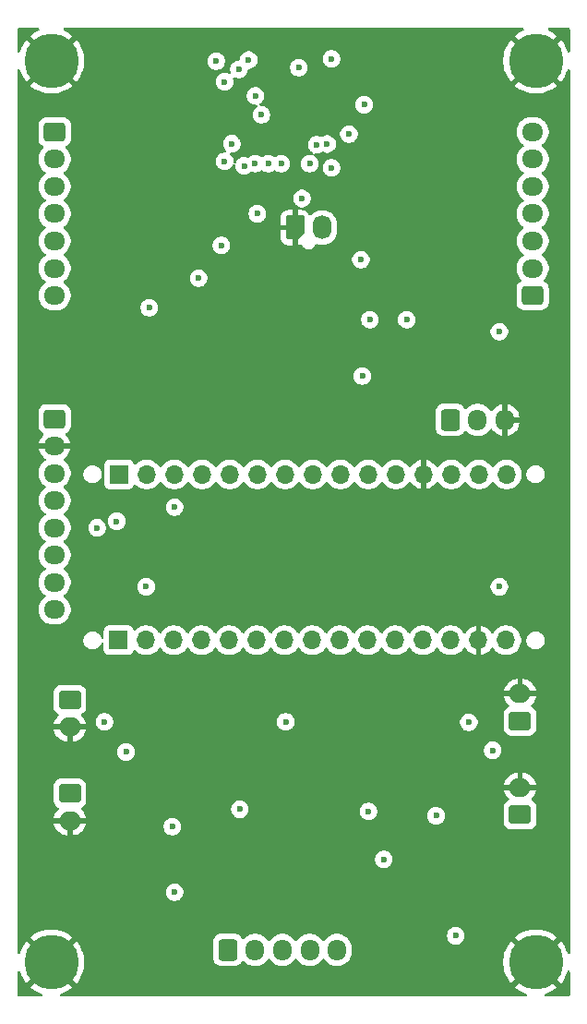
<source format=gbr>
%TF.GenerationSoftware,KiCad,Pcbnew,9.0.0*%
%TF.CreationDate,2025-05-01T21:30:10-04:00*%
%TF.ProjectId,StarterController_Nano,53746172-7465-4724-936f-6e74726f6c6c,rev?*%
%TF.SameCoordinates,Original*%
%TF.FileFunction,Copper,L3,Inr*%
%TF.FilePolarity,Positive*%
%FSLAX46Y46*%
G04 Gerber Fmt 4.6, Leading zero omitted, Abs format (unit mm)*
G04 Created by KiCad (PCBNEW 9.0.0) date 2025-05-01 21:30:10*
%MOMM*%
%LPD*%
G01*
G04 APERTURE LIST*
G04 Aperture macros list*
%AMRoundRect*
0 Rectangle with rounded corners*
0 $1 Rounding radius*
0 $2 $3 $4 $5 $6 $7 $8 $9 X,Y pos of 4 corners*
0 Add a 4 corners polygon primitive as box body*
4,1,4,$2,$3,$4,$5,$6,$7,$8,$9,$2,$3,0*
0 Add four circle primitives for the rounded corners*
1,1,$1+$1,$2,$3*
1,1,$1+$1,$4,$5*
1,1,$1+$1,$6,$7*
1,1,$1+$1,$8,$9*
0 Add four rect primitives between the rounded corners*
20,1,$1+$1,$2,$3,$4,$5,0*
20,1,$1+$1,$4,$5,$6,$7,0*
20,1,$1+$1,$6,$7,$8,$9,0*
20,1,$1+$1,$8,$9,$2,$3,0*%
%AMFreePoly0*
4,1,22,0.945671,0.830970,1.026777,0.776777,1.080970,0.695671,1.100000,0.600000,1.100000,-0.600000,1.080970,-0.695671,1.026777,-0.776777,0.945671,-0.830970,0.850000,-0.850000,-0.450000,-0.850000,-0.545671,-0.830970,-0.626777,-0.776777,-1.026777,-0.376777,-1.080970,-0.295671,-1.100000,-0.200000,-1.100000,0.600000,-1.080970,0.695671,-1.026777,0.776777,-0.945671,0.830970,-0.850000,0.850000,
0.850000,0.850000,0.945671,0.830970,0.945671,0.830970,$1*%
G04 Aperture macros list end*
%TA.AperFunction,ComponentPad*%
%ADD10RoundRect,0.250000X-0.725000X0.600000X-0.725000X-0.600000X0.725000X-0.600000X0.725000X0.600000X0*%
%TD*%
%TA.AperFunction,ComponentPad*%
%ADD11O,1.950000X1.700000*%
%TD*%
%TA.AperFunction,ComponentPad*%
%ADD12RoundRect,0.250000X0.725000X-0.600000X0.725000X0.600000X-0.725000X0.600000X-0.725000X-0.600000X0*%
%TD*%
%TA.AperFunction,ComponentPad*%
%ADD13R,1.700000X1.700000*%
%TD*%
%TA.AperFunction,ComponentPad*%
%ADD14O,1.700000X1.700000*%
%TD*%
%TA.AperFunction,ComponentPad*%
%ADD15RoundRect,0.250000X-0.600000X-0.725000X0.600000X-0.725000X0.600000X0.725000X-0.600000X0.725000X0*%
%TD*%
%TA.AperFunction,ComponentPad*%
%ADD16O,1.700000X1.950000*%
%TD*%
%TA.AperFunction,ComponentPad*%
%ADD17C,5.000000*%
%TD*%
%TA.AperFunction,ComponentPad*%
%ADD18RoundRect,0.250000X0.750000X-0.600000X0.750000X0.600000X-0.750000X0.600000X-0.750000X-0.600000X0*%
%TD*%
%TA.AperFunction,ComponentPad*%
%ADD19O,2.000000X1.700000*%
%TD*%
%TA.AperFunction,ComponentPad*%
%ADD20FreePoly0,90.000000*%
%TD*%
%TA.AperFunction,ComponentPad*%
%ADD21O,1.700000X2.200000*%
%TD*%
%TA.AperFunction,ComponentPad*%
%ADD22RoundRect,0.250000X-0.750000X0.600000X-0.750000X-0.600000X0.750000X-0.600000X0.750000X0.600000X0*%
%TD*%
%TA.AperFunction,ViaPad*%
%ADD23C,0.600000*%
%TD*%
G04 APERTURE END LIST*
D10*
%TO.N,+3.3V*%
%TO.C,J1*%
X97800000Y-78400000D03*
D11*
%TO.N,GND*%
X97800000Y-80900000D03*
%TO.N,/D8*%
X97800000Y-83400000D03*
%TO.N,/D13{slash}SCK*%
X97800000Y-85900000D03*
%TO.N,/\u002AD11{slash}MOSI*%
X97800000Y-88400000D03*
%TO.N,/D12{slash}MISO*%
X97800000Y-90900000D03*
%TO.N,/\u002AD9*%
X97800000Y-93400000D03*
%TO.N,/\u002AD10{slash}SS*%
X97800000Y-95900000D03*
%TD*%
D10*
%TO.N,+12V*%
%TO.C,J4*%
X97800000Y-52100000D03*
D11*
%TO.N,/Light_Control/Light_B_Right*%
X97800000Y-54600000D03*
%TO.N,/Light_Control/Light_Y3_Right*%
X97800000Y-57100000D03*
%TO.N,/Light_Control/Light_Y2_Right*%
X97800000Y-59600000D03*
%TO.N,/Light_Control/Light_Y1_Right*%
X97800000Y-62100000D03*
%TO.N,/Light_Control/Light_G_Right*%
X97800000Y-64600000D03*
%TO.N,/Light_Control/Light_R_Right*%
X97800000Y-67100000D03*
%TD*%
D12*
%TO.N,+12V*%
%TO.C,J3*%
X141649840Y-67100000D03*
D11*
%TO.N,/Light_Control/Light_B_Left*%
X141649840Y-64600000D03*
%TO.N,/Light_Control/Light_Y3_Left*%
X141649840Y-62100000D03*
%TO.N,/Light_Control/Light_Y2_Left*%
X141649840Y-59600000D03*
%TO.N,/Light_Control/Light_Y1_Left*%
X141649840Y-57100000D03*
%TO.N,/Light_Control/Light_G_Left*%
X141649840Y-54600000D03*
%TO.N,/Light_Control/Light_R_Left*%
X141649840Y-52100000D03*
%TD*%
D13*
%TO.N,/D12{slash}MISO*%
%TO.C,J13*%
X103710000Y-83500000D03*
D14*
%TO.N,/\u002AD11{slash}MOSI*%
X106250000Y-83500000D03*
%TO.N,/\u002AD10{slash}SS*%
X108790000Y-83500000D03*
%TO.N,/\u002AD9*%
X111330000Y-83500000D03*
%TO.N,/D8*%
X113870000Y-83500000D03*
%TO.N,/D7*%
X116410000Y-83500000D03*
%TO.N,/\u002AD6*%
X118950000Y-83500000D03*
%TO.N,/\u002AD5*%
X121490000Y-83500000D03*
%TO.N,/D4*%
X124030000Y-83500000D03*
%TO.N,/\u002AD3*%
X126570000Y-83500000D03*
%TO.N,/D2*%
X129110000Y-83500000D03*
%TO.N,GND*%
X131650000Y-83500000D03*
%TO.N,/~{RESET}*%
X134190000Y-83500000D03*
%TO.N,/D0{slash}RX*%
X136730000Y-83500000D03*
%TO.N,/D1{slash}TX*%
X139270000Y-83500000D03*
%TD*%
D15*
%TO.N,+5V*%
%TO.C,J2*%
X113700000Y-127100000D03*
D16*
%TO.N,+12V*%
X116200000Y-127100000D03*
%TO.N,/Gate_Control/Gate R Rtn*%
X118700000Y-127100000D03*
%TO.N,/Gate_Control/Gate L Rtn*%
X121200000Y-127100000D03*
%TO.N,/Gate_Control/Gate Reset Rtn*%
X123700000Y-127100000D03*
%TD*%
D15*
%TO.N,/D0{slash}RX*%
%TO.C,J5*%
X134100000Y-78500000D03*
D16*
%TO.N,/D1{slash}TX*%
X136600000Y-78500000D03*
%TO.N,GND*%
X139100000Y-78500000D03*
%TD*%
D17*
%TO.N,GND*%
%TO.C,H2*%
X141949840Y-45563000D03*
%TD*%
D18*
%TO.N,/Button_Debounce/TrigS_Raw*%
%TO.C,J9*%
X140500000Y-106100000D03*
D19*
%TO.N,GND*%
X140500000Y-103600000D03*
%TD*%
D20*
%TO.N,GND*%
%TO.C,J6*%
X119850000Y-60870000D03*
D21*
%TO.N,/Power/+12VDC*%
X122350000Y-60870000D03*
%TD*%
D22*
%TO.N,/Button_Debounce/TrigR_Raw*%
%TO.C,J10*%
X99200000Y-112750000D03*
D19*
%TO.N,GND*%
X99200000Y-115250000D03*
%TD*%
D22*
%TO.N,/Button_Debounce/TrigL_Raw*%
%TO.C,J7*%
X99200000Y-104150000D03*
D19*
%TO.N,GND*%
X99200000Y-106650000D03*
%TD*%
D17*
%TO.N,GND*%
%TO.C,H4*%
X141949840Y-128240000D03*
%TD*%
%TO.N,GND*%
%TO.C,H3*%
X97500000Y-128240000D03*
%TD*%
D13*
%TO.N,/D13{slash}SCK*%
%TO.C,J12*%
X103670000Y-98705000D03*
D14*
%TO.N,+3.3V*%
X106210000Y-98705000D03*
%TO.N,/AREF*%
X108750000Y-98705000D03*
%TO.N,/A0*%
X111290000Y-98705000D03*
%TO.N,/A1*%
X113830000Y-98705000D03*
%TO.N,/A2*%
X116370000Y-98705000D03*
%TO.N,/A3*%
X118910000Y-98705000D03*
%TO.N,/A4{slash}SDA*%
X121450000Y-98705000D03*
%TO.N,/A5{slash}SCL*%
X123990000Y-98705000D03*
%TO.N,/A6*%
X126530000Y-98705000D03*
%TO.N,/A7*%
X129070000Y-98705000D03*
%TO.N,/+5VDC*%
X131610000Y-98705000D03*
%TO.N,/~{RESET}*%
X134150000Y-98705000D03*
%TO.N,GND*%
X136690000Y-98705000D03*
%TO.N,+12V*%
X139230000Y-98705000D03*
%TD*%
D18*
%TO.N,/Button_Debounce/Mode_Raw*%
%TO.C,J8*%
X140500000Y-114700000D03*
D19*
%TO.N,GND*%
X140500000Y-112200000D03*
%TD*%
D17*
%TO.N,GND*%
%TO.C,H1*%
X97500000Y-45563000D03*
%TD*%
D23*
%TO.N,GND*%
X99800000Y-94600000D03*
X95100000Y-125200000D03*
X112800000Y-119000000D03*
X123250000Y-79000000D03*
X144600000Y-109200000D03*
X123263842Y-46532239D03*
X115750000Y-79500000D03*
X108750000Y-76500000D03*
X107200000Y-59900000D03*
X116400000Y-101000000D03*
X144600000Y-47800000D03*
X94800000Y-55200000D03*
X127400000Y-106800000D03*
X122800000Y-72600000D03*
X144600000Y-120000000D03*
X99000000Y-73750000D03*
X134100000Y-55800000D03*
X107100000Y-63400000D03*
X109000000Y-71000000D03*
X102400000Y-130800000D03*
X111600000Y-43400000D03*
X127100000Y-92800000D03*
X95000000Y-43000000D03*
X144600000Y-58600000D03*
X136300000Y-110400000D03*
X126400000Y-43000000D03*
X94800000Y-66000000D03*
X112200000Y-130800000D03*
X137000000Y-130800000D03*
X105600000Y-109300000D03*
X105800000Y-52900000D03*
X140800000Y-109200000D03*
X101800000Y-43200000D03*
X115900000Y-42900000D03*
X144600000Y-113000000D03*
X144600000Y-117000000D03*
X144600000Y-100200000D03*
X144600000Y-50800000D03*
X144600000Y-95800000D03*
X144600000Y-105000000D03*
X103700000Y-86200000D03*
X144600000Y-54400000D03*
X117900000Y-47700000D03*
X115750000Y-93250000D03*
X134100000Y-48900000D03*
X104800000Y-101400000D03*
X99800000Y-90000000D03*
X135450000Y-114350000D03*
X95100000Y-103400000D03*
X106400000Y-43000000D03*
X130900000Y-110400000D03*
X94800000Y-61200000D03*
X115750000Y-87000000D03*
X119200000Y-71200000D03*
X113800000Y-57100000D03*
X134400000Y-66200000D03*
X120900000Y-45300000D03*
X119875000Y-55200000D03*
X132000000Y-43000000D03*
X135250000Y-71750000D03*
X134100000Y-52300000D03*
X118200000Y-120800000D03*
X131200000Y-104200000D03*
X144600000Y-70400000D03*
X123200000Y-44300000D03*
X134100000Y-62900000D03*
X95000000Y-130800000D03*
X110000000Y-106600000D03*
X94800000Y-71400000D03*
X104200000Y-119800000D03*
X144600000Y-74400000D03*
X144600000Y-66600000D03*
X127100000Y-96000000D03*
X123700000Y-118600000D03*
X144600000Y-63000000D03*
X130547500Y-123652500D03*
X101600000Y-80800000D03*
X132000000Y-130800000D03*
X102500000Y-116600000D03*
X99200000Y-108200000D03*
X144600000Y-43000000D03*
X144600000Y-77800000D03*
X94800000Y-84000000D03*
X118800000Y-130800000D03*
X137250000Y-87000000D03*
X133600000Y-101000000D03*
X112400000Y-104400000D03*
X95200000Y-89700000D03*
X106800000Y-130800000D03*
X122900000Y-106300000D03*
X127600000Y-72600000D03*
X110600000Y-122500000D03*
X105600000Y-49400000D03*
X104000000Y-122800000D03*
X106200000Y-86400000D03*
X134200000Y-59400000D03*
X94800000Y-78000000D03*
X95000000Y-96900000D03*
X94800000Y-118000000D03*
X94800000Y-49400000D03*
X126500000Y-87000000D03*
X137400000Y-43000000D03*
X144600000Y-81400000D03*
X110900000Y-125600000D03*
X113800000Y-65000000D03*
X126200000Y-130800000D03*
X100800000Y-85900000D03*
X144600000Y-86200000D03*
X95100000Y-111400000D03*
X103800000Y-94300000D03*
X144600000Y-124600000D03*
X105600000Y-115400000D03*
X144400000Y-130800000D03*
X116400000Y-105600000D03*
X119750000Y-64500000D03*
X113800000Y-60600000D03*
X121000000Y-48800000D03*
X136400000Y-104700000D03*
X104000000Y-111600000D03*
X118000000Y-116400000D03*
X106000000Y-56400000D03*
X144600000Y-91200000D03*
X99800000Y-92400000D03*
X140500000Y-101500000D03*
%TO.N,+5V*%
X119000000Y-106200000D03*
X123208058Y-55391942D03*
X135800000Y-106225000D03*
X126025000Y-74475000D03*
X116200000Y-55000000D03*
X120200000Y-46200000D03*
X126600000Y-114400000D03*
X102382809Y-106200000D03*
X116400000Y-59600000D03*
X104350000Y-108950000D03*
X132800000Y-114800000D03*
X106200000Y-93800000D03*
X138000000Y-108800000D03*
X138600000Y-93800000D03*
X108600000Y-115800000D03*
%TO.N,/A2*%
X128000000Y-118800000D03*
%TO.N,/A1*%
X114800000Y-114200000D03*
%TO.N,/A0*%
X108800000Y-121800000D03*
%TO.N,/\u002AD11{slash}MOSI*%
X101700000Y-88400000D03*
X103500000Y-87800000D03*
%TO.N,+12V*%
X130100000Y-69300000D03*
X106500000Y-68212500D03*
X126725000Y-69300000D03*
X134600000Y-125800000D03*
X138600000Y-70400000D03*
%TO.N,/\u002AD3*%
X118600000Y-55000000D03*
%TO.N,/\u002AD10{slash}SS*%
X108800000Y-86500000D03*
%TO.N,/D4*%
X117400000Y-55000000D03*
%TO.N,/D2*%
X121200000Y-55000000D03*
%TO.N,/Light_Control/Yellow 1*%
X122792500Y-53207500D03*
X120500000Y-58200000D03*
%TO.N,/Light_Control/Yellow 2*%
X121845204Y-53270911D03*
X115200000Y-55200000D03*
%TO.N,/Light_Control/Green L*%
X126200000Y-49600000D03*
X115600000Y-45500000D03*
%TO.N,/Light_Control/Blue L*%
X124800000Y-52300000D03*
X125900000Y-63800000D03*
%TO.N,/Light_Control/Green R*%
X113100000Y-62500000D03*
X116225000Y-48800000D03*
%TO.N,/Light_Control/Red R*%
X116771981Y-50525000D03*
X112625000Y-45600000D03*
X123200000Y-45400000D03*
X111000000Y-65500000D03*
%TO.N,/Light_Control/Blue R*%
X113400000Y-54800000D03*
X113400000Y-47500000D03*
%TO.N,/Light_Control/Go*%
X114048192Y-53176808D03*
X114700000Y-46361500D03*
%TD*%
%TA.AperFunction,Conductor*%
%TO.N,GND*%
G36*
X96546554Y-129054320D02*
G01*
X96685680Y-129193446D01*
X96809873Y-129283678D01*
X95561950Y-130531601D01*
X95761252Y-130690538D01*
X96046559Y-130869808D01*
X96350137Y-131016004D01*
X96642934Y-131118459D01*
X96699710Y-131159180D01*
X96725457Y-131224133D01*
X96712001Y-131292695D01*
X96663613Y-131343097D01*
X96601979Y-131359500D01*
X94499500Y-131359500D01*
X94432461Y-131339815D01*
X94386706Y-131287011D01*
X94375500Y-131235500D01*
X94375500Y-129123732D01*
X94395185Y-129056693D01*
X94447989Y-129010938D01*
X94517147Y-129000994D01*
X94580703Y-129030019D01*
X94616541Y-129082777D01*
X94723995Y-129389862D01*
X94870191Y-129693440D01*
X95049461Y-129978747D01*
X95208397Y-130178048D01*
X96456320Y-128930125D01*
X96546554Y-129054320D01*
G37*
%TD.AperFunction*%
%TA.AperFunction,Conductor*%
G36*
X140794060Y-42580185D02*
G01*
X140839815Y-42632989D01*
X140849759Y-42702147D01*
X140820734Y-42765703D01*
X140780823Y-42796220D01*
X140496399Y-42933191D01*
X140211092Y-43112461D01*
X140011790Y-43271397D01*
X141259713Y-44519320D01*
X141135520Y-44609554D01*
X140996394Y-44748680D01*
X140906160Y-44872873D01*
X139658237Y-43624950D01*
X139499301Y-43824252D01*
X139320031Y-44109559D01*
X139173835Y-44413137D01*
X139062549Y-44731173D01*
X139062545Y-44731185D01*
X138987567Y-45059686D01*
X138987565Y-45059702D01*
X138949840Y-45394519D01*
X138949840Y-45731480D01*
X138987565Y-46066297D01*
X138987567Y-46066313D01*
X139062545Y-46394814D01*
X139062549Y-46394826D01*
X139173835Y-46712862D01*
X139320031Y-47016440D01*
X139499301Y-47301747D01*
X139658237Y-47501048D01*
X140906160Y-46253125D01*
X140996394Y-46377320D01*
X141135520Y-46516446D01*
X141259713Y-46606678D01*
X140011790Y-47854601D01*
X140211092Y-48013538D01*
X140496399Y-48192808D01*
X140799977Y-48339004D01*
X141118013Y-48450290D01*
X141118025Y-48450294D01*
X141446526Y-48525272D01*
X141446542Y-48525274D01*
X141781359Y-48562999D01*
X141781361Y-48563000D01*
X142118319Y-48563000D01*
X142118320Y-48562999D01*
X142453137Y-48525274D01*
X142453153Y-48525272D01*
X142781654Y-48450294D01*
X142781666Y-48450290D01*
X143099702Y-48339004D01*
X143403280Y-48192808D01*
X143688587Y-48013538D01*
X143887888Y-47854600D01*
X142639966Y-46606678D01*
X142764160Y-46516446D01*
X142903286Y-46377320D01*
X142993518Y-46253126D01*
X144241440Y-47501048D01*
X144400378Y-47301747D01*
X144579648Y-47016440D01*
X144725844Y-46712862D01*
X144833459Y-46405319D01*
X144874180Y-46348543D01*
X144939133Y-46322796D01*
X145007695Y-46336252D01*
X145058097Y-46384640D01*
X145074500Y-46446274D01*
X145074500Y-127356725D01*
X145054815Y-127423764D01*
X145002011Y-127469519D01*
X144932853Y-127479463D01*
X144869297Y-127450438D01*
X144833459Y-127397680D01*
X144725844Y-127090137D01*
X144579648Y-126786559D01*
X144400378Y-126501252D01*
X144241441Y-126301950D01*
X142993518Y-127549873D01*
X142903286Y-127425680D01*
X142764160Y-127286554D01*
X142639964Y-127196320D01*
X143887888Y-125948397D01*
X143688587Y-125789461D01*
X143403280Y-125610191D01*
X143099702Y-125463995D01*
X142781666Y-125352709D01*
X142781654Y-125352705D01*
X142453153Y-125277727D01*
X142453137Y-125277725D01*
X142118320Y-125240000D01*
X141781359Y-125240000D01*
X141446542Y-125277725D01*
X141446526Y-125277727D01*
X141118025Y-125352705D01*
X141118013Y-125352709D01*
X140799977Y-125463995D01*
X140496399Y-125610191D01*
X140211092Y-125789461D01*
X140011790Y-125948397D01*
X141259713Y-127196320D01*
X141135520Y-127286554D01*
X140996394Y-127425680D01*
X140906160Y-127549873D01*
X139658237Y-126301950D01*
X139499301Y-126501252D01*
X139320031Y-126786559D01*
X139173835Y-127090137D01*
X139062549Y-127408173D01*
X139062545Y-127408185D01*
X138987567Y-127736686D01*
X138987565Y-127736702D01*
X138949840Y-128071519D01*
X138949840Y-128408480D01*
X138987565Y-128743297D01*
X138987567Y-128743313D01*
X139062545Y-129071814D01*
X139062549Y-129071826D01*
X139173835Y-129389862D01*
X139320031Y-129693440D01*
X139499301Y-129978747D01*
X139658237Y-130178048D01*
X140906160Y-128930125D01*
X140996394Y-129054320D01*
X141135520Y-129193446D01*
X141259713Y-129283678D01*
X140011790Y-130531601D01*
X140211092Y-130690538D01*
X140496399Y-130869808D01*
X140799977Y-131016004D01*
X141092774Y-131118459D01*
X141149550Y-131159180D01*
X141175297Y-131224133D01*
X141161841Y-131292695D01*
X141113453Y-131343097D01*
X141051819Y-131359500D01*
X98398021Y-131359500D01*
X98330982Y-131339815D01*
X98285227Y-131287011D01*
X98275283Y-131217853D01*
X98304308Y-131154297D01*
X98357066Y-131118459D01*
X98649862Y-131016004D01*
X98953440Y-130869808D01*
X99238747Y-130690538D01*
X99438048Y-130531600D01*
X98190126Y-129283678D01*
X98314320Y-129193446D01*
X98453446Y-129054320D01*
X98543678Y-128930126D01*
X99791600Y-130178048D01*
X99950538Y-129978747D01*
X100129808Y-129693440D01*
X100276004Y-129389862D01*
X100387290Y-129071826D01*
X100387294Y-129071814D01*
X100462272Y-128743313D01*
X100462274Y-128743297D01*
X100499999Y-128408480D01*
X100500000Y-128408478D01*
X100500000Y-128071521D01*
X100499999Y-128071519D01*
X100462274Y-127736702D01*
X100462272Y-127736686D01*
X100387294Y-127408185D01*
X100387290Y-127408173D01*
X100276004Y-127090137D01*
X100129808Y-126786559D01*
X99950538Y-126501252D01*
X99868685Y-126398611D01*
X99809542Y-126324447D01*
X112341500Y-126324447D01*
X112341500Y-127875537D01*
X112341501Y-127875553D01*
X112352113Y-127979427D01*
X112407884Y-128147735D01*
X112407886Y-128147740D01*
X112443142Y-128204898D01*
X112500970Y-128298652D01*
X112626348Y-128424030D01*
X112777262Y-128517115D01*
X112945574Y-128572887D01*
X113049455Y-128583500D01*
X114350544Y-128583499D01*
X114454426Y-128572887D01*
X114622738Y-128517115D01*
X114773652Y-128424030D01*
X114899030Y-128298652D01*
X114989679Y-128151687D01*
X115041624Y-128104966D01*
X115110587Y-128093743D01*
X115174669Y-128121587D01*
X115182896Y-128129106D01*
X115314996Y-128261206D01*
X115487991Y-128386894D01*
X115581438Y-128434507D01*
X115678516Y-128483972D01*
X115678519Y-128483973D01*
X115780200Y-128517010D01*
X115881884Y-128550049D01*
X116093084Y-128583500D01*
X116093085Y-128583500D01*
X116306915Y-128583500D01*
X116306916Y-128583500D01*
X116518116Y-128550049D01*
X116721483Y-128483972D01*
X116912009Y-128386894D01*
X117085004Y-128261206D01*
X117236206Y-128110004D01*
X117331076Y-127979427D01*
X117349682Y-127953818D01*
X117405012Y-127911152D01*
X117474625Y-127905173D01*
X117536420Y-127937779D01*
X117550318Y-127953818D01*
X117651980Y-128093743D01*
X117663794Y-128110004D01*
X117814996Y-128261206D01*
X117987991Y-128386894D01*
X118081438Y-128434507D01*
X118178516Y-128483972D01*
X118178519Y-128483973D01*
X118280200Y-128517010D01*
X118381884Y-128550049D01*
X118593084Y-128583500D01*
X118593085Y-128583500D01*
X118806915Y-128583500D01*
X118806916Y-128583500D01*
X119018116Y-128550049D01*
X119221483Y-128483972D01*
X119412009Y-128386894D01*
X119585004Y-128261206D01*
X119736206Y-128110004D01*
X119831076Y-127979427D01*
X119849682Y-127953818D01*
X119905012Y-127911152D01*
X119974625Y-127905173D01*
X120036420Y-127937779D01*
X120050318Y-127953818D01*
X120151980Y-128093743D01*
X120163794Y-128110004D01*
X120314996Y-128261206D01*
X120487991Y-128386894D01*
X120581438Y-128434507D01*
X120678516Y-128483972D01*
X120678519Y-128483973D01*
X120780200Y-128517010D01*
X120881884Y-128550049D01*
X121093084Y-128583500D01*
X121093085Y-128583500D01*
X121306915Y-128583500D01*
X121306916Y-128583500D01*
X121518116Y-128550049D01*
X121721483Y-128483972D01*
X121912009Y-128386894D01*
X122085004Y-128261206D01*
X122236206Y-128110004D01*
X122331076Y-127979427D01*
X122349682Y-127953818D01*
X122405012Y-127911152D01*
X122474625Y-127905173D01*
X122536420Y-127937779D01*
X122550318Y-127953818D01*
X122651980Y-128093743D01*
X122663794Y-128110004D01*
X122814996Y-128261206D01*
X122987991Y-128386894D01*
X123081438Y-128434507D01*
X123178516Y-128483972D01*
X123178519Y-128483973D01*
X123280200Y-128517010D01*
X123381884Y-128550049D01*
X123593084Y-128583500D01*
X123593085Y-128583500D01*
X123806915Y-128583500D01*
X123806916Y-128583500D01*
X124018116Y-128550049D01*
X124221483Y-128483972D01*
X124412009Y-128386894D01*
X124585004Y-128261206D01*
X124736206Y-128110004D01*
X124861894Y-127937009D01*
X124958972Y-127746483D01*
X125025049Y-127543116D01*
X125058500Y-127331916D01*
X125058500Y-126868084D01*
X125025049Y-126656884D01*
X124958972Y-126453517D01*
X124958972Y-126453516D01*
X124909507Y-126356438D01*
X124861894Y-126262991D01*
X124736206Y-126089996D01*
X124585004Y-125938794D01*
X124414060Y-125814596D01*
X124414059Y-125814594D01*
X124412012Y-125813107D01*
X124229997Y-125720365D01*
X133791500Y-125720365D01*
X133791500Y-125879634D01*
X133822568Y-126035823D01*
X133822570Y-126035831D01*
X133883517Y-126182969D01*
X133971995Y-126315387D01*
X133972001Y-126315394D01*
X134084605Y-126427998D01*
X134084612Y-126428004D01*
X134217030Y-126516482D01*
X134217031Y-126516482D01*
X134217032Y-126516483D01*
X134364169Y-126577430D01*
X134520365Y-126608499D01*
X134520369Y-126608500D01*
X134520370Y-126608500D01*
X134679631Y-126608500D01*
X134679632Y-126608499D01*
X134835831Y-126577430D01*
X134982968Y-126516483D01*
X135115389Y-126428003D01*
X135228003Y-126315389D01*
X135316483Y-126182968D01*
X135377430Y-126035831D01*
X135408500Y-125879630D01*
X135408500Y-125720370D01*
X135377430Y-125564169D01*
X135316483Y-125417032D01*
X135273504Y-125352709D01*
X135228004Y-125284612D01*
X135227998Y-125284605D01*
X135115394Y-125172001D01*
X135115387Y-125171995D01*
X134982969Y-125083517D01*
X134835831Y-125022570D01*
X134835823Y-125022568D01*
X134679634Y-124991500D01*
X134679630Y-124991500D01*
X134520370Y-124991500D01*
X134520365Y-124991500D01*
X134364176Y-125022568D01*
X134364168Y-125022570D01*
X134217030Y-125083517D01*
X134084612Y-125171995D01*
X134084605Y-125172001D01*
X133972001Y-125284605D01*
X133971995Y-125284612D01*
X133883517Y-125417030D01*
X133822570Y-125564168D01*
X133822568Y-125564176D01*
X133791500Y-125720365D01*
X124229997Y-125720365D01*
X124221483Y-125716027D01*
X124221480Y-125716026D01*
X124018117Y-125649951D01*
X123873923Y-125627113D01*
X123806916Y-125616500D01*
X123593084Y-125616500D01*
X123526077Y-125627113D01*
X123381882Y-125649951D01*
X123178519Y-125716026D01*
X123178516Y-125716027D01*
X122987990Y-125813106D01*
X122814993Y-125938796D01*
X122663796Y-126089993D01*
X122663796Y-126089994D01*
X122663794Y-126089996D01*
X122656966Y-126099394D01*
X122550318Y-126246182D01*
X122494988Y-126288847D01*
X122425374Y-126294826D01*
X122363579Y-126262220D01*
X122349682Y-126246182D01*
X122324930Y-126212115D01*
X122236206Y-126089996D01*
X122085004Y-125938794D01*
X121912009Y-125813106D01*
X121721483Y-125716027D01*
X121721480Y-125716026D01*
X121518117Y-125649951D01*
X121373923Y-125627113D01*
X121306916Y-125616500D01*
X121093084Y-125616500D01*
X121026077Y-125627113D01*
X120881882Y-125649951D01*
X120678519Y-125716026D01*
X120678516Y-125716027D01*
X120487990Y-125813106D01*
X120314993Y-125938796D01*
X120163796Y-126089993D01*
X120163796Y-126089994D01*
X120163794Y-126089996D01*
X120156966Y-126099394D01*
X120050318Y-126246182D01*
X119994988Y-126288847D01*
X119925374Y-126294826D01*
X119863579Y-126262220D01*
X119849682Y-126246182D01*
X119824930Y-126212115D01*
X119736206Y-126089996D01*
X119585004Y-125938794D01*
X119412009Y-125813106D01*
X119221483Y-125716027D01*
X119221480Y-125716026D01*
X119018117Y-125649951D01*
X118873923Y-125627113D01*
X118806916Y-125616500D01*
X118593084Y-125616500D01*
X118526077Y-125627113D01*
X118381882Y-125649951D01*
X118178519Y-125716026D01*
X118178516Y-125716027D01*
X117987990Y-125813106D01*
X117814993Y-125938796D01*
X117663796Y-126089993D01*
X117663796Y-126089994D01*
X117663794Y-126089996D01*
X117656966Y-126099394D01*
X117550318Y-126246182D01*
X117494988Y-126288847D01*
X117425374Y-126294826D01*
X117363579Y-126262220D01*
X117349682Y-126246182D01*
X117324930Y-126212115D01*
X117236206Y-126089996D01*
X117085004Y-125938794D01*
X116912009Y-125813106D01*
X116721483Y-125716027D01*
X116721480Y-125716026D01*
X116518117Y-125649951D01*
X116373923Y-125627113D01*
X116306916Y-125616500D01*
X116093084Y-125616500D01*
X116026077Y-125627113D01*
X115881882Y-125649951D01*
X115678519Y-125716026D01*
X115678516Y-125716027D01*
X115487990Y-125813106D01*
X115314997Y-125938793D01*
X115182896Y-126070894D01*
X115121573Y-126104378D01*
X115051881Y-126099394D01*
X114995948Y-126057522D01*
X114989684Y-126048320D01*
X114899030Y-125901348D01*
X114773652Y-125775970D01*
X114622738Y-125682885D01*
X114523348Y-125649951D01*
X114454427Y-125627113D01*
X114350545Y-125616500D01*
X113049462Y-125616500D01*
X113049446Y-125616501D01*
X112945572Y-125627113D01*
X112777264Y-125682884D01*
X112777259Y-125682886D01*
X112626346Y-125775971D01*
X112500971Y-125901346D01*
X112407886Y-126052259D01*
X112407884Y-126052264D01*
X112352113Y-126220572D01*
X112341500Y-126324447D01*
X99809542Y-126324447D01*
X99791601Y-126301950D01*
X98543678Y-127549873D01*
X98453446Y-127425680D01*
X98314320Y-127286554D01*
X98190124Y-127196320D01*
X99438048Y-125948397D01*
X99238747Y-125789461D01*
X98953440Y-125610191D01*
X98649862Y-125463995D01*
X98331826Y-125352709D01*
X98331814Y-125352705D01*
X98003313Y-125277727D01*
X98003297Y-125277725D01*
X97668480Y-125240000D01*
X97331519Y-125240000D01*
X96996702Y-125277725D01*
X96996686Y-125277727D01*
X96668185Y-125352705D01*
X96668173Y-125352709D01*
X96350137Y-125463995D01*
X96046559Y-125610191D01*
X95761252Y-125789461D01*
X95561950Y-125948397D01*
X96809873Y-127196320D01*
X96685680Y-127286554D01*
X96546554Y-127425680D01*
X96456320Y-127549873D01*
X95208397Y-126301950D01*
X95049461Y-126501252D01*
X94870191Y-126786559D01*
X94723995Y-127090137D01*
X94616541Y-127397222D01*
X94575820Y-127453998D01*
X94510867Y-127479745D01*
X94442305Y-127466289D01*
X94391903Y-127417901D01*
X94375500Y-127356267D01*
X94375500Y-121720365D01*
X107991500Y-121720365D01*
X107991500Y-121879634D01*
X108022568Y-122035823D01*
X108022570Y-122035831D01*
X108083517Y-122182969D01*
X108171995Y-122315387D01*
X108172001Y-122315394D01*
X108284605Y-122427998D01*
X108284612Y-122428004D01*
X108417030Y-122516482D01*
X108417031Y-122516482D01*
X108417032Y-122516483D01*
X108564169Y-122577430D01*
X108720365Y-122608499D01*
X108720369Y-122608500D01*
X108720370Y-122608500D01*
X108879631Y-122608500D01*
X108879632Y-122608499D01*
X109035831Y-122577430D01*
X109182968Y-122516483D01*
X109315389Y-122428003D01*
X109428003Y-122315389D01*
X109516483Y-122182968D01*
X109577430Y-122035831D01*
X109608500Y-121879630D01*
X109608500Y-121720370D01*
X109577430Y-121564169D01*
X109516483Y-121417032D01*
X109428003Y-121284611D01*
X109427998Y-121284605D01*
X109315394Y-121172001D01*
X109315387Y-121171995D01*
X109182969Y-121083517D01*
X109035831Y-121022570D01*
X109035823Y-121022568D01*
X108879634Y-120991500D01*
X108879630Y-120991500D01*
X108720370Y-120991500D01*
X108720365Y-120991500D01*
X108564176Y-121022568D01*
X108564168Y-121022570D01*
X108417030Y-121083517D01*
X108284612Y-121171995D01*
X108284605Y-121172001D01*
X108172001Y-121284605D01*
X108171995Y-121284612D01*
X108083517Y-121417030D01*
X108022570Y-121564168D01*
X108022568Y-121564176D01*
X107991500Y-121720365D01*
X94375500Y-121720365D01*
X94375500Y-118720365D01*
X127191500Y-118720365D01*
X127191500Y-118879634D01*
X127222568Y-119035823D01*
X127222570Y-119035831D01*
X127283517Y-119182969D01*
X127371995Y-119315387D01*
X127372001Y-119315394D01*
X127484605Y-119427998D01*
X127484612Y-119428004D01*
X127617030Y-119516482D01*
X127617031Y-119516482D01*
X127617032Y-119516483D01*
X127764169Y-119577430D01*
X127920365Y-119608499D01*
X127920369Y-119608500D01*
X127920370Y-119608500D01*
X128079631Y-119608500D01*
X128079632Y-119608499D01*
X128235831Y-119577430D01*
X128382968Y-119516483D01*
X128515389Y-119428003D01*
X128628003Y-119315389D01*
X128716483Y-119182968D01*
X128777430Y-119035831D01*
X128808500Y-118879630D01*
X128808500Y-118720370D01*
X128777430Y-118564169D01*
X128716483Y-118417032D01*
X128628003Y-118284611D01*
X128627998Y-118284605D01*
X128515394Y-118172001D01*
X128515387Y-118171995D01*
X128382969Y-118083517D01*
X128235831Y-118022570D01*
X128235823Y-118022568D01*
X128079634Y-117991500D01*
X128079630Y-117991500D01*
X127920370Y-117991500D01*
X127920365Y-117991500D01*
X127764176Y-118022568D01*
X127764168Y-118022570D01*
X127617030Y-118083517D01*
X127484612Y-118171995D01*
X127484605Y-118172001D01*
X127372001Y-118284605D01*
X127371995Y-118284612D01*
X127283517Y-118417030D01*
X127222570Y-118564168D01*
X127222568Y-118564176D01*
X127191500Y-118720365D01*
X94375500Y-118720365D01*
X94375500Y-112099447D01*
X97691500Y-112099447D01*
X97691500Y-113400537D01*
X97691501Y-113400553D01*
X97702113Y-113504427D01*
X97757884Y-113672735D01*
X97757886Y-113672740D01*
X97765208Y-113684611D01*
X97850970Y-113823652D01*
X97976348Y-113949030D01*
X98127262Y-114042115D01*
X98127266Y-114042116D01*
X98130745Y-114044262D01*
X98177469Y-114096210D01*
X98188692Y-114165173D01*
X98160848Y-114229255D01*
X98153330Y-114237482D01*
X98020271Y-114370541D01*
X97895379Y-114542442D01*
X97798904Y-114731782D01*
X97733242Y-114933870D01*
X97733242Y-114933873D01*
X97722769Y-115000000D01*
X98766988Y-115000000D01*
X98734075Y-115057007D01*
X98700000Y-115184174D01*
X98700000Y-115315826D01*
X98734075Y-115442993D01*
X98766988Y-115500000D01*
X97722769Y-115500000D01*
X97733242Y-115566126D01*
X97733242Y-115566129D01*
X97798904Y-115768217D01*
X97895379Y-115957557D01*
X98020272Y-116129459D01*
X98020276Y-116129464D01*
X98170535Y-116279723D01*
X98170540Y-116279727D01*
X98342442Y-116404620D01*
X98531782Y-116501095D01*
X98733870Y-116566757D01*
X98943754Y-116600000D01*
X98950000Y-116600000D01*
X98950000Y-115683012D01*
X99007007Y-115715925D01*
X99134174Y-115750000D01*
X99265826Y-115750000D01*
X99392993Y-115715925D01*
X99450000Y-115683012D01*
X99450000Y-116600000D01*
X99456246Y-116600000D01*
X99666127Y-116566757D01*
X99666130Y-116566757D01*
X99868217Y-116501095D01*
X100057557Y-116404620D01*
X100229459Y-116279727D01*
X100229464Y-116279723D01*
X100379723Y-116129464D01*
X100379727Y-116129459D01*
X100504620Y-115957557D01*
X100601096Y-115768215D01*
X100616643Y-115720365D01*
X107791500Y-115720365D01*
X107791500Y-115879634D01*
X107822568Y-116035823D01*
X107822570Y-116035831D01*
X107883517Y-116182969D01*
X107971995Y-116315387D01*
X107972001Y-116315394D01*
X108084605Y-116427998D01*
X108084612Y-116428004D01*
X108217030Y-116516482D01*
X108217031Y-116516482D01*
X108217032Y-116516483D01*
X108364169Y-116577430D01*
X108520365Y-116608499D01*
X108520369Y-116608500D01*
X108520370Y-116608500D01*
X108679631Y-116608500D01*
X108679632Y-116608499D01*
X108835831Y-116577430D01*
X108982968Y-116516483D01*
X109115389Y-116428003D01*
X109228003Y-116315389D01*
X109316483Y-116182968D01*
X109377430Y-116035831D01*
X109408500Y-115879630D01*
X109408500Y-115720370D01*
X109377430Y-115564169D01*
X109316483Y-115417032D01*
X109272058Y-115350545D01*
X109228004Y-115284612D01*
X109227998Y-115284605D01*
X109115394Y-115172001D01*
X109115387Y-115171995D01*
X108982969Y-115083517D01*
X108835831Y-115022570D01*
X108835823Y-115022568D01*
X108679634Y-114991500D01*
X108679630Y-114991500D01*
X108520370Y-114991500D01*
X108520365Y-114991500D01*
X108364176Y-115022568D01*
X108364168Y-115022570D01*
X108217030Y-115083517D01*
X108084612Y-115171995D01*
X108084605Y-115172001D01*
X107972001Y-115284605D01*
X107971995Y-115284612D01*
X107883517Y-115417030D01*
X107822570Y-115564168D01*
X107822568Y-115564176D01*
X107791500Y-115720365D01*
X100616643Y-115720365D01*
X100631071Y-115675961D01*
X100631071Y-115675960D01*
X100666757Y-115566129D01*
X100666757Y-115566126D01*
X100677231Y-115500000D01*
X99633012Y-115500000D01*
X99665925Y-115442993D01*
X99700000Y-115315826D01*
X99700000Y-115184174D01*
X99665925Y-115057007D01*
X99633012Y-115000000D01*
X100677231Y-115000000D01*
X100666757Y-114933873D01*
X100666757Y-114933870D01*
X100601095Y-114731782D01*
X100504620Y-114542442D01*
X100379727Y-114370540D01*
X100379723Y-114370535D01*
X100246670Y-114237482D01*
X100235525Y-114217072D01*
X100220622Y-114199215D01*
X100219093Y-114186979D01*
X100213185Y-114176159D01*
X100214843Y-114152961D01*
X100211961Y-114129884D01*
X100216523Y-114120365D01*
X113991500Y-114120365D01*
X113991500Y-114279634D01*
X114022568Y-114435823D01*
X114022570Y-114435831D01*
X114083517Y-114582969D01*
X114171995Y-114715387D01*
X114172001Y-114715394D01*
X114284605Y-114827998D01*
X114284612Y-114828004D01*
X114417030Y-114916482D01*
X114417031Y-114916482D01*
X114417032Y-114916483D01*
X114564169Y-114977430D01*
X114720365Y-115008499D01*
X114720369Y-115008500D01*
X114720370Y-115008500D01*
X114879631Y-115008500D01*
X114879632Y-115008499D01*
X115035831Y-114977430D01*
X115182968Y-114916483D01*
X115315389Y-114828003D01*
X115428003Y-114715389D01*
X115516483Y-114582968D01*
X115577430Y-114435831D01*
X115590418Y-114370535D01*
X115600398Y-114320365D01*
X125791500Y-114320365D01*
X125791500Y-114479634D01*
X125822568Y-114635823D01*
X125822570Y-114635831D01*
X125883517Y-114782969D01*
X125971995Y-114915387D01*
X125972001Y-114915394D01*
X126084605Y-115027998D01*
X126084612Y-115028004D01*
X126217030Y-115116482D01*
X126217031Y-115116482D01*
X126217032Y-115116483D01*
X126364169Y-115177430D01*
X126520365Y-115208499D01*
X126520369Y-115208500D01*
X126520370Y-115208500D01*
X126679631Y-115208500D01*
X126679632Y-115208499D01*
X126835831Y-115177430D01*
X126982968Y-115116483D01*
X127115389Y-115028003D01*
X127228003Y-114915389D01*
X127316483Y-114782968D01*
X127342414Y-114720365D01*
X131991500Y-114720365D01*
X131991500Y-114879634D01*
X132022568Y-115035823D01*
X132022570Y-115035831D01*
X132083517Y-115182969D01*
X132171995Y-115315387D01*
X132172001Y-115315394D01*
X132284605Y-115427998D01*
X132284612Y-115428004D01*
X132417030Y-115516482D01*
X132417031Y-115516482D01*
X132417032Y-115516483D01*
X132564169Y-115577430D01*
X132720365Y-115608499D01*
X132720369Y-115608500D01*
X132720370Y-115608500D01*
X132879631Y-115608500D01*
X132879632Y-115608499D01*
X133035831Y-115577430D01*
X133182968Y-115516483D01*
X133315389Y-115428003D01*
X133428003Y-115315389D01*
X133516483Y-115182968D01*
X133577430Y-115035831D01*
X133608500Y-114879630D01*
X133608500Y-114720370D01*
X133577430Y-114564169D01*
X133516483Y-114417032D01*
X133485418Y-114370540D01*
X133428004Y-114284612D01*
X133427998Y-114284605D01*
X133315394Y-114172001D01*
X133315390Y-114171998D01*
X133315389Y-114171997D01*
X133217315Y-114106467D01*
X133182967Y-114083516D01*
X133100718Y-114049447D01*
X138991500Y-114049447D01*
X138991500Y-115350537D01*
X138991501Y-115350553D01*
X139002113Y-115454427D01*
X139038480Y-115564176D01*
X139057885Y-115622738D01*
X139150970Y-115773652D01*
X139276348Y-115899030D01*
X139427262Y-115992115D01*
X139595574Y-116047887D01*
X139699455Y-116058500D01*
X141300544Y-116058499D01*
X141404426Y-116047887D01*
X141572738Y-115992115D01*
X141723652Y-115899030D01*
X141849030Y-115773652D01*
X141942115Y-115622738D01*
X141997887Y-115454426D01*
X142008500Y-115350545D01*
X142008499Y-114049456D01*
X141997887Y-113945574D01*
X141942115Y-113777262D01*
X141849030Y-113626348D01*
X141723652Y-113500970D01*
X141572738Y-113407885D01*
X141572734Y-113407883D01*
X141569254Y-113405737D01*
X141522530Y-113353789D01*
X141511307Y-113284826D01*
X141539151Y-113220744D01*
X141546670Y-113212516D01*
X141679728Y-113079458D01*
X141804620Y-112907557D01*
X141901095Y-112718217D01*
X141966757Y-112516129D01*
X141966757Y-112516126D01*
X141977231Y-112450000D01*
X140933012Y-112450000D01*
X140965925Y-112392993D01*
X141000000Y-112265826D01*
X141000000Y-112134174D01*
X140965925Y-112007007D01*
X140933012Y-111950000D01*
X141977231Y-111950000D01*
X141966757Y-111883873D01*
X141966757Y-111883870D01*
X141901095Y-111681782D01*
X141804620Y-111492442D01*
X141679727Y-111320540D01*
X141679723Y-111320535D01*
X141529464Y-111170276D01*
X141529459Y-111170272D01*
X141357557Y-111045379D01*
X141168217Y-110948904D01*
X140966129Y-110883242D01*
X140756246Y-110850000D01*
X140750000Y-110850000D01*
X140750000Y-111766988D01*
X140692993Y-111734075D01*
X140565826Y-111700000D01*
X140434174Y-111700000D01*
X140307007Y-111734075D01*
X140250000Y-111766988D01*
X140250000Y-110850000D01*
X140243754Y-110850000D01*
X140033872Y-110883242D01*
X140033869Y-110883242D01*
X139831782Y-110948904D01*
X139642442Y-111045379D01*
X139470540Y-111170272D01*
X139470535Y-111170276D01*
X139320276Y-111320535D01*
X139320272Y-111320540D01*
X139195379Y-111492442D01*
X139098904Y-111681782D01*
X139033242Y-111883870D01*
X139033242Y-111883873D01*
X139022769Y-111950000D01*
X140066988Y-111950000D01*
X140034075Y-112007007D01*
X140000000Y-112134174D01*
X140000000Y-112265826D01*
X140034075Y-112392993D01*
X140066988Y-112450000D01*
X139022769Y-112450000D01*
X139033242Y-112516126D01*
X139033242Y-112516129D01*
X139098904Y-112718217D01*
X139195379Y-112907557D01*
X139320272Y-113079459D01*
X139320276Y-113079464D01*
X139453329Y-113212517D01*
X139486814Y-113273840D01*
X139481830Y-113343532D01*
X139439958Y-113399465D01*
X139430745Y-113405736D01*
X139276351Y-113500967D01*
X139276347Y-113500970D01*
X139150971Y-113626346D01*
X139057886Y-113777259D01*
X139057884Y-113777264D01*
X139002113Y-113945572D01*
X138991500Y-114049447D01*
X133100718Y-114049447D01*
X133035831Y-114022570D01*
X133035823Y-114022568D01*
X132879634Y-113991500D01*
X132879630Y-113991500D01*
X132720370Y-113991500D01*
X132720365Y-113991500D01*
X132564176Y-114022568D01*
X132564168Y-114022570D01*
X132417030Y-114083517D01*
X132284612Y-114171995D01*
X132284605Y-114172001D01*
X132172001Y-114284605D01*
X132171995Y-114284612D01*
X132083517Y-114417030D01*
X132022570Y-114564168D01*
X132022568Y-114564176D01*
X131991500Y-114720365D01*
X127342414Y-114720365D01*
X127377430Y-114635831D01*
X127408500Y-114479630D01*
X127408500Y-114320370D01*
X127377430Y-114164169D01*
X127316483Y-114017032D01*
X127310943Y-114008741D01*
X127228004Y-113884612D01*
X127227998Y-113884605D01*
X127115394Y-113772001D01*
X127115387Y-113771995D01*
X126982969Y-113683517D01*
X126835831Y-113622570D01*
X126835823Y-113622568D01*
X126679634Y-113591500D01*
X126679630Y-113591500D01*
X126520370Y-113591500D01*
X126520365Y-113591500D01*
X126364176Y-113622568D01*
X126364168Y-113622570D01*
X126217030Y-113683517D01*
X126084612Y-113771995D01*
X126084605Y-113772001D01*
X125972001Y-113884605D01*
X125971995Y-113884612D01*
X125883517Y-114017030D01*
X125822570Y-114164168D01*
X125822568Y-114164176D01*
X125791500Y-114320365D01*
X115600398Y-114320365D01*
X115606421Y-114290087D01*
X115608499Y-114279633D01*
X115608500Y-114279631D01*
X115608500Y-114120369D01*
X115608499Y-114120365D01*
X115602031Y-114087848D01*
X115577430Y-113964169D01*
X115516483Y-113817032D01*
X115428003Y-113684611D01*
X115427998Y-113684605D01*
X115315394Y-113572001D01*
X115315387Y-113571995D01*
X115182969Y-113483517D01*
X115035831Y-113422570D01*
X115035823Y-113422568D01*
X114879634Y-113391500D01*
X114879630Y-113391500D01*
X114720370Y-113391500D01*
X114720365Y-113391500D01*
X114564176Y-113422568D01*
X114564168Y-113422570D01*
X114417030Y-113483517D01*
X114284612Y-113571995D01*
X114284605Y-113572001D01*
X114172001Y-113684605D01*
X114171995Y-113684612D01*
X114083517Y-113817030D01*
X114022570Y-113964168D01*
X114022568Y-113964176D01*
X113991500Y-114120365D01*
X100216523Y-114120365D01*
X100217289Y-114118766D01*
X100218169Y-114106467D01*
X100232107Y-114087848D01*
X100242158Y-114066877D01*
X100257211Y-114054313D01*
X100260041Y-114050534D01*
X100269255Y-114044262D01*
X100272733Y-114042116D01*
X100272738Y-114042115D01*
X100423652Y-113949030D01*
X100549030Y-113823652D01*
X100642115Y-113672738D01*
X100697887Y-113504426D01*
X100708500Y-113400545D01*
X100708499Y-112099456D01*
X100697887Y-111995574D01*
X100642115Y-111827262D01*
X100549030Y-111676348D01*
X100423652Y-111550970D01*
X100272738Y-111457885D01*
X100272735Y-111457884D01*
X100104427Y-111402113D01*
X100000545Y-111391500D01*
X98399462Y-111391500D01*
X98399446Y-111391501D01*
X98295572Y-111402113D01*
X98127264Y-111457884D01*
X98127259Y-111457886D01*
X97976346Y-111550971D01*
X97850971Y-111676346D01*
X97757886Y-111827259D01*
X97757884Y-111827264D01*
X97702113Y-111995572D01*
X97691500Y-112099447D01*
X94375500Y-112099447D01*
X94375500Y-108870365D01*
X103541500Y-108870365D01*
X103541500Y-109029634D01*
X103572568Y-109185823D01*
X103572570Y-109185831D01*
X103633517Y-109332969D01*
X103721995Y-109465387D01*
X103722001Y-109465394D01*
X103834605Y-109577998D01*
X103834612Y-109578004D01*
X103967030Y-109666482D01*
X103967031Y-109666482D01*
X103967032Y-109666483D01*
X104114169Y-109727430D01*
X104270365Y-109758499D01*
X104270369Y-109758500D01*
X104270370Y-109758500D01*
X104429631Y-109758500D01*
X104429632Y-109758499D01*
X104585831Y-109727430D01*
X104732968Y-109666483D01*
X104865389Y-109578003D01*
X104978003Y-109465389D01*
X105066483Y-109332968D01*
X105127430Y-109185831D01*
X105158500Y-109029630D01*
X105158500Y-108870370D01*
X105128662Y-108720365D01*
X137191500Y-108720365D01*
X137191500Y-108879634D01*
X137222568Y-109035823D01*
X137222570Y-109035831D01*
X137283517Y-109182969D01*
X137371995Y-109315387D01*
X137372001Y-109315394D01*
X137484605Y-109427998D01*
X137484612Y-109428004D01*
X137617030Y-109516482D01*
X137617031Y-109516482D01*
X137617032Y-109516483D01*
X137764169Y-109577430D01*
X137920365Y-109608499D01*
X137920369Y-109608500D01*
X137920370Y-109608500D01*
X138079631Y-109608500D01*
X138079632Y-109608499D01*
X138235831Y-109577430D01*
X138382968Y-109516483D01*
X138515389Y-109428003D01*
X138628003Y-109315389D01*
X138716483Y-109182968D01*
X138777430Y-109035831D01*
X138808500Y-108879630D01*
X138808500Y-108720370D01*
X138777430Y-108564169D01*
X138716483Y-108417032D01*
X138652983Y-108321997D01*
X138628004Y-108284612D01*
X138627998Y-108284605D01*
X138515394Y-108172001D01*
X138515387Y-108171995D01*
X138382969Y-108083517D01*
X138235831Y-108022570D01*
X138235823Y-108022568D01*
X138079634Y-107991500D01*
X138079630Y-107991500D01*
X137920370Y-107991500D01*
X137920365Y-107991500D01*
X137764176Y-108022568D01*
X137764168Y-108022570D01*
X137617030Y-108083517D01*
X137484612Y-108171995D01*
X137484605Y-108172001D01*
X137372001Y-108284605D01*
X137371995Y-108284612D01*
X137283517Y-108417030D01*
X137222570Y-108564168D01*
X137222568Y-108564176D01*
X137191500Y-108720365D01*
X105128662Y-108720365D01*
X105127430Y-108714169D01*
X105066483Y-108567032D01*
X105064569Y-108564168D01*
X104978004Y-108434612D01*
X104977998Y-108434605D01*
X104865394Y-108322001D01*
X104865387Y-108321995D01*
X104732969Y-108233517D01*
X104585831Y-108172570D01*
X104585823Y-108172568D01*
X104429634Y-108141500D01*
X104429630Y-108141500D01*
X104270370Y-108141500D01*
X104270365Y-108141500D01*
X104114176Y-108172568D01*
X104114168Y-108172570D01*
X103967030Y-108233517D01*
X103834612Y-108321995D01*
X103834605Y-108322001D01*
X103722001Y-108434605D01*
X103721995Y-108434612D01*
X103633517Y-108567030D01*
X103572570Y-108714168D01*
X103572568Y-108714176D01*
X103541500Y-108870365D01*
X94375500Y-108870365D01*
X94375500Y-103499447D01*
X97691500Y-103499447D01*
X97691500Y-104800537D01*
X97691501Y-104800553D01*
X97702113Y-104904427D01*
X97742513Y-105026348D01*
X97757885Y-105072738D01*
X97850970Y-105223652D01*
X97976348Y-105349030D01*
X98127262Y-105442115D01*
X98127266Y-105442116D01*
X98130745Y-105444262D01*
X98177469Y-105496210D01*
X98188692Y-105565173D01*
X98160848Y-105629255D01*
X98153330Y-105637482D01*
X98020271Y-105770541D01*
X97895379Y-105942442D01*
X97798904Y-106131782D01*
X97733242Y-106333870D01*
X97733242Y-106333873D01*
X97722769Y-106400000D01*
X98766988Y-106400000D01*
X98734075Y-106457007D01*
X98700000Y-106584174D01*
X98700000Y-106715826D01*
X98734075Y-106842993D01*
X98766988Y-106900000D01*
X97722769Y-106900000D01*
X97733242Y-106966126D01*
X97733242Y-106966129D01*
X97798904Y-107168217D01*
X97895379Y-107357557D01*
X98020272Y-107529459D01*
X98020276Y-107529464D01*
X98170535Y-107679723D01*
X98170540Y-107679727D01*
X98342442Y-107804620D01*
X98531782Y-107901095D01*
X98733870Y-107966757D01*
X98943754Y-108000000D01*
X98950000Y-108000000D01*
X98950000Y-107083012D01*
X99007007Y-107115925D01*
X99134174Y-107150000D01*
X99265826Y-107150000D01*
X99392993Y-107115925D01*
X99450000Y-107083012D01*
X99450000Y-108000000D01*
X99456246Y-108000000D01*
X99666127Y-107966757D01*
X99666130Y-107966757D01*
X99868217Y-107901095D01*
X100057557Y-107804620D01*
X100229459Y-107679727D01*
X100229464Y-107679723D01*
X100379723Y-107529464D01*
X100379727Y-107529459D01*
X100504620Y-107357557D01*
X100601095Y-107168217D01*
X100666757Y-106966129D01*
X100666757Y-106966126D01*
X100677231Y-106900000D01*
X99633012Y-106900000D01*
X99665925Y-106842993D01*
X99700000Y-106715826D01*
X99700000Y-106584174D01*
X99665925Y-106457007D01*
X99633012Y-106400000D01*
X100677231Y-106400000D01*
X100666757Y-106333873D01*
X100666757Y-106333870D01*
X100607858Y-106152596D01*
X100607857Y-106152594D01*
X100601096Y-106131784D01*
X100595278Y-106120365D01*
X101574309Y-106120365D01*
X101574309Y-106279634D01*
X101605377Y-106435823D01*
X101605379Y-106435831D01*
X101666326Y-106582969D01*
X101754804Y-106715387D01*
X101754810Y-106715394D01*
X101867414Y-106827998D01*
X101867421Y-106828004D01*
X101999839Y-106916482D01*
X101999840Y-106916482D01*
X101999841Y-106916483D01*
X102146978Y-106977430D01*
X102272658Y-107002429D01*
X102303174Y-107008499D01*
X102303178Y-107008500D01*
X102303179Y-107008500D01*
X102462440Y-107008500D01*
X102462441Y-107008499D01*
X102618640Y-106977430D01*
X102765777Y-106916483D01*
X102898198Y-106828003D01*
X103010812Y-106715389D01*
X103099292Y-106582968D01*
X103160239Y-106435831D01*
X103191309Y-106279630D01*
X103191309Y-106120370D01*
X103191308Y-106120365D01*
X118191500Y-106120365D01*
X118191500Y-106279634D01*
X118222568Y-106435823D01*
X118222570Y-106435831D01*
X118283517Y-106582969D01*
X118371995Y-106715387D01*
X118372001Y-106715394D01*
X118484605Y-106827998D01*
X118484612Y-106828004D01*
X118617030Y-106916482D01*
X118617031Y-106916482D01*
X118617032Y-106916483D01*
X118764169Y-106977430D01*
X118889849Y-107002429D01*
X118920365Y-107008499D01*
X118920369Y-107008500D01*
X118920370Y-107008500D01*
X119079631Y-107008500D01*
X119079632Y-107008499D01*
X119235831Y-106977430D01*
X119382968Y-106916483D01*
X119515389Y-106828003D01*
X119628003Y-106715389D01*
X119716483Y-106582968D01*
X119777430Y-106435831D01*
X119808500Y-106279630D01*
X119808500Y-106145365D01*
X134991500Y-106145365D01*
X134991500Y-106304634D01*
X135022568Y-106460823D01*
X135022570Y-106460831D01*
X135083517Y-106607969D01*
X135171995Y-106740387D01*
X135172001Y-106740394D01*
X135284605Y-106852998D01*
X135284612Y-106853004D01*
X135417030Y-106941482D01*
X135417031Y-106941482D01*
X135417032Y-106941483D01*
X135564169Y-107002430D01*
X135720365Y-107033499D01*
X135720369Y-107033500D01*
X135720370Y-107033500D01*
X135879631Y-107033500D01*
X135879632Y-107033499D01*
X136035831Y-107002430D01*
X136182968Y-106941483D01*
X136315389Y-106853003D01*
X136428003Y-106740389D01*
X136516483Y-106607968D01*
X136577430Y-106460831D01*
X136608500Y-106304630D01*
X136608500Y-106145370D01*
X136577430Y-105989169D01*
X136516483Y-105842032D01*
X136499777Y-105817030D01*
X136428004Y-105709612D01*
X136427998Y-105709605D01*
X136315394Y-105597001D01*
X136315387Y-105596995D01*
X136244204Y-105549433D01*
X136244154Y-105549400D01*
X136182967Y-105508516D01*
X136040362Y-105449447D01*
X138991500Y-105449447D01*
X138991500Y-106750537D01*
X138991501Y-106750553D01*
X138999414Y-106828004D01*
X139002113Y-106854426D01*
X139057885Y-107022738D01*
X139150970Y-107173652D01*
X139276348Y-107299030D01*
X139427262Y-107392115D01*
X139595574Y-107447887D01*
X139699455Y-107458500D01*
X141300544Y-107458499D01*
X141404426Y-107447887D01*
X141572738Y-107392115D01*
X141723652Y-107299030D01*
X141849030Y-107173652D01*
X141942115Y-107022738D01*
X141997887Y-106854426D01*
X142008500Y-106750545D01*
X142008499Y-105449456D01*
X141997887Y-105345574D01*
X141942115Y-105177262D01*
X141849030Y-105026348D01*
X141723652Y-104900970D01*
X141572738Y-104807885D01*
X141572734Y-104807883D01*
X141569254Y-104805737D01*
X141522530Y-104753789D01*
X141511307Y-104684826D01*
X141539151Y-104620744D01*
X141546670Y-104612516D01*
X141679728Y-104479458D01*
X141804620Y-104307557D01*
X141901095Y-104118217D01*
X141966757Y-103916129D01*
X141966757Y-103916126D01*
X141977231Y-103850000D01*
X140933012Y-103850000D01*
X140965925Y-103792993D01*
X141000000Y-103665826D01*
X141000000Y-103534174D01*
X140965925Y-103407007D01*
X140933012Y-103350000D01*
X141977231Y-103350000D01*
X141966757Y-103283873D01*
X141966757Y-103283870D01*
X141901095Y-103081782D01*
X141804620Y-102892442D01*
X141679727Y-102720540D01*
X141679723Y-102720535D01*
X141529464Y-102570276D01*
X141529459Y-102570272D01*
X141357557Y-102445379D01*
X141168217Y-102348904D01*
X140966129Y-102283242D01*
X140756246Y-102250000D01*
X140750000Y-102250000D01*
X140750000Y-103166988D01*
X140692993Y-103134075D01*
X140565826Y-103100000D01*
X140434174Y-103100000D01*
X140307007Y-103134075D01*
X140250000Y-103166988D01*
X140250000Y-102250000D01*
X140243754Y-102250000D01*
X140033872Y-102283242D01*
X140033869Y-102283242D01*
X139831782Y-102348904D01*
X139642442Y-102445379D01*
X139470540Y-102570272D01*
X139470535Y-102570276D01*
X139320276Y-102720535D01*
X139320272Y-102720540D01*
X139195379Y-102892442D01*
X139098904Y-103081782D01*
X139033242Y-103283870D01*
X139033242Y-103283873D01*
X139022769Y-103350000D01*
X140066988Y-103350000D01*
X140034075Y-103407007D01*
X140000000Y-103534174D01*
X140000000Y-103665826D01*
X140034075Y-103792993D01*
X140066988Y-103850000D01*
X139022769Y-103850000D01*
X139033242Y-103916126D01*
X139033242Y-103916129D01*
X139098904Y-104118217D01*
X139195379Y-104307557D01*
X139320272Y-104479459D01*
X139320276Y-104479464D01*
X139453329Y-104612517D01*
X139486814Y-104673840D01*
X139481830Y-104743532D01*
X139439958Y-104799465D01*
X139430745Y-104805736D01*
X139276351Y-104900967D01*
X139276347Y-104900970D01*
X139150971Y-105026346D01*
X139057886Y-105177259D01*
X139057884Y-105177264D01*
X139002113Y-105345572D01*
X138991500Y-105449447D01*
X136040362Y-105449447D01*
X136035831Y-105447570D01*
X136035823Y-105447568D01*
X135879634Y-105416500D01*
X135879630Y-105416500D01*
X135720370Y-105416500D01*
X135720365Y-105416500D01*
X135564176Y-105447568D01*
X135564168Y-105447570D01*
X135417030Y-105508517D01*
X135284612Y-105596995D01*
X135284605Y-105597001D01*
X135172001Y-105709605D01*
X135171995Y-105709612D01*
X135083517Y-105842030D01*
X135022570Y-105989168D01*
X135022568Y-105989176D01*
X134991500Y-106145365D01*
X119808500Y-106145365D01*
X119808500Y-106120370D01*
X119777430Y-105964169D01*
X119716483Y-105817032D01*
X119685418Y-105770540D01*
X119628004Y-105684612D01*
X119627998Y-105684605D01*
X119515394Y-105572001D01*
X119515387Y-105571995D01*
X119382969Y-105483517D01*
X119235831Y-105422570D01*
X119235823Y-105422568D01*
X119079634Y-105391500D01*
X119079630Y-105391500D01*
X118920370Y-105391500D01*
X118920365Y-105391500D01*
X118764176Y-105422568D01*
X118764168Y-105422570D01*
X118617030Y-105483517D01*
X118484612Y-105571995D01*
X118484605Y-105572001D01*
X118372001Y-105684605D01*
X118371995Y-105684612D01*
X118283517Y-105817030D01*
X118222570Y-105964168D01*
X118222568Y-105964176D01*
X118191500Y-106120365D01*
X103191308Y-106120365D01*
X103160239Y-105964169D01*
X103099292Y-105817032D01*
X103068227Y-105770540D01*
X103010813Y-105684612D01*
X103010807Y-105684605D01*
X102898203Y-105572001D01*
X102898196Y-105571995D01*
X102765778Y-105483517D01*
X102618640Y-105422570D01*
X102618632Y-105422568D01*
X102462443Y-105391500D01*
X102462439Y-105391500D01*
X102303179Y-105391500D01*
X102303174Y-105391500D01*
X102146985Y-105422568D01*
X102146977Y-105422570D01*
X101999839Y-105483517D01*
X101867421Y-105571995D01*
X101867414Y-105572001D01*
X101754810Y-105684605D01*
X101754804Y-105684612D01*
X101666326Y-105817030D01*
X101605379Y-105964168D01*
X101605377Y-105964176D01*
X101574309Y-106120365D01*
X100595278Y-106120365D01*
X100504620Y-105942442D01*
X100379727Y-105770540D01*
X100379723Y-105770535D01*
X100246670Y-105637482D01*
X100213185Y-105576159D01*
X100218169Y-105506467D01*
X100260041Y-105450534D01*
X100269255Y-105444262D01*
X100272733Y-105442116D01*
X100272738Y-105442115D01*
X100423652Y-105349030D01*
X100549030Y-105223652D01*
X100642115Y-105072738D01*
X100697887Y-104904426D01*
X100708500Y-104800545D01*
X100708499Y-103499456D01*
X100697887Y-103395574D01*
X100642115Y-103227262D01*
X100549030Y-103076348D01*
X100423652Y-102950970D01*
X100272738Y-102857885D01*
X100272735Y-102857884D01*
X100104427Y-102802113D01*
X100000545Y-102791500D01*
X98399462Y-102791500D01*
X98399446Y-102791501D01*
X98295572Y-102802113D01*
X98127264Y-102857884D01*
X98127259Y-102857886D01*
X97976346Y-102950971D01*
X97850971Y-103076346D01*
X97757886Y-103227259D01*
X97757884Y-103227264D01*
X97702113Y-103395572D01*
X97691500Y-103499447D01*
X94375500Y-103499447D01*
X94375500Y-98648641D01*
X100444000Y-98648641D01*
X100444000Y-98811358D01*
X100475740Y-98970927D01*
X100475742Y-98970935D01*
X100538006Y-99121255D01*
X100538011Y-99121264D01*
X100628403Y-99256544D01*
X100628406Y-99256548D01*
X100743451Y-99371593D01*
X100743455Y-99371596D01*
X100878735Y-99461988D01*
X100878741Y-99461991D01*
X100878742Y-99461992D01*
X101029065Y-99524258D01*
X101188641Y-99555999D01*
X101188645Y-99556000D01*
X101188646Y-99556000D01*
X101351355Y-99556000D01*
X101351356Y-99555999D01*
X101510935Y-99524258D01*
X101661258Y-99461992D01*
X101796545Y-99371596D01*
X101911596Y-99256545D01*
X102001992Y-99121258D01*
X102064258Y-98970935D01*
X102065882Y-98962768D01*
X102098266Y-98900857D01*
X102158982Y-98866282D01*
X102228751Y-98870021D01*
X102285424Y-98910886D01*
X102311006Y-98975904D01*
X102311500Y-98986958D01*
X102311500Y-99603654D01*
X102318011Y-99664202D01*
X102318011Y-99664204D01*
X102369111Y-99801204D01*
X102456739Y-99918261D01*
X102573796Y-100005889D01*
X102710799Y-100056989D01*
X102738050Y-100059918D01*
X102771345Y-100063499D01*
X102771362Y-100063500D01*
X104568638Y-100063500D01*
X104568654Y-100063499D01*
X104595692Y-100060591D01*
X104629201Y-100056989D01*
X104766204Y-100005889D01*
X104883261Y-99918261D01*
X104970889Y-99801204D01*
X105015957Y-99680371D01*
X105057827Y-99624442D01*
X105123291Y-99600025D01*
X105191564Y-99614877D01*
X105219818Y-99636028D01*
X105324996Y-99741206D01*
X105497991Y-99866894D01*
X105591438Y-99914507D01*
X105688516Y-99963972D01*
X105688519Y-99963973D01*
X105790200Y-99997010D01*
X105891884Y-100030049D01*
X106103084Y-100063500D01*
X106103085Y-100063500D01*
X106316915Y-100063500D01*
X106316916Y-100063500D01*
X106528116Y-100030049D01*
X106731483Y-99963972D01*
X106922009Y-99866894D01*
X107095004Y-99741206D01*
X107246206Y-99590004D01*
X107371894Y-99417009D01*
X107371896Y-99417004D01*
X107374270Y-99413132D01*
X107426080Y-99366254D01*
X107495009Y-99354829D01*
X107559173Y-99382483D01*
X107585730Y-99413132D01*
X107588103Y-99417005D01*
X107588105Y-99417008D01*
X107588106Y-99417009D01*
X107713794Y-99590004D01*
X107864996Y-99741206D01*
X108037991Y-99866894D01*
X108131438Y-99914507D01*
X108228516Y-99963972D01*
X108228519Y-99963973D01*
X108330200Y-99997010D01*
X108431884Y-100030049D01*
X108643084Y-100063500D01*
X108643085Y-100063500D01*
X108856915Y-100063500D01*
X108856916Y-100063500D01*
X109068116Y-100030049D01*
X109271483Y-99963972D01*
X109462009Y-99866894D01*
X109635004Y-99741206D01*
X109786206Y-99590004D01*
X109911894Y-99417009D01*
X109911896Y-99417004D01*
X109914270Y-99413132D01*
X109966080Y-99366254D01*
X110035009Y-99354829D01*
X110099173Y-99382483D01*
X110125730Y-99413132D01*
X110128103Y-99417005D01*
X110128105Y-99417008D01*
X110128106Y-99417009D01*
X110253794Y-99590004D01*
X110404996Y-99741206D01*
X110577991Y-99866894D01*
X110671438Y-99914507D01*
X110768516Y-99963972D01*
X110768519Y-99963973D01*
X110870200Y-99997010D01*
X110971884Y-100030049D01*
X111183084Y-100063500D01*
X111183085Y-100063500D01*
X111396915Y-100063500D01*
X111396916Y-100063500D01*
X111608116Y-100030049D01*
X111811483Y-99963972D01*
X112002009Y-99866894D01*
X112175004Y-99741206D01*
X112326206Y-99590004D01*
X112451894Y-99417009D01*
X112451896Y-99417004D01*
X112454270Y-99413132D01*
X112506080Y-99366254D01*
X112575009Y-99354829D01*
X112639173Y-99382483D01*
X112665730Y-99413132D01*
X112668103Y-99417005D01*
X112668105Y-99417008D01*
X112668106Y-99417009D01*
X112793794Y-99590004D01*
X112944996Y-99741206D01*
X113117991Y-99866894D01*
X113211438Y-99914507D01*
X113308516Y-99963972D01*
X113308519Y-99963973D01*
X113410200Y-99997010D01*
X113511884Y-100030049D01*
X113723084Y-100063500D01*
X113723085Y-100063500D01*
X113936915Y-100063500D01*
X113936916Y-100063500D01*
X114148116Y-100030049D01*
X114351483Y-99963972D01*
X114542009Y-99866894D01*
X114715004Y-99741206D01*
X114866206Y-99590004D01*
X114991894Y-99417009D01*
X114991896Y-99417004D01*
X114994270Y-99413132D01*
X115046080Y-99366254D01*
X115115009Y-99354829D01*
X115179173Y-99382483D01*
X115205730Y-99413132D01*
X115208103Y-99417005D01*
X115208105Y-99417008D01*
X115208106Y-99417009D01*
X115333794Y-99590004D01*
X115484996Y-99741206D01*
X115657991Y-99866894D01*
X115751438Y-99914507D01*
X115848516Y-99963972D01*
X115848519Y-99963973D01*
X115950200Y-99997010D01*
X116051884Y-100030049D01*
X116263084Y-100063500D01*
X116263085Y-100063500D01*
X116476915Y-100063500D01*
X116476916Y-100063500D01*
X116688116Y-100030049D01*
X116891483Y-99963972D01*
X117082009Y-99866894D01*
X117255004Y-99741206D01*
X117406206Y-99590004D01*
X117531894Y-99417009D01*
X117531896Y-99417004D01*
X117534270Y-99413132D01*
X117586080Y-99366254D01*
X117655009Y-99354829D01*
X117719173Y-99382483D01*
X117745730Y-99413132D01*
X117748103Y-99417005D01*
X117748105Y-99417008D01*
X117748106Y-99417009D01*
X117873794Y-99590004D01*
X118024996Y-99741206D01*
X118197991Y-99866894D01*
X118291438Y-99914507D01*
X118388516Y-99963972D01*
X118388519Y-99963973D01*
X118490200Y-99997010D01*
X118591884Y-100030049D01*
X118803084Y-100063500D01*
X118803085Y-100063500D01*
X119016915Y-100063500D01*
X119016916Y-100063500D01*
X119228116Y-100030049D01*
X119431483Y-99963972D01*
X119622009Y-99866894D01*
X119795004Y-99741206D01*
X119946206Y-99590004D01*
X120071894Y-99417009D01*
X120071896Y-99417004D01*
X120074270Y-99413132D01*
X120126080Y-99366254D01*
X120195009Y-99354829D01*
X120259173Y-99382483D01*
X120285730Y-99413132D01*
X120288103Y-99417005D01*
X120288105Y-99417008D01*
X120288106Y-99417009D01*
X120413794Y-99590004D01*
X120564996Y-99741206D01*
X120737991Y-99866894D01*
X120831438Y-99914507D01*
X120928516Y-99963972D01*
X120928519Y-99963973D01*
X121030200Y-99997010D01*
X121131884Y-100030049D01*
X121343084Y-100063500D01*
X121343085Y-100063500D01*
X121556915Y-100063500D01*
X121556916Y-100063500D01*
X121768116Y-100030049D01*
X121971483Y-99963972D01*
X122162009Y-99866894D01*
X122335004Y-99741206D01*
X122486206Y-99590004D01*
X122611894Y-99417009D01*
X122611896Y-99417004D01*
X122614270Y-99413132D01*
X122666080Y-99366254D01*
X122735009Y-99354829D01*
X122799173Y-99382483D01*
X122825730Y-99413132D01*
X122828103Y-99417005D01*
X122828105Y-99417008D01*
X122828106Y-99417009D01*
X122953794Y-99590004D01*
X123104996Y-99741206D01*
X123277991Y-99866894D01*
X123371438Y-99914507D01*
X123468516Y-99963972D01*
X123468519Y-99963973D01*
X123570200Y-99997010D01*
X123671884Y-100030049D01*
X123883084Y-100063500D01*
X123883085Y-100063500D01*
X124096915Y-100063500D01*
X124096916Y-100063500D01*
X124308116Y-100030049D01*
X124511483Y-99963972D01*
X124702009Y-99866894D01*
X124875004Y-99741206D01*
X125026206Y-99590004D01*
X125151894Y-99417009D01*
X125151896Y-99417004D01*
X125154270Y-99413132D01*
X125206080Y-99366254D01*
X125275009Y-99354829D01*
X125339173Y-99382483D01*
X125365730Y-99413132D01*
X125368103Y-99417005D01*
X125368105Y-99417008D01*
X125368106Y-99417009D01*
X125493794Y-99590004D01*
X125644996Y-99741206D01*
X125817991Y-99866894D01*
X125911438Y-99914507D01*
X126008516Y-99963972D01*
X126008519Y-99963973D01*
X126110200Y-99997010D01*
X126211884Y-100030049D01*
X126423084Y-100063500D01*
X126423085Y-100063500D01*
X126636915Y-100063500D01*
X126636916Y-100063500D01*
X126848116Y-100030049D01*
X127051483Y-99963972D01*
X127242009Y-99866894D01*
X127415004Y-99741206D01*
X127566206Y-99590004D01*
X127691894Y-99417009D01*
X127691896Y-99417004D01*
X127694270Y-99413132D01*
X127746080Y-99366254D01*
X127815009Y-99354829D01*
X127879173Y-99382483D01*
X127905730Y-99413132D01*
X127908103Y-99417005D01*
X127908105Y-99417008D01*
X127908106Y-99417009D01*
X128033794Y-99590004D01*
X128184996Y-99741206D01*
X128357991Y-99866894D01*
X128451438Y-99914507D01*
X128548516Y-99963972D01*
X128548519Y-99963973D01*
X128650200Y-99997010D01*
X128751884Y-100030049D01*
X128963084Y-100063500D01*
X128963085Y-100063500D01*
X129176915Y-100063500D01*
X129176916Y-100063500D01*
X129388116Y-100030049D01*
X129591483Y-99963972D01*
X129782009Y-99866894D01*
X129955004Y-99741206D01*
X130106206Y-99590004D01*
X130231894Y-99417009D01*
X130231896Y-99417004D01*
X130234270Y-99413132D01*
X130286080Y-99366254D01*
X130355009Y-99354829D01*
X130419173Y-99382483D01*
X130445730Y-99413132D01*
X130448103Y-99417005D01*
X130448105Y-99417008D01*
X130448106Y-99417009D01*
X130573794Y-99590004D01*
X130724996Y-99741206D01*
X130897991Y-99866894D01*
X130991438Y-99914507D01*
X131088516Y-99963972D01*
X131088519Y-99963973D01*
X131190200Y-99997010D01*
X131291884Y-100030049D01*
X131503084Y-100063500D01*
X131503085Y-100063500D01*
X131716915Y-100063500D01*
X131716916Y-100063500D01*
X131928116Y-100030049D01*
X132131483Y-99963972D01*
X132322009Y-99866894D01*
X132495004Y-99741206D01*
X132646206Y-99590004D01*
X132771894Y-99417009D01*
X132771896Y-99417004D01*
X132774270Y-99413132D01*
X132826080Y-99366254D01*
X132895009Y-99354829D01*
X132959173Y-99382483D01*
X132985730Y-99413132D01*
X132988103Y-99417005D01*
X132988105Y-99417008D01*
X132988106Y-99417009D01*
X133113794Y-99590004D01*
X133264996Y-99741206D01*
X133437991Y-99866894D01*
X133531438Y-99914507D01*
X133628516Y-99963972D01*
X133628519Y-99963973D01*
X133730200Y-99997010D01*
X133831884Y-100030049D01*
X134043084Y-100063500D01*
X134043085Y-100063500D01*
X134256915Y-100063500D01*
X134256916Y-100063500D01*
X134468116Y-100030049D01*
X134671483Y-99963972D01*
X134862009Y-99866894D01*
X135035004Y-99741206D01*
X135186206Y-99590004D01*
X135311894Y-99417009D01*
X135314283Y-99412319D01*
X135362254Y-99361522D01*
X135430074Y-99344724D01*
X135496210Y-99367258D01*
X135532201Y-99408788D01*
X135532832Y-99408402D01*
X135535164Y-99412207D01*
X135535251Y-99412308D01*
X135535376Y-99412554D01*
X135660272Y-99584459D01*
X135660276Y-99584464D01*
X135810535Y-99734723D01*
X135810540Y-99734727D01*
X135982442Y-99859620D01*
X136171782Y-99956095D01*
X136373871Y-100021757D01*
X136440000Y-100032231D01*
X136440000Y-99138012D01*
X136497007Y-99170925D01*
X136624174Y-99205000D01*
X136755826Y-99205000D01*
X136882993Y-99170925D01*
X136940000Y-99138012D01*
X136940000Y-100032230D01*
X137006126Y-100021757D01*
X137006129Y-100021757D01*
X137208217Y-99956095D01*
X137397557Y-99859620D01*
X137569459Y-99734727D01*
X137569464Y-99734723D01*
X137719723Y-99584464D01*
X137719727Y-99584459D01*
X137844619Y-99412560D01*
X137844738Y-99412327D01*
X137844808Y-99412252D01*
X137847168Y-99408402D01*
X137847976Y-99408897D01*
X137892707Y-99361526D01*
X137960526Y-99344723D01*
X138026663Y-99367254D01*
X138065712Y-99412311D01*
X138068105Y-99417008D01*
X138100785Y-99461988D01*
X138193794Y-99590004D01*
X138344996Y-99741206D01*
X138517991Y-99866894D01*
X138611438Y-99914507D01*
X138708516Y-99963972D01*
X138708519Y-99963973D01*
X138810200Y-99997010D01*
X138911884Y-100030049D01*
X139123084Y-100063500D01*
X139123085Y-100063500D01*
X139336915Y-100063500D01*
X139336916Y-100063500D01*
X139548116Y-100030049D01*
X139751483Y-99963972D01*
X139942009Y-99866894D01*
X140115004Y-99741206D01*
X140266206Y-99590004D01*
X140391894Y-99417009D01*
X140488972Y-99226483D01*
X140555049Y-99023116D01*
X140588500Y-98811916D01*
X140588500Y-98648641D01*
X141084000Y-98648641D01*
X141084000Y-98811358D01*
X141115740Y-98970927D01*
X141115742Y-98970935D01*
X141178006Y-99121255D01*
X141178011Y-99121264D01*
X141268403Y-99256544D01*
X141268406Y-99256548D01*
X141383451Y-99371593D01*
X141383455Y-99371596D01*
X141518735Y-99461988D01*
X141518741Y-99461991D01*
X141518742Y-99461992D01*
X141669065Y-99524258D01*
X141828641Y-99555999D01*
X141828645Y-99556000D01*
X141828646Y-99556000D01*
X141991355Y-99556000D01*
X141991356Y-99555999D01*
X142150935Y-99524258D01*
X142301258Y-99461992D01*
X142436545Y-99371596D01*
X142551596Y-99256545D01*
X142641992Y-99121258D01*
X142704258Y-98970935D01*
X142736000Y-98811354D01*
X142736000Y-98648646D01*
X142704258Y-98489065D01*
X142641992Y-98338742D01*
X142641991Y-98338741D01*
X142641988Y-98338735D01*
X142551596Y-98203455D01*
X142551593Y-98203451D01*
X142436548Y-98088406D01*
X142436544Y-98088403D01*
X142301264Y-97998011D01*
X142301255Y-97998006D01*
X142150935Y-97935742D01*
X142150927Y-97935740D01*
X141991358Y-97904000D01*
X141991354Y-97904000D01*
X141828646Y-97904000D01*
X141828641Y-97904000D01*
X141669072Y-97935740D01*
X141669064Y-97935742D01*
X141518744Y-97998006D01*
X141518735Y-97998011D01*
X141383455Y-98088403D01*
X141383451Y-98088406D01*
X141268406Y-98203451D01*
X141268403Y-98203455D01*
X141178011Y-98338735D01*
X141178006Y-98338744D01*
X141115742Y-98489064D01*
X141115740Y-98489072D01*
X141084000Y-98648641D01*
X140588500Y-98648641D01*
X140588500Y-98598084D01*
X140555049Y-98386884D01*
X140488972Y-98183517D01*
X140488972Y-98183516D01*
X140439507Y-98086438D01*
X140391894Y-97992991D01*
X140266206Y-97819996D01*
X140115004Y-97668794D01*
X139942009Y-97543106D01*
X139751483Y-97446027D01*
X139751480Y-97446026D01*
X139548117Y-97379951D01*
X139442516Y-97363225D01*
X139336916Y-97346500D01*
X139123084Y-97346500D01*
X139052684Y-97357650D01*
X138911882Y-97379951D01*
X138708519Y-97446026D01*
X138708516Y-97446027D01*
X138517990Y-97543106D01*
X138344993Y-97668796D01*
X138193796Y-97819993D01*
X138068103Y-97992994D01*
X138065709Y-97997693D01*
X138017731Y-98048485D01*
X137949908Y-98065275D01*
X137883775Y-98042732D01*
X137847800Y-98001210D01*
X137847168Y-98001598D01*
X137844829Y-97997781D01*
X137844743Y-97997682D01*
X137844620Y-97997441D01*
X137719727Y-97825540D01*
X137719723Y-97825535D01*
X137569464Y-97675276D01*
X137569459Y-97675272D01*
X137397557Y-97550379D01*
X137208215Y-97453903D01*
X137006124Y-97388241D01*
X136940000Y-97377768D01*
X136940000Y-98271988D01*
X136882993Y-98239075D01*
X136755826Y-98205000D01*
X136624174Y-98205000D01*
X136497007Y-98239075D01*
X136440000Y-98271988D01*
X136440000Y-97377768D01*
X136439999Y-97377768D01*
X136373875Y-97388241D01*
X136171784Y-97453903D01*
X135982442Y-97550379D01*
X135810540Y-97675272D01*
X135810535Y-97675276D01*
X135660276Y-97825535D01*
X135660272Y-97825540D01*
X135535376Y-97997446D01*
X135535374Y-97997448D01*
X135535246Y-97997701D01*
X135535172Y-97997779D01*
X135532832Y-98001598D01*
X135532029Y-98001106D01*
X135487264Y-98048489D01*
X135419441Y-98065274D01*
X135353309Y-98042727D01*
X135314285Y-97997683D01*
X135311895Y-97992992D01*
X135247238Y-97904000D01*
X135186206Y-97819996D01*
X135035004Y-97668794D01*
X134862009Y-97543106D01*
X134671483Y-97446027D01*
X134671480Y-97446026D01*
X134468117Y-97379951D01*
X134362516Y-97363225D01*
X134256916Y-97346500D01*
X134043084Y-97346500D01*
X133972684Y-97357650D01*
X133831882Y-97379951D01*
X133628519Y-97446026D01*
X133628516Y-97446027D01*
X133437990Y-97543106D01*
X133264993Y-97668796D01*
X133113796Y-97819993D01*
X132988105Y-97992991D01*
X132985727Y-97996873D01*
X132933914Y-98043748D01*
X132864984Y-98055169D01*
X132800822Y-98027512D01*
X132774273Y-97996873D01*
X132771894Y-97992991D01*
X132707238Y-97904000D01*
X132646206Y-97819996D01*
X132495004Y-97668794D01*
X132322009Y-97543106D01*
X132131483Y-97446027D01*
X132131480Y-97446026D01*
X131928117Y-97379951D01*
X131822516Y-97363225D01*
X131716916Y-97346500D01*
X131503084Y-97346500D01*
X131432684Y-97357650D01*
X131291882Y-97379951D01*
X131088519Y-97446026D01*
X131088516Y-97446027D01*
X130897990Y-97543106D01*
X130724993Y-97668796D01*
X130573796Y-97819993D01*
X130448105Y-97992991D01*
X130445727Y-97996873D01*
X130393914Y-98043748D01*
X130324984Y-98055169D01*
X130260822Y-98027512D01*
X130234273Y-97996873D01*
X130231894Y-97992991D01*
X130167238Y-97904000D01*
X130106206Y-97819996D01*
X129955004Y-97668794D01*
X129782009Y-97543106D01*
X129591483Y-97446027D01*
X129591480Y-97446026D01*
X129388117Y-97379951D01*
X129282516Y-97363225D01*
X129176916Y-97346500D01*
X128963084Y-97346500D01*
X128892684Y-97357650D01*
X128751882Y-97379951D01*
X128548519Y-97446026D01*
X128548516Y-97446027D01*
X128357990Y-97543106D01*
X128184993Y-97668796D01*
X128033796Y-97819993D01*
X127908105Y-97992991D01*
X127905727Y-97996873D01*
X127853914Y-98043748D01*
X127784984Y-98055169D01*
X127720822Y-98027512D01*
X127694273Y-97996873D01*
X127691894Y-97992991D01*
X127627238Y-97904000D01*
X127566206Y-97819996D01*
X127415004Y-97668794D01*
X127242009Y-97543106D01*
X127051483Y-97446027D01*
X127051480Y-97446026D01*
X126848117Y-97379951D01*
X126742516Y-97363225D01*
X126636916Y-97346500D01*
X126423084Y-97346500D01*
X126352684Y-97357650D01*
X126211882Y-97379951D01*
X126008519Y-97446026D01*
X126008516Y-97446027D01*
X125817990Y-97543106D01*
X125644993Y-97668796D01*
X125493796Y-97819993D01*
X125368105Y-97992991D01*
X125365727Y-97996873D01*
X125313914Y-98043748D01*
X125244984Y-98055169D01*
X125180822Y-98027512D01*
X125154273Y-97996873D01*
X125151894Y-97992991D01*
X125087238Y-97904000D01*
X125026206Y-97819996D01*
X124875004Y-97668794D01*
X124702009Y-97543106D01*
X124511483Y-97446027D01*
X124511480Y-97446026D01*
X124308117Y-97379951D01*
X124202516Y-97363225D01*
X124096916Y-97346500D01*
X123883084Y-97346500D01*
X123812684Y-97357650D01*
X123671882Y-97379951D01*
X123468519Y-97446026D01*
X123468516Y-97446027D01*
X123277990Y-97543106D01*
X123104993Y-97668796D01*
X122953796Y-97819993D01*
X122828105Y-97992991D01*
X122825727Y-97996873D01*
X122773914Y-98043748D01*
X122704984Y-98055169D01*
X122640822Y-98027512D01*
X122614273Y-97996873D01*
X122611894Y-97992991D01*
X122547238Y-97904000D01*
X122486206Y-97819996D01*
X122335004Y-97668794D01*
X122162009Y-97543106D01*
X121971483Y-97446027D01*
X121971480Y-97446026D01*
X121768117Y-97379951D01*
X121662516Y-97363225D01*
X121556916Y-97346500D01*
X121343084Y-97346500D01*
X121272684Y-97357650D01*
X121131882Y-97379951D01*
X120928519Y-97446026D01*
X120928516Y-97446027D01*
X120737990Y-97543106D01*
X120564993Y-97668796D01*
X120413796Y-97819993D01*
X120288105Y-97992991D01*
X120285727Y-97996873D01*
X120233914Y-98043748D01*
X120164984Y-98055169D01*
X120100822Y-98027512D01*
X120074273Y-97996873D01*
X120071894Y-97992991D01*
X120007238Y-97904000D01*
X119946206Y-97819996D01*
X119795004Y-97668794D01*
X119622009Y-97543106D01*
X119431483Y-97446027D01*
X119431480Y-97446026D01*
X119228117Y-97379951D01*
X119122516Y-97363225D01*
X119016916Y-97346500D01*
X118803084Y-97346500D01*
X118732684Y-97357650D01*
X118591882Y-97379951D01*
X118388519Y-97446026D01*
X118388516Y-97446027D01*
X118197990Y-97543106D01*
X118024993Y-97668796D01*
X117873796Y-97819993D01*
X117748105Y-97992991D01*
X117745727Y-97996873D01*
X117693914Y-98043748D01*
X117624984Y-98055169D01*
X117560822Y-98027512D01*
X117534273Y-97996873D01*
X117531894Y-97992991D01*
X117467238Y-97904000D01*
X117406206Y-97819996D01*
X117255004Y-97668794D01*
X117082009Y-97543106D01*
X116891483Y-97446027D01*
X116891480Y-97446026D01*
X116688117Y-97379951D01*
X116582516Y-97363225D01*
X116476916Y-97346500D01*
X116263084Y-97346500D01*
X116192684Y-97357650D01*
X116051882Y-97379951D01*
X115848519Y-97446026D01*
X115848516Y-97446027D01*
X115657990Y-97543106D01*
X115484993Y-97668796D01*
X115333796Y-97819993D01*
X115208105Y-97992991D01*
X115205727Y-97996873D01*
X115153914Y-98043748D01*
X115084984Y-98055169D01*
X115020822Y-98027512D01*
X114994273Y-97996873D01*
X114991894Y-97992991D01*
X114927238Y-97904000D01*
X114866206Y-97819996D01*
X114715004Y-97668794D01*
X114542009Y-97543106D01*
X114351483Y-97446027D01*
X114351480Y-97446026D01*
X114148117Y-97379951D01*
X114042516Y-97363225D01*
X113936916Y-97346500D01*
X113723084Y-97346500D01*
X113652684Y-97357650D01*
X113511882Y-97379951D01*
X113308519Y-97446026D01*
X113308516Y-97446027D01*
X113117990Y-97543106D01*
X112944993Y-97668796D01*
X112793796Y-97819993D01*
X112668105Y-97992991D01*
X112665727Y-97996873D01*
X112613914Y-98043748D01*
X112544984Y-98055169D01*
X112480822Y-98027512D01*
X112454273Y-97996873D01*
X112451894Y-97992991D01*
X112387238Y-97904000D01*
X112326206Y-97819996D01*
X112175004Y-97668794D01*
X112002009Y-97543106D01*
X111811483Y-97446027D01*
X111811480Y-97446026D01*
X111608117Y-97379951D01*
X111502516Y-97363225D01*
X111396916Y-97346500D01*
X111183084Y-97346500D01*
X111112684Y-97357650D01*
X110971882Y-97379951D01*
X110768519Y-97446026D01*
X110768516Y-97446027D01*
X110577990Y-97543106D01*
X110404993Y-97668796D01*
X110253796Y-97819993D01*
X110128105Y-97992991D01*
X110125727Y-97996873D01*
X110073914Y-98043748D01*
X110004984Y-98055169D01*
X109940822Y-98027512D01*
X109914273Y-97996873D01*
X109911894Y-97992991D01*
X109847238Y-97904000D01*
X109786206Y-97819996D01*
X109635004Y-97668794D01*
X109462009Y-97543106D01*
X109271483Y-97446027D01*
X109271480Y-97446026D01*
X109068117Y-97379951D01*
X108962516Y-97363225D01*
X108856916Y-97346500D01*
X108643084Y-97346500D01*
X108572684Y-97357650D01*
X108431882Y-97379951D01*
X108228519Y-97446026D01*
X108228516Y-97446027D01*
X108037990Y-97543106D01*
X107864993Y-97668796D01*
X107713796Y-97819993D01*
X107588105Y-97992991D01*
X107585727Y-97996873D01*
X107533914Y-98043748D01*
X107464984Y-98055169D01*
X107400822Y-98027512D01*
X107374273Y-97996873D01*
X107371894Y-97992991D01*
X107307238Y-97904000D01*
X107246206Y-97819996D01*
X107095004Y-97668794D01*
X106922009Y-97543106D01*
X106731483Y-97446027D01*
X106731480Y-97446026D01*
X106528117Y-97379951D01*
X106422516Y-97363225D01*
X106316916Y-97346500D01*
X106103084Y-97346500D01*
X106032684Y-97357650D01*
X105891882Y-97379951D01*
X105688519Y-97446026D01*
X105688516Y-97446027D01*
X105497990Y-97543106D01*
X105324997Y-97668793D01*
X105219818Y-97773972D01*
X105158495Y-97807456D01*
X105088803Y-97802472D01*
X105032870Y-97760600D01*
X105015958Y-97729629D01*
X104970889Y-97608796D01*
X104883261Y-97491739D01*
X104766204Y-97404111D01*
X104629203Y-97353011D01*
X104568654Y-97346500D01*
X104568638Y-97346500D01*
X102771362Y-97346500D01*
X102771345Y-97346500D01*
X102710797Y-97353011D01*
X102710795Y-97353011D01*
X102573795Y-97404111D01*
X102456739Y-97491739D01*
X102369111Y-97608795D01*
X102318011Y-97745795D01*
X102318011Y-97745797D01*
X102311500Y-97806345D01*
X102311500Y-98473041D01*
X102291815Y-98540080D01*
X102239011Y-98585835D01*
X102169853Y-98595779D01*
X102106297Y-98566754D01*
X102068523Y-98507976D01*
X102065883Y-98497232D01*
X102064259Y-98489072D01*
X102064258Y-98489065D01*
X102001992Y-98338742D01*
X102001991Y-98338741D01*
X102001988Y-98338735D01*
X101911596Y-98203455D01*
X101911593Y-98203451D01*
X101796548Y-98088406D01*
X101796544Y-98088403D01*
X101661264Y-97998011D01*
X101661255Y-97998006D01*
X101510935Y-97935742D01*
X101510927Y-97935740D01*
X101351358Y-97904000D01*
X101351354Y-97904000D01*
X101188646Y-97904000D01*
X101188641Y-97904000D01*
X101029072Y-97935740D01*
X101029064Y-97935742D01*
X100878744Y-97998006D01*
X100878735Y-97998011D01*
X100743455Y-98088403D01*
X100743451Y-98088406D01*
X100628406Y-98203451D01*
X100628403Y-98203455D01*
X100538011Y-98338735D01*
X100538006Y-98338744D01*
X100475742Y-98489064D01*
X100475740Y-98489072D01*
X100444000Y-98648641D01*
X94375500Y-98648641D01*
X94375500Y-77749447D01*
X96316500Y-77749447D01*
X96316500Y-79050537D01*
X96316501Y-79050553D01*
X96327113Y-79154426D01*
X96382885Y-79322738D01*
X96475970Y-79473652D01*
X96601348Y-79599030D01*
X96752262Y-79692115D01*
X96752266Y-79692116D01*
X96755745Y-79694262D01*
X96802469Y-79746210D01*
X96813692Y-79815173D01*
X96785848Y-79879255D01*
X96778330Y-79887482D01*
X96645271Y-80020541D01*
X96520379Y-80192442D01*
X96423904Y-80381782D01*
X96358242Y-80583870D01*
X96358242Y-80583873D01*
X96347769Y-80650000D01*
X97395854Y-80650000D01*
X97357370Y-80716657D01*
X97325000Y-80837465D01*
X97325000Y-80962535D01*
X97357370Y-81083343D01*
X97395854Y-81150000D01*
X96347769Y-81150000D01*
X96358242Y-81216126D01*
X96358242Y-81216129D01*
X96423904Y-81418217D01*
X96520379Y-81607557D01*
X96645272Y-81779459D01*
X96645276Y-81779464D01*
X96795535Y-81929723D01*
X96795540Y-81929727D01*
X96953412Y-82044428D01*
X96996078Y-82099758D01*
X97002057Y-82169371D01*
X96969451Y-82231166D01*
X96953413Y-82245064D01*
X96896053Y-82286739D01*
X96789996Y-82363794D01*
X96789994Y-82363796D01*
X96789993Y-82363796D01*
X96638796Y-82514993D01*
X96513106Y-82687990D01*
X96416027Y-82878516D01*
X96416026Y-82878519D01*
X96349951Y-83081882D01*
X96347097Y-83099901D01*
X96316500Y-83293084D01*
X96316500Y-83506916D01*
X96326706Y-83571354D01*
X96349951Y-83718117D01*
X96416026Y-83921480D01*
X96416027Y-83921483D01*
X96513106Y-84112009D01*
X96638794Y-84285004D01*
X96789996Y-84436206D01*
X96843908Y-84475375D01*
X96946182Y-84549682D01*
X96988847Y-84605012D01*
X96994826Y-84674626D01*
X96962220Y-84736421D01*
X96946182Y-84750318D01*
X96877297Y-84800365D01*
X96789996Y-84863794D01*
X96789994Y-84863796D01*
X96789993Y-84863796D01*
X96638796Y-85014993D01*
X96513106Y-85187990D01*
X96416027Y-85378516D01*
X96416026Y-85378519D01*
X96349951Y-85581882D01*
X96316500Y-85793084D01*
X96316500Y-86006915D01*
X96349951Y-86218117D01*
X96416026Y-86421480D01*
X96416027Y-86421483D01*
X96496610Y-86579634D01*
X96513106Y-86612009D01*
X96638794Y-86785004D01*
X96789996Y-86936206D01*
X96866102Y-86991500D01*
X96946182Y-87049682D01*
X96988847Y-87105012D01*
X96994826Y-87174626D01*
X96962220Y-87236421D01*
X96946182Y-87250318D01*
X96898982Y-87284611D01*
X96789996Y-87363794D01*
X96789994Y-87363796D01*
X96789993Y-87363796D01*
X96638796Y-87514993D01*
X96513106Y-87687990D01*
X96416027Y-87878516D01*
X96416026Y-87878519D01*
X96349951Y-88081882D01*
X96316500Y-88293084D01*
X96316500Y-88506915D01*
X96349951Y-88718117D01*
X96416026Y-88921480D01*
X96416027Y-88921483D01*
X96470303Y-89028004D01*
X96513106Y-89112009D01*
X96638794Y-89285004D01*
X96789996Y-89436206D01*
X96892344Y-89510566D01*
X96946182Y-89549682D01*
X96988847Y-89605012D01*
X96994826Y-89674626D01*
X96962220Y-89736421D01*
X96946182Y-89750318D01*
X96877297Y-89800365D01*
X96789996Y-89863794D01*
X96789994Y-89863796D01*
X96789993Y-89863796D01*
X96638796Y-90014993D01*
X96513106Y-90187990D01*
X96416027Y-90378516D01*
X96416026Y-90378519D01*
X96349951Y-90581882D01*
X96316500Y-90793084D01*
X96316500Y-91006915D01*
X96349951Y-91218117D01*
X96416026Y-91421480D01*
X96416027Y-91421483D01*
X96513106Y-91612009D01*
X96638794Y-91785004D01*
X96789996Y-91936206D01*
X96892344Y-92010566D01*
X96946182Y-92049682D01*
X96988847Y-92105012D01*
X96994826Y-92174626D01*
X96962220Y-92236421D01*
X96946182Y-92250318D01*
X96877297Y-92300365D01*
X96789996Y-92363794D01*
X96789994Y-92363796D01*
X96789993Y-92363796D01*
X96638796Y-92514993D01*
X96513106Y-92687990D01*
X96416027Y-92878516D01*
X96416026Y-92878519D01*
X96349951Y-93081882D01*
X96316500Y-93293084D01*
X96316500Y-93506915D01*
X96349951Y-93718117D01*
X96416026Y-93921480D01*
X96416027Y-93921483D01*
X96474287Y-94035823D01*
X96513106Y-94112009D01*
X96638794Y-94285004D01*
X96789996Y-94436206D01*
X96892344Y-94510566D01*
X96946182Y-94549682D01*
X96988847Y-94605012D01*
X96994826Y-94674626D01*
X96962220Y-94736421D01*
X96946182Y-94750318D01*
X96877297Y-94800365D01*
X96789996Y-94863794D01*
X96789994Y-94863796D01*
X96789993Y-94863796D01*
X96638796Y-95014993D01*
X96513106Y-95187990D01*
X96416027Y-95378516D01*
X96416026Y-95378519D01*
X96349951Y-95581882D01*
X96316500Y-95793084D01*
X96316500Y-96006915D01*
X96349951Y-96218117D01*
X96416026Y-96421480D01*
X96416027Y-96421483D01*
X96513106Y-96612009D01*
X96638794Y-96785004D01*
X96789996Y-96936206D01*
X96962991Y-97061894D01*
X97056438Y-97109507D01*
X97153516Y-97158972D01*
X97153519Y-97158973D01*
X97255200Y-97192010D01*
X97356884Y-97225049D01*
X97568084Y-97258500D01*
X97568085Y-97258500D01*
X98031915Y-97258500D01*
X98031916Y-97258500D01*
X98243116Y-97225049D01*
X98446483Y-97158972D01*
X98637009Y-97061894D01*
X98810004Y-96936206D01*
X98961206Y-96785004D01*
X99086894Y-96612009D01*
X99183972Y-96421483D01*
X99250049Y-96218116D01*
X99283500Y-96006916D01*
X99283500Y-95793084D01*
X99250049Y-95581884D01*
X99183972Y-95378517D01*
X99183972Y-95378516D01*
X99086893Y-95187990D01*
X98961206Y-95014996D01*
X98810004Y-94863794D01*
X98810000Y-94863791D01*
X98653818Y-94750318D01*
X98611152Y-94694988D01*
X98605173Y-94625375D01*
X98637779Y-94563580D01*
X98653818Y-94549682D01*
X98704200Y-94513076D01*
X98810004Y-94436206D01*
X98961206Y-94285004D01*
X99086894Y-94112009D01*
X99183972Y-93921483D01*
X99249318Y-93720365D01*
X105391500Y-93720365D01*
X105391500Y-93879634D01*
X105422568Y-94035823D01*
X105422570Y-94035831D01*
X105483517Y-94182969D01*
X105571995Y-94315387D01*
X105572001Y-94315394D01*
X105684605Y-94427998D01*
X105684612Y-94428004D01*
X105817030Y-94516482D01*
X105817031Y-94516482D01*
X105817032Y-94516483D01*
X105964169Y-94577430D01*
X106120365Y-94608499D01*
X106120369Y-94608500D01*
X106120370Y-94608500D01*
X106279631Y-94608500D01*
X106279632Y-94608499D01*
X106435831Y-94577430D01*
X106582968Y-94516483D01*
X106715389Y-94428003D01*
X106828003Y-94315389D01*
X106916483Y-94182968D01*
X106977430Y-94035831D01*
X107008500Y-93879630D01*
X107008500Y-93720370D01*
X107008499Y-93720365D01*
X137791500Y-93720365D01*
X137791500Y-93879634D01*
X137822568Y-94035823D01*
X137822570Y-94035831D01*
X137883517Y-94182969D01*
X137971995Y-94315387D01*
X137972001Y-94315394D01*
X138084605Y-94427998D01*
X138084612Y-94428004D01*
X138217030Y-94516482D01*
X138217031Y-94516482D01*
X138217032Y-94516483D01*
X138364169Y-94577430D01*
X138520365Y-94608499D01*
X138520369Y-94608500D01*
X138520370Y-94608500D01*
X138679631Y-94608500D01*
X138679632Y-94608499D01*
X138835831Y-94577430D01*
X138982968Y-94516483D01*
X139115389Y-94428003D01*
X139228003Y-94315389D01*
X139316483Y-94182968D01*
X139377430Y-94035831D01*
X139408500Y-93879630D01*
X139408500Y-93720370D01*
X139377430Y-93564169D01*
X139316483Y-93417032D01*
X139233664Y-93293084D01*
X139228004Y-93284612D01*
X139227998Y-93284605D01*
X139115394Y-93172001D01*
X139115387Y-93171995D01*
X138982969Y-93083517D01*
X138835831Y-93022570D01*
X138835823Y-93022568D01*
X138679634Y-92991500D01*
X138679630Y-92991500D01*
X138520370Y-92991500D01*
X138520365Y-92991500D01*
X138364176Y-93022568D01*
X138364168Y-93022570D01*
X138217030Y-93083517D01*
X138084612Y-93171995D01*
X138084605Y-93172001D01*
X137972001Y-93284605D01*
X137971995Y-93284612D01*
X137883517Y-93417030D01*
X137822570Y-93564168D01*
X137822568Y-93564176D01*
X137791500Y-93720365D01*
X107008499Y-93720365D01*
X106977430Y-93564169D01*
X106916483Y-93417032D01*
X106833664Y-93293084D01*
X106828004Y-93284612D01*
X106827998Y-93284605D01*
X106715394Y-93172001D01*
X106715387Y-93171995D01*
X106582969Y-93083517D01*
X106435831Y-93022570D01*
X106435823Y-93022568D01*
X106279634Y-92991500D01*
X106279630Y-92991500D01*
X106120370Y-92991500D01*
X106120365Y-92991500D01*
X105964176Y-93022568D01*
X105964168Y-93022570D01*
X105817030Y-93083517D01*
X105684612Y-93171995D01*
X105684605Y-93172001D01*
X105572001Y-93284605D01*
X105571995Y-93284612D01*
X105483517Y-93417030D01*
X105422570Y-93564168D01*
X105422568Y-93564176D01*
X105391500Y-93720365D01*
X99249318Y-93720365D01*
X99250049Y-93718116D01*
X99283500Y-93506916D01*
X99283500Y-93293084D01*
X99250049Y-93081884D01*
X99183972Y-92878517D01*
X99183972Y-92878516D01*
X99086893Y-92687990D01*
X98961206Y-92514996D01*
X98810004Y-92363794D01*
X98810000Y-92363791D01*
X98653818Y-92250318D01*
X98611152Y-92194988D01*
X98605173Y-92125375D01*
X98637779Y-92063580D01*
X98653818Y-92049682D01*
X98704200Y-92013076D01*
X98810004Y-91936206D01*
X98961206Y-91785004D01*
X99086894Y-91612009D01*
X99183972Y-91421483D01*
X99250049Y-91218116D01*
X99283500Y-91006916D01*
X99283500Y-90793084D01*
X99250049Y-90581884D01*
X99183972Y-90378517D01*
X99183972Y-90378516D01*
X99086893Y-90187990D01*
X98961206Y-90014996D01*
X98810004Y-89863794D01*
X98810000Y-89863791D01*
X98653818Y-89750318D01*
X98611152Y-89694988D01*
X98605173Y-89625375D01*
X98637779Y-89563580D01*
X98653818Y-89549682D01*
X98704200Y-89513076D01*
X98810004Y-89436206D01*
X98961206Y-89285004D01*
X99086894Y-89112009D01*
X99183972Y-88921483D01*
X99250049Y-88718116D01*
X99283500Y-88506916D01*
X99283500Y-88320365D01*
X100891500Y-88320365D01*
X100891500Y-88479634D01*
X100922568Y-88635823D01*
X100922570Y-88635831D01*
X100983517Y-88782969D01*
X101071995Y-88915387D01*
X101072001Y-88915394D01*
X101184605Y-89027998D01*
X101184612Y-89028004D01*
X101317030Y-89116482D01*
X101317031Y-89116482D01*
X101317032Y-89116483D01*
X101464169Y-89177430D01*
X101620365Y-89208499D01*
X101620369Y-89208500D01*
X101620370Y-89208500D01*
X101779631Y-89208500D01*
X101779632Y-89208499D01*
X101935831Y-89177430D01*
X102082968Y-89116483D01*
X102215389Y-89028003D01*
X102328003Y-88915389D01*
X102416483Y-88782968D01*
X102477430Y-88635831D01*
X102508500Y-88479630D01*
X102508500Y-88320370D01*
X102477430Y-88164169D01*
X102416483Y-88017032D01*
X102328003Y-87884611D01*
X102327998Y-87884605D01*
X102215394Y-87772001D01*
X102215387Y-87771995D01*
X102138116Y-87720365D01*
X102691500Y-87720365D01*
X102691500Y-87879634D01*
X102722568Y-88035823D01*
X102722570Y-88035831D01*
X102783517Y-88182969D01*
X102871995Y-88315387D01*
X102872001Y-88315394D01*
X102984605Y-88427998D01*
X102984612Y-88428004D01*
X103117030Y-88516482D01*
X103117031Y-88516482D01*
X103117032Y-88516483D01*
X103264169Y-88577430D01*
X103420365Y-88608499D01*
X103420369Y-88608500D01*
X103420370Y-88608500D01*
X103579631Y-88608500D01*
X103579632Y-88608499D01*
X103735831Y-88577430D01*
X103882968Y-88516483D01*
X104015389Y-88428003D01*
X104128003Y-88315389D01*
X104216483Y-88182968D01*
X104277430Y-88035831D01*
X104308500Y-87879630D01*
X104308500Y-87720370D01*
X104277430Y-87564169D01*
X104216483Y-87417032D01*
X104180912Y-87363796D01*
X104128004Y-87284612D01*
X104127998Y-87284605D01*
X104015394Y-87172001D01*
X104015387Y-87171995D01*
X103882969Y-87083517D01*
X103735831Y-87022570D01*
X103735823Y-87022568D01*
X103579634Y-86991500D01*
X103579630Y-86991500D01*
X103420370Y-86991500D01*
X103420365Y-86991500D01*
X103264176Y-87022568D01*
X103264168Y-87022570D01*
X103117030Y-87083517D01*
X102984612Y-87171995D01*
X102984605Y-87172001D01*
X102872001Y-87284605D01*
X102871995Y-87284612D01*
X102783517Y-87417030D01*
X102722570Y-87564168D01*
X102722568Y-87564176D01*
X102691500Y-87720365D01*
X102138116Y-87720365D01*
X102082969Y-87683517D01*
X101935831Y-87622570D01*
X101935823Y-87622568D01*
X101779634Y-87591500D01*
X101779630Y-87591500D01*
X101620370Y-87591500D01*
X101620365Y-87591500D01*
X101464176Y-87622568D01*
X101464168Y-87622570D01*
X101317030Y-87683517D01*
X101184612Y-87771995D01*
X101184605Y-87772001D01*
X101072001Y-87884605D01*
X101071995Y-87884612D01*
X100983517Y-88017030D01*
X100922570Y-88164168D01*
X100922568Y-88164176D01*
X100891500Y-88320365D01*
X99283500Y-88320365D01*
X99283500Y-88293084D01*
X99250049Y-88081884D01*
X99217010Y-87980200D01*
X99183973Y-87878519D01*
X99183972Y-87878516D01*
X99086893Y-87687990D01*
X99083643Y-87683517D01*
X98961206Y-87514996D01*
X98810004Y-87363794D01*
X98810000Y-87363791D01*
X98653818Y-87250318D01*
X98611152Y-87194988D01*
X98605173Y-87125375D01*
X98637779Y-87063580D01*
X98653818Y-87049682D01*
X98733898Y-86991500D01*
X98810004Y-86936206D01*
X98961206Y-86785004D01*
X99086894Y-86612009D01*
X99183972Y-86421483D01*
X99184335Y-86420365D01*
X107991500Y-86420365D01*
X107991500Y-86579634D01*
X108022568Y-86735823D01*
X108022570Y-86735831D01*
X108083517Y-86882969D01*
X108171995Y-87015387D01*
X108172001Y-87015394D01*
X108284605Y-87127998D01*
X108284612Y-87128004D01*
X108417030Y-87216482D01*
X108417031Y-87216482D01*
X108417032Y-87216483D01*
X108564169Y-87277430D01*
X108720365Y-87308499D01*
X108720369Y-87308500D01*
X108720370Y-87308500D01*
X108879631Y-87308500D01*
X108879632Y-87308499D01*
X109035831Y-87277430D01*
X109182968Y-87216483D01*
X109315389Y-87128003D01*
X109428003Y-87015389D01*
X109516483Y-86882968D01*
X109577430Y-86735831D01*
X109608500Y-86579630D01*
X109608500Y-86420370D01*
X109577430Y-86264169D01*
X109516483Y-86117032D01*
X109428003Y-85984611D01*
X109427998Y-85984605D01*
X109315394Y-85872001D01*
X109315387Y-85871995D01*
X109182969Y-85783517D01*
X109035831Y-85722570D01*
X109035823Y-85722568D01*
X108879634Y-85691500D01*
X108879630Y-85691500D01*
X108720370Y-85691500D01*
X108720365Y-85691500D01*
X108564176Y-85722568D01*
X108564168Y-85722570D01*
X108417030Y-85783517D01*
X108284612Y-85871995D01*
X108284605Y-85872001D01*
X108172001Y-85984605D01*
X108171995Y-85984612D01*
X108083517Y-86117030D01*
X108022570Y-86264168D01*
X108022568Y-86264176D01*
X107991500Y-86420365D01*
X99184335Y-86420365D01*
X99250049Y-86218116D01*
X99283500Y-86006916D01*
X99283500Y-85793084D01*
X99250049Y-85581884D01*
X99183972Y-85378517D01*
X99183972Y-85378516D01*
X99086893Y-85187990D01*
X98961206Y-85014996D01*
X98810004Y-84863794D01*
X98810000Y-84863791D01*
X98653818Y-84750318D01*
X98611152Y-84694988D01*
X98605173Y-84625375D01*
X98637779Y-84563580D01*
X98653818Y-84549682D01*
X98756092Y-84475375D01*
X98810004Y-84436206D01*
X98961206Y-84285004D01*
X99086894Y-84112009D01*
X99183972Y-83921483D01*
X99250049Y-83718116D01*
X99283500Y-83506916D01*
X99283500Y-83408641D01*
X100444000Y-83408641D01*
X100444000Y-83571358D01*
X100475740Y-83730927D01*
X100475742Y-83730935D01*
X100538006Y-83881255D01*
X100538011Y-83881264D01*
X100628403Y-84016544D01*
X100628406Y-84016548D01*
X100743451Y-84131593D01*
X100743455Y-84131596D01*
X100878735Y-84221988D01*
X100878741Y-84221991D01*
X100878742Y-84221992D01*
X101029065Y-84284258D01*
X101188641Y-84315999D01*
X101188645Y-84316000D01*
X101188646Y-84316000D01*
X101351355Y-84316000D01*
X101351356Y-84315999D01*
X101510935Y-84284258D01*
X101661258Y-84221992D01*
X101796545Y-84131596D01*
X101911596Y-84016545D01*
X102001992Y-83881258D01*
X102064258Y-83730935D01*
X102096000Y-83571354D01*
X102096000Y-83408646D01*
X102064258Y-83249065D01*
X102001992Y-83098742D01*
X102001991Y-83098741D01*
X102001988Y-83098735D01*
X101911596Y-82963455D01*
X101911593Y-82963451D01*
X101796548Y-82848406D01*
X101796544Y-82848403D01*
X101661264Y-82758011D01*
X101661255Y-82758006D01*
X101576145Y-82722752D01*
X101510935Y-82695742D01*
X101510927Y-82695740D01*
X101351358Y-82664000D01*
X101351354Y-82664000D01*
X101188646Y-82664000D01*
X101188641Y-82664000D01*
X101029072Y-82695740D01*
X101029064Y-82695742D01*
X100878744Y-82758006D01*
X100878735Y-82758011D01*
X100743455Y-82848403D01*
X100743451Y-82848406D01*
X100628406Y-82963451D01*
X100628403Y-82963455D01*
X100538011Y-83098735D01*
X100538006Y-83098744D01*
X100475742Y-83249064D01*
X100475740Y-83249072D01*
X100444000Y-83408641D01*
X99283500Y-83408641D01*
X99283500Y-83293084D01*
X99250049Y-83081884D01*
X99183972Y-82878517D01*
X99183972Y-82878516D01*
X99122571Y-82758011D01*
X99086894Y-82687991D01*
X99023942Y-82601345D01*
X102351500Y-82601345D01*
X102351500Y-84398654D01*
X102358011Y-84459202D01*
X102358011Y-84459204D01*
X102409111Y-84596204D01*
X102496739Y-84713261D01*
X102613796Y-84800889D01*
X102750799Y-84851989D01*
X102778050Y-84854918D01*
X102811345Y-84858499D01*
X102811362Y-84858500D01*
X104608638Y-84858500D01*
X104608654Y-84858499D01*
X104635692Y-84855591D01*
X104669201Y-84851989D01*
X104806204Y-84800889D01*
X104923261Y-84713261D01*
X105010889Y-84596204D01*
X105055957Y-84475371D01*
X105097827Y-84419442D01*
X105163291Y-84395025D01*
X105231564Y-84409877D01*
X105259818Y-84431028D01*
X105364996Y-84536206D01*
X105537991Y-84661894D01*
X105602942Y-84694988D01*
X105728516Y-84758972D01*
X105728519Y-84758973D01*
X105830200Y-84792010D01*
X105931884Y-84825049D01*
X106143084Y-84858500D01*
X106143085Y-84858500D01*
X106356915Y-84858500D01*
X106356916Y-84858500D01*
X106568116Y-84825049D01*
X106771483Y-84758972D01*
X106962009Y-84661894D01*
X107135004Y-84536206D01*
X107286206Y-84385004D01*
X107411894Y-84212009D01*
X107411896Y-84212004D01*
X107414270Y-84208132D01*
X107466080Y-84161254D01*
X107535009Y-84149829D01*
X107599173Y-84177483D01*
X107625730Y-84208132D01*
X107628103Y-84212005D01*
X107628105Y-84212008D01*
X107628106Y-84212009D01*
X107753794Y-84385004D01*
X107904996Y-84536206D01*
X108077991Y-84661894D01*
X108142942Y-84694988D01*
X108268516Y-84758972D01*
X108268519Y-84758973D01*
X108370200Y-84792010D01*
X108471884Y-84825049D01*
X108683084Y-84858500D01*
X108683085Y-84858500D01*
X108896915Y-84858500D01*
X108896916Y-84858500D01*
X109108116Y-84825049D01*
X109311483Y-84758972D01*
X109502009Y-84661894D01*
X109675004Y-84536206D01*
X109826206Y-84385004D01*
X109951894Y-84212009D01*
X109951896Y-84212004D01*
X109954270Y-84208132D01*
X110006080Y-84161254D01*
X110075009Y-84149829D01*
X110139173Y-84177483D01*
X110165730Y-84208132D01*
X110168103Y-84212005D01*
X110168105Y-84212008D01*
X110168106Y-84212009D01*
X110293794Y-84385004D01*
X110444996Y-84536206D01*
X110617991Y-84661894D01*
X110682942Y-84694988D01*
X110808516Y-84758972D01*
X110808519Y-84758973D01*
X110910200Y-84792010D01*
X111011884Y-84825049D01*
X111223084Y-84858500D01*
X111223085Y-84858500D01*
X111436915Y-84858500D01*
X111436916Y-84858500D01*
X111648116Y-84825049D01*
X111851483Y-84758972D01*
X112042009Y-84661894D01*
X112215004Y-84536206D01*
X112366206Y-84385004D01*
X112491894Y-84212009D01*
X112491896Y-84212004D01*
X112494270Y-84208132D01*
X112546080Y-84161254D01*
X112615009Y-84149829D01*
X112679173Y-84177483D01*
X112705730Y-84208132D01*
X112708103Y-84212005D01*
X112708105Y-84212008D01*
X112708106Y-84212009D01*
X112833794Y-84385004D01*
X112984996Y-84536206D01*
X113157991Y-84661894D01*
X113222942Y-84694988D01*
X113348516Y-84758972D01*
X113348519Y-84758973D01*
X113450200Y-84792010D01*
X113551884Y-84825049D01*
X113763084Y-84858500D01*
X113763085Y-84858500D01*
X113976915Y-84858500D01*
X113976916Y-84858500D01*
X114188116Y-84825049D01*
X114391483Y-84758972D01*
X114582009Y-84661894D01*
X114755004Y-84536206D01*
X114906206Y-84385004D01*
X115031894Y-84212009D01*
X115031896Y-84212004D01*
X115034270Y-84208132D01*
X115086080Y-84161254D01*
X115155009Y-84149829D01*
X115219173Y-84177483D01*
X115245730Y-84208132D01*
X115248103Y-84212005D01*
X115248105Y-84212008D01*
X115248106Y-84212009D01*
X115373794Y-84385004D01*
X115524996Y-84536206D01*
X115697991Y-84661894D01*
X115762942Y-84694988D01*
X115888516Y-84758972D01*
X115888519Y-84758973D01*
X115990200Y-84792010D01*
X116091884Y-84825049D01*
X116303084Y-84858500D01*
X116303085Y-84858500D01*
X116516915Y-84858500D01*
X116516916Y-84858500D01*
X116728116Y-84825049D01*
X116931483Y-84758972D01*
X117122009Y-84661894D01*
X117295004Y-84536206D01*
X117446206Y-84385004D01*
X117571894Y-84212009D01*
X117571896Y-84212004D01*
X117574270Y-84208132D01*
X117626080Y-84161254D01*
X117695009Y-84149829D01*
X117759173Y-84177483D01*
X117785730Y-84208132D01*
X117788103Y-84212005D01*
X117788105Y-84212008D01*
X117788106Y-84212009D01*
X117913794Y-84385004D01*
X118064996Y-84536206D01*
X118237991Y-84661894D01*
X118302942Y-84694988D01*
X118428516Y-84758972D01*
X118428519Y-84758973D01*
X118530200Y-84792010D01*
X118631884Y-84825049D01*
X118843084Y-84858500D01*
X118843085Y-84858500D01*
X119056915Y-84858500D01*
X119056916Y-84858500D01*
X119268116Y-84825049D01*
X119471483Y-84758972D01*
X119662009Y-84661894D01*
X119835004Y-84536206D01*
X119986206Y-84385004D01*
X120111894Y-84212009D01*
X120111896Y-84212004D01*
X120114270Y-84208132D01*
X120166080Y-84161254D01*
X120235009Y-84149829D01*
X120299173Y-84177483D01*
X120325730Y-84208132D01*
X120328103Y-84212005D01*
X120328105Y-84212008D01*
X120328106Y-84212009D01*
X120453794Y-84385004D01*
X120604996Y-84536206D01*
X120777991Y-84661894D01*
X120842942Y-84694988D01*
X120968516Y-84758972D01*
X120968519Y-84758973D01*
X121070200Y-84792010D01*
X121171884Y-84825049D01*
X121383084Y-84858500D01*
X121383085Y-84858500D01*
X121596915Y-84858500D01*
X121596916Y-84858500D01*
X121808116Y-84825049D01*
X122011483Y-84758972D01*
X122202009Y-84661894D01*
X122375004Y-84536206D01*
X122526206Y-84385004D01*
X122651894Y-84212009D01*
X122651896Y-84212004D01*
X122654270Y-84208132D01*
X122706080Y-84161254D01*
X122775009Y-84149829D01*
X122839173Y-84177483D01*
X122865730Y-84208132D01*
X122868103Y-84212005D01*
X122868105Y-84212008D01*
X122868106Y-84212009D01*
X122993794Y-84385004D01*
X123144996Y-84536206D01*
X123317991Y-84661894D01*
X123382942Y-84694988D01*
X123508516Y-84758972D01*
X123508519Y-84758973D01*
X123610200Y-84792010D01*
X123711884Y-84825049D01*
X123923084Y-84858500D01*
X123923085Y-84858500D01*
X124136915Y-84858500D01*
X124136916Y-84858500D01*
X124348116Y-84825049D01*
X124551483Y-84758972D01*
X124742009Y-84661894D01*
X124915004Y-84536206D01*
X125066206Y-84385004D01*
X125191894Y-84212009D01*
X125191896Y-84212004D01*
X125194270Y-84208132D01*
X125246080Y-84161254D01*
X125315009Y-84149829D01*
X125379173Y-84177483D01*
X125405730Y-84208132D01*
X125408103Y-84212005D01*
X125408105Y-84212008D01*
X125408106Y-84212009D01*
X125533794Y-84385004D01*
X125684996Y-84536206D01*
X125857991Y-84661894D01*
X125922942Y-84694988D01*
X126048516Y-84758972D01*
X126048519Y-84758973D01*
X126150200Y-84792010D01*
X126251884Y-84825049D01*
X126463084Y-84858500D01*
X126463085Y-84858500D01*
X126676915Y-84858500D01*
X126676916Y-84858500D01*
X126888116Y-84825049D01*
X127091483Y-84758972D01*
X127282009Y-84661894D01*
X127455004Y-84536206D01*
X127606206Y-84385004D01*
X127731894Y-84212009D01*
X127731896Y-84212004D01*
X127734270Y-84208132D01*
X127786080Y-84161254D01*
X127855009Y-84149829D01*
X127919173Y-84177483D01*
X127945730Y-84208132D01*
X127948103Y-84212005D01*
X127948105Y-84212008D01*
X127948106Y-84212009D01*
X128073794Y-84385004D01*
X128224996Y-84536206D01*
X128397991Y-84661894D01*
X128462942Y-84694988D01*
X128588516Y-84758972D01*
X128588519Y-84758973D01*
X128690200Y-84792010D01*
X128791884Y-84825049D01*
X129003084Y-84858500D01*
X129003085Y-84858500D01*
X129216915Y-84858500D01*
X129216916Y-84858500D01*
X129428116Y-84825049D01*
X129631483Y-84758972D01*
X129822009Y-84661894D01*
X129995004Y-84536206D01*
X130146206Y-84385004D01*
X130271894Y-84212009D01*
X130274283Y-84207319D01*
X130322254Y-84156522D01*
X130390074Y-84139724D01*
X130456210Y-84162258D01*
X130492201Y-84203788D01*
X130492832Y-84203402D01*
X130495164Y-84207207D01*
X130495251Y-84207308D01*
X130495376Y-84207554D01*
X130620272Y-84379459D01*
X130620276Y-84379464D01*
X130770535Y-84529723D01*
X130770540Y-84529727D01*
X130942442Y-84654620D01*
X131131782Y-84751095D01*
X131333871Y-84816757D01*
X131400000Y-84827231D01*
X131400000Y-83933012D01*
X131457007Y-83965925D01*
X131584174Y-84000000D01*
X131715826Y-84000000D01*
X131842993Y-83965925D01*
X131900000Y-83933012D01*
X131900000Y-84827230D01*
X131966126Y-84816757D01*
X131966129Y-84816757D01*
X132168217Y-84751095D01*
X132357557Y-84654620D01*
X132529459Y-84529727D01*
X132529464Y-84529723D01*
X132679723Y-84379464D01*
X132679727Y-84379459D01*
X132804619Y-84207560D01*
X132804738Y-84207327D01*
X132804808Y-84207252D01*
X132807168Y-84203402D01*
X132807976Y-84203897D01*
X132852707Y-84156526D01*
X132920526Y-84139723D01*
X132986663Y-84162254D01*
X133025712Y-84207311D01*
X133028105Y-84212008D01*
X133035356Y-84221988D01*
X133153794Y-84385004D01*
X133304996Y-84536206D01*
X133477991Y-84661894D01*
X133542942Y-84694988D01*
X133668516Y-84758972D01*
X133668519Y-84758973D01*
X133770200Y-84792010D01*
X133871884Y-84825049D01*
X134083084Y-84858500D01*
X134083085Y-84858500D01*
X134296915Y-84858500D01*
X134296916Y-84858500D01*
X134508116Y-84825049D01*
X134711483Y-84758972D01*
X134902009Y-84661894D01*
X135075004Y-84536206D01*
X135226206Y-84385004D01*
X135351894Y-84212009D01*
X135351896Y-84212004D01*
X135354270Y-84208132D01*
X135406080Y-84161254D01*
X135475009Y-84149829D01*
X135539173Y-84177483D01*
X135565730Y-84208132D01*
X135568103Y-84212005D01*
X135568105Y-84212008D01*
X135568106Y-84212009D01*
X135693794Y-84385004D01*
X135844996Y-84536206D01*
X136017991Y-84661894D01*
X136082942Y-84694988D01*
X136208516Y-84758972D01*
X136208519Y-84758973D01*
X136310200Y-84792010D01*
X136411884Y-84825049D01*
X136623084Y-84858500D01*
X136623085Y-84858500D01*
X136836915Y-84858500D01*
X136836916Y-84858500D01*
X137048116Y-84825049D01*
X137251483Y-84758972D01*
X137442009Y-84661894D01*
X137615004Y-84536206D01*
X137766206Y-84385004D01*
X137891894Y-84212009D01*
X137891896Y-84212004D01*
X137894270Y-84208132D01*
X137946080Y-84161254D01*
X138015009Y-84149829D01*
X138079173Y-84177483D01*
X138105730Y-84208132D01*
X138108103Y-84212005D01*
X138108105Y-84212008D01*
X138108106Y-84212009D01*
X138233794Y-84385004D01*
X138384996Y-84536206D01*
X138557991Y-84661894D01*
X138622942Y-84694988D01*
X138748516Y-84758972D01*
X138748519Y-84758973D01*
X138850200Y-84792010D01*
X138951884Y-84825049D01*
X139163084Y-84858500D01*
X139163085Y-84858500D01*
X139376915Y-84858500D01*
X139376916Y-84858500D01*
X139588116Y-84825049D01*
X139791483Y-84758972D01*
X139982009Y-84661894D01*
X140155004Y-84536206D01*
X140306206Y-84385004D01*
X140431894Y-84212009D01*
X140528972Y-84021483D01*
X140595049Y-83818116D01*
X140628500Y-83606916D01*
X140628500Y-83408641D01*
X141084000Y-83408641D01*
X141084000Y-83571358D01*
X141115740Y-83730927D01*
X141115742Y-83730935D01*
X141178006Y-83881255D01*
X141178011Y-83881264D01*
X141268403Y-84016544D01*
X141268406Y-84016548D01*
X141383451Y-84131593D01*
X141383455Y-84131596D01*
X141518735Y-84221988D01*
X141518741Y-84221991D01*
X141518742Y-84221992D01*
X141669065Y-84284258D01*
X141828641Y-84315999D01*
X141828645Y-84316000D01*
X141828646Y-84316000D01*
X141991355Y-84316000D01*
X141991356Y-84315999D01*
X142150935Y-84284258D01*
X142301258Y-84221992D01*
X142436545Y-84131596D01*
X142551596Y-84016545D01*
X142641992Y-83881258D01*
X142704258Y-83730935D01*
X142736000Y-83571354D01*
X142736000Y-83408646D01*
X142704258Y-83249065D01*
X142641992Y-83098742D01*
X142641991Y-83098741D01*
X142641988Y-83098735D01*
X142551596Y-82963455D01*
X142551593Y-82963451D01*
X142436548Y-82848406D01*
X142436544Y-82848403D01*
X142301264Y-82758011D01*
X142301255Y-82758006D01*
X142150935Y-82695742D01*
X142150927Y-82695740D01*
X141991358Y-82664000D01*
X141991354Y-82664000D01*
X141828646Y-82664000D01*
X141828641Y-82664000D01*
X141669072Y-82695740D01*
X141669064Y-82695742D01*
X141518744Y-82758006D01*
X141518735Y-82758011D01*
X141383455Y-82848403D01*
X141383451Y-82848406D01*
X141268406Y-82963451D01*
X141268403Y-82963455D01*
X141178011Y-83098735D01*
X141178006Y-83098744D01*
X141115742Y-83249064D01*
X141115740Y-83249072D01*
X141084000Y-83408641D01*
X140628500Y-83408641D01*
X140628500Y-83393084D01*
X140595049Y-83181884D01*
X140528972Y-82978517D01*
X140528972Y-82978516D01*
X140478019Y-82878516D01*
X140431894Y-82787991D01*
X140306206Y-82614996D01*
X140155004Y-82463794D01*
X139982009Y-82338106D01*
X139791483Y-82241027D01*
X139791480Y-82241026D01*
X139588117Y-82174951D01*
X139482516Y-82158225D01*
X139376916Y-82141500D01*
X139163084Y-82141500D01*
X139092684Y-82152650D01*
X138951882Y-82174951D01*
X138748519Y-82241026D01*
X138748516Y-82241027D01*
X138557990Y-82338106D01*
X138384993Y-82463796D01*
X138233796Y-82614993D01*
X138108105Y-82787991D01*
X138105727Y-82791873D01*
X138053914Y-82838748D01*
X137984984Y-82850169D01*
X137920822Y-82822512D01*
X137894273Y-82791873D01*
X137891894Y-82787991D01*
X137870109Y-82758006D01*
X137766206Y-82614996D01*
X137615004Y-82463794D01*
X137442009Y-82338106D01*
X137251483Y-82241027D01*
X137251480Y-82241026D01*
X137048117Y-82174951D01*
X136942516Y-82158225D01*
X136836916Y-82141500D01*
X136623084Y-82141500D01*
X136552684Y-82152650D01*
X136411882Y-82174951D01*
X136208519Y-82241026D01*
X136208516Y-82241027D01*
X136017990Y-82338106D01*
X135844993Y-82463796D01*
X135693796Y-82614993D01*
X135568105Y-82787991D01*
X135565727Y-82791873D01*
X135513914Y-82838748D01*
X135444984Y-82850169D01*
X135380822Y-82822512D01*
X135354273Y-82791873D01*
X135351894Y-82787991D01*
X135330109Y-82758006D01*
X135226206Y-82614996D01*
X135075004Y-82463794D01*
X134902009Y-82338106D01*
X134711483Y-82241027D01*
X134711480Y-82241026D01*
X134508117Y-82174951D01*
X134402516Y-82158225D01*
X134296916Y-82141500D01*
X134083084Y-82141500D01*
X134012684Y-82152650D01*
X133871882Y-82174951D01*
X133668519Y-82241026D01*
X133668516Y-82241027D01*
X133477990Y-82338106D01*
X133304993Y-82463796D01*
X133153796Y-82614993D01*
X133028103Y-82787994D01*
X133025709Y-82792693D01*
X132977731Y-82843485D01*
X132909908Y-82860275D01*
X132843775Y-82837732D01*
X132807800Y-82796210D01*
X132807168Y-82796598D01*
X132804829Y-82792781D01*
X132804743Y-82792682D01*
X132804620Y-82792441D01*
X132679727Y-82620540D01*
X132679723Y-82620535D01*
X132529464Y-82470276D01*
X132529459Y-82470272D01*
X132357557Y-82345379D01*
X132168215Y-82248903D01*
X131966124Y-82183241D01*
X131900000Y-82172768D01*
X131900000Y-83066988D01*
X131842993Y-83034075D01*
X131715826Y-83000000D01*
X131584174Y-83000000D01*
X131457007Y-83034075D01*
X131400000Y-83066988D01*
X131400000Y-82172768D01*
X131399999Y-82172768D01*
X131333875Y-82183241D01*
X131131784Y-82248903D01*
X130942442Y-82345379D01*
X130770540Y-82470272D01*
X130770535Y-82470276D01*
X130620276Y-82620535D01*
X130620272Y-82620540D01*
X130495376Y-82792446D01*
X130495374Y-82792448D01*
X130495246Y-82792701D01*
X130495172Y-82792779D01*
X130492832Y-82796598D01*
X130492029Y-82796106D01*
X130447264Y-82843489D01*
X130379441Y-82860274D01*
X130313309Y-82837727D01*
X130274285Y-82792683D01*
X130271895Y-82787992D01*
X130181809Y-82664000D01*
X130146206Y-82614996D01*
X129995004Y-82463794D01*
X129822009Y-82338106D01*
X129631483Y-82241027D01*
X129631480Y-82241026D01*
X129428117Y-82174951D01*
X129322516Y-82158225D01*
X129216916Y-82141500D01*
X129003084Y-82141500D01*
X128932684Y-82152650D01*
X128791882Y-82174951D01*
X128588519Y-82241026D01*
X128588516Y-82241027D01*
X128397990Y-82338106D01*
X128224993Y-82463796D01*
X128073796Y-82614993D01*
X127948105Y-82787991D01*
X127945727Y-82791873D01*
X127893914Y-82838748D01*
X127824984Y-82850169D01*
X127760822Y-82822512D01*
X127734273Y-82791873D01*
X127731894Y-82787991D01*
X127710109Y-82758006D01*
X127606206Y-82614996D01*
X127455004Y-82463794D01*
X127282009Y-82338106D01*
X127091483Y-82241027D01*
X127091480Y-82241026D01*
X126888117Y-82174951D01*
X126782516Y-82158225D01*
X126676916Y-82141500D01*
X126463084Y-82141500D01*
X126392684Y-82152650D01*
X126251882Y-82174951D01*
X126048519Y-82241026D01*
X126048516Y-82241027D01*
X125857990Y-82338106D01*
X125684993Y-82463796D01*
X125533796Y-82614993D01*
X125408105Y-82787991D01*
X125405727Y-82791873D01*
X125353914Y-82838748D01*
X125284984Y-82850169D01*
X125220822Y-82822512D01*
X125194273Y-82791873D01*
X125191894Y-82787991D01*
X125170109Y-82758006D01*
X125066206Y-82614996D01*
X124915004Y-82463794D01*
X124742009Y-82338106D01*
X124551483Y-82241027D01*
X124551480Y-82241026D01*
X124348117Y-82174951D01*
X124242516Y-82158225D01*
X124136916Y-82141500D01*
X123923084Y-82141500D01*
X123852684Y-82152650D01*
X123711882Y-82174951D01*
X123508519Y-82241026D01*
X123508516Y-82241027D01*
X123317990Y-82338106D01*
X123144993Y-82463796D01*
X122993796Y-82614993D01*
X122868105Y-82787991D01*
X122865727Y-82791873D01*
X122813914Y-82838748D01*
X122744984Y-82850169D01*
X122680822Y-82822512D01*
X122654273Y-82791873D01*
X122651894Y-82787991D01*
X122630109Y-82758006D01*
X122526206Y-82614996D01*
X122375004Y-82463794D01*
X122202009Y-82338106D01*
X122011483Y-82241027D01*
X122011480Y-82241026D01*
X121808117Y-82174951D01*
X121702516Y-82158225D01*
X121596916Y-82141500D01*
X121383084Y-82141500D01*
X121312684Y-82152650D01*
X121171882Y-82174951D01*
X120968519Y-82241026D01*
X120968516Y-82241027D01*
X120777990Y-82338106D01*
X120604993Y-82463796D01*
X120453796Y-82614993D01*
X120328105Y-82787991D01*
X120325727Y-82791873D01*
X120273914Y-82838748D01*
X120204984Y-82850169D01*
X120140822Y-82822512D01*
X120114273Y-82791873D01*
X120111894Y-82787991D01*
X120090109Y-82758006D01*
X119986206Y-82614996D01*
X119835004Y-82463794D01*
X119662009Y-82338106D01*
X119471483Y-82241027D01*
X119471480Y-82241026D01*
X119268117Y-82174951D01*
X119162516Y-82158225D01*
X119056916Y-82141500D01*
X118843084Y-82141500D01*
X118772684Y-82152650D01*
X118631882Y-82174951D01*
X118428519Y-82241026D01*
X118428516Y-82241027D01*
X118237990Y-82338106D01*
X118064993Y-82463796D01*
X117913796Y-82614993D01*
X117788105Y-82787991D01*
X117785727Y-82791873D01*
X117733914Y-82838748D01*
X117664984Y-82850169D01*
X117600822Y-82822512D01*
X117574273Y-82791873D01*
X117571894Y-82787991D01*
X117550109Y-82758006D01*
X117446206Y-82614996D01*
X117295004Y-82463794D01*
X117122009Y-82338106D01*
X116931483Y-82241027D01*
X116931480Y-82241026D01*
X116728117Y-82174951D01*
X116622516Y-82158225D01*
X116516916Y-82141500D01*
X116303084Y-82141500D01*
X116232684Y-82152650D01*
X116091882Y-82174951D01*
X115888519Y-82241026D01*
X115888516Y-82241027D01*
X115697990Y-82338106D01*
X115524993Y-82463796D01*
X115373796Y-82614993D01*
X115248105Y-82787991D01*
X115245727Y-82791873D01*
X115193914Y-82838748D01*
X115124984Y-82850169D01*
X115060822Y-82822512D01*
X115034273Y-82791873D01*
X115031894Y-82787991D01*
X115010109Y-82758006D01*
X114906206Y-82614996D01*
X114755004Y-82463794D01*
X114582009Y-82338106D01*
X114391483Y-82241027D01*
X114391480Y-82241026D01*
X114188117Y-82174951D01*
X114082516Y-82158225D01*
X113976916Y-82141500D01*
X113763084Y-82141500D01*
X113692684Y-82152650D01*
X113551882Y-82174951D01*
X113348519Y-82241026D01*
X113348516Y-82241027D01*
X113157990Y-82338106D01*
X112984993Y-82463796D01*
X112833796Y-82614993D01*
X112708105Y-82787991D01*
X112705727Y-82791873D01*
X112653914Y-82838748D01*
X112584984Y-82850169D01*
X112520822Y-82822512D01*
X112494273Y-82791873D01*
X112491894Y-82787991D01*
X112470109Y-82758006D01*
X112366206Y-82614996D01*
X112215004Y-82463794D01*
X112042009Y-82338106D01*
X111851483Y-82241027D01*
X111851480Y-82241026D01*
X111648117Y-82174951D01*
X111542516Y-82158225D01*
X111436916Y-82141500D01*
X111223084Y-82141500D01*
X111152684Y-82152650D01*
X111011882Y-82174951D01*
X110808519Y-82241026D01*
X110808516Y-82241027D01*
X110617990Y-82338106D01*
X110444993Y-82463796D01*
X110293796Y-82614993D01*
X110168105Y-82787991D01*
X110165727Y-82791873D01*
X110113914Y-82838748D01*
X110044984Y-82850169D01*
X109980822Y-82822512D01*
X109954273Y-82791873D01*
X109951894Y-82787991D01*
X109930109Y-82758006D01*
X109826206Y-82614996D01*
X109675004Y-82463794D01*
X109502009Y-82338106D01*
X109311483Y-82241027D01*
X109311480Y-82241026D01*
X109108117Y-82174951D01*
X109002516Y-82158225D01*
X108896916Y-82141500D01*
X108683084Y-82141500D01*
X108612684Y-82152650D01*
X108471882Y-82174951D01*
X108268519Y-82241026D01*
X108268516Y-82241027D01*
X108077990Y-82338106D01*
X107904993Y-82463796D01*
X107753796Y-82614993D01*
X107628105Y-82787991D01*
X107625727Y-82791873D01*
X107573914Y-82838748D01*
X107504984Y-82850169D01*
X107440822Y-82822512D01*
X107414273Y-82791873D01*
X107411894Y-82787991D01*
X107390109Y-82758006D01*
X107286206Y-82614996D01*
X107135004Y-82463794D01*
X106962009Y-82338106D01*
X106771483Y-82241027D01*
X106771480Y-82241026D01*
X106568117Y-82174951D01*
X106462516Y-82158225D01*
X106356916Y-82141500D01*
X106143084Y-82141500D01*
X106072684Y-82152650D01*
X105931882Y-82174951D01*
X105728519Y-82241026D01*
X105728516Y-82241027D01*
X105537990Y-82338106D01*
X105364997Y-82463793D01*
X105259818Y-82568972D01*
X105198495Y-82602456D01*
X105128803Y-82597472D01*
X105072870Y-82555600D01*
X105055958Y-82524629D01*
X105010889Y-82403796D01*
X104923261Y-82286739D01*
X104806204Y-82199111D01*
X104781064Y-82189734D01*
X104669203Y-82148011D01*
X104608654Y-82141500D01*
X104608638Y-82141500D01*
X102811362Y-82141500D01*
X102811345Y-82141500D01*
X102750797Y-82148011D01*
X102750795Y-82148011D01*
X102613795Y-82199111D01*
X102496739Y-82286739D01*
X102409111Y-82403795D01*
X102358011Y-82540795D01*
X102358011Y-82540797D01*
X102351500Y-82601345D01*
X99023942Y-82601345D01*
X98961206Y-82514996D01*
X98810004Y-82363794D01*
X98646586Y-82245064D01*
X98603921Y-82189734D01*
X98597942Y-82120121D01*
X98630548Y-82058326D01*
X98646587Y-82044428D01*
X98804459Y-81929727D01*
X98804464Y-81929723D01*
X98954723Y-81779464D01*
X98954727Y-81779459D01*
X99079620Y-81607557D01*
X99176095Y-81418217D01*
X99241757Y-81216129D01*
X99241757Y-81216126D01*
X99252231Y-81150000D01*
X98204146Y-81150000D01*
X98242630Y-81083343D01*
X98275000Y-80962535D01*
X98275000Y-80837465D01*
X98242630Y-80716657D01*
X98204146Y-80650000D01*
X99252231Y-80650000D01*
X99241757Y-80583873D01*
X99241757Y-80583870D01*
X99176095Y-80381782D01*
X99079620Y-80192442D01*
X98954727Y-80020540D01*
X98954723Y-80020535D01*
X98821670Y-79887482D01*
X98788185Y-79826159D01*
X98793169Y-79756467D01*
X98835041Y-79700534D01*
X98844255Y-79694262D01*
X98847733Y-79692116D01*
X98847738Y-79692115D01*
X98998652Y-79599030D01*
X99124030Y-79473652D01*
X99217115Y-79322738D01*
X99272887Y-79154426D01*
X99283500Y-79050545D01*
X99283499Y-77749456D01*
X99280944Y-77724447D01*
X132741500Y-77724447D01*
X132741500Y-79275537D01*
X132741501Y-79275553D01*
X132752113Y-79379427D01*
X132807884Y-79547735D01*
X132807886Y-79547740D01*
X132839521Y-79599028D01*
X132900970Y-79698652D01*
X133026348Y-79824030D01*
X133177262Y-79917115D01*
X133345574Y-79972887D01*
X133449455Y-79983500D01*
X134750544Y-79983499D01*
X134854426Y-79972887D01*
X135022738Y-79917115D01*
X135173652Y-79824030D01*
X135299030Y-79698652D01*
X135389679Y-79551687D01*
X135441624Y-79504966D01*
X135510587Y-79493743D01*
X135574669Y-79521587D01*
X135582896Y-79529106D01*
X135714996Y-79661206D01*
X135887991Y-79786894D01*
X135965053Y-79826159D01*
X136078516Y-79883972D01*
X136078519Y-79883973D01*
X136180200Y-79917010D01*
X136281884Y-79950049D01*
X136493084Y-79983500D01*
X136493085Y-79983500D01*
X136706915Y-79983500D01*
X136706916Y-79983500D01*
X136918116Y-79950049D01*
X137121483Y-79883972D01*
X137312009Y-79786894D01*
X137485004Y-79661206D01*
X137636206Y-79510004D01*
X137754935Y-79346586D01*
X137810265Y-79303921D01*
X137879878Y-79297942D01*
X137941673Y-79330548D01*
X137955571Y-79346587D01*
X138070272Y-79504459D01*
X138070276Y-79504464D01*
X138220535Y-79654723D01*
X138220540Y-79654727D01*
X138392442Y-79779620D01*
X138581782Y-79876095D01*
X138783871Y-79941757D01*
X138850000Y-79952231D01*
X138850000Y-78904145D01*
X138916657Y-78942630D01*
X139037465Y-78975000D01*
X139162535Y-78975000D01*
X139283343Y-78942630D01*
X139350000Y-78904145D01*
X139350000Y-79952230D01*
X139416126Y-79941757D01*
X139416129Y-79941757D01*
X139618217Y-79876095D01*
X139807557Y-79779620D01*
X139979459Y-79654727D01*
X139979464Y-79654723D01*
X140129723Y-79504464D01*
X140129727Y-79504459D01*
X140254620Y-79332557D01*
X140351095Y-79143217D01*
X140416757Y-78941130D01*
X140416757Y-78941127D01*
X140447030Y-78750000D01*
X139504146Y-78750000D01*
X139542630Y-78683343D01*
X139575000Y-78562535D01*
X139575000Y-78437465D01*
X139542630Y-78316657D01*
X139504146Y-78250000D01*
X140447030Y-78250000D01*
X140416757Y-78058872D01*
X140416757Y-78058869D01*
X140351095Y-77856782D01*
X140254620Y-77667442D01*
X140129727Y-77495540D01*
X140129723Y-77495535D01*
X139979464Y-77345276D01*
X139979459Y-77345272D01*
X139807557Y-77220379D01*
X139618215Y-77123903D01*
X139416124Y-77058241D01*
X139350000Y-77047768D01*
X139350000Y-78095854D01*
X139283343Y-78057370D01*
X139162535Y-78025000D01*
X139037465Y-78025000D01*
X138916657Y-78057370D01*
X138850000Y-78095854D01*
X138850000Y-77047768D01*
X138849999Y-77047768D01*
X138783875Y-77058241D01*
X138581784Y-77123903D01*
X138392442Y-77220379D01*
X138220540Y-77345272D01*
X138220535Y-77345276D01*
X138070276Y-77495535D01*
X137955571Y-77653413D01*
X137900241Y-77696078D01*
X137830627Y-77702057D01*
X137768832Y-77669451D01*
X137754935Y-77653412D01*
X137636208Y-77489999D01*
X137636203Y-77489993D01*
X137485006Y-77338796D01*
X137485004Y-77338794D01*
X137312009Y-77213106D01*
X137239126Y-77175970D01*
X137121483Y-77116027D01*
X137121480Y-77116026D01*
X136918117Y-77049951D01*
X136773923Y-77027113D01*
X136706916Y-77016500D01*
X136493084Y-77016500D01*
X136426077Y-77027113D01*
X136281882Y-77049951D01*
X136078519Y-77116026D01*
X136078516Y-77116027D01*
X135887990Y-77213106D01*
X135714997Y-77338793D01*
X135582896Y-77470894D01*
X135521573Y-77504378D01*
X135451881Y-77499394D01*
X135395948Y-77457522D01*
X135389684Y-77448320D01*
X135299030Y-77301348D01*
X135173652Y-77175970D01*
X135022738Y-77082885D01*
X134948366Y-77058241D01*
X134854427Y-77027113D01*
X134750545Y-77016500D01*
X133449462Y-77016500D01*
X133449446Y-77016501D01*
X133345572Y-77027113D01*
X133177264Y-77082884D01*
X133177259Y-77082886D01*
X133026346Y-77175971D01*
X132900971Y-77301346D01*
X132807886Y-77452259D01*
X132807884Y-77452264D01*
X132752113Y-77620572D01*
X132741500Y-77724447D01*
X99280944Y-77724447D01*
X99272887Y-77645574D01*
X99217115Y-77477262D01*
X99124030Y-77326348D01*
X98998652Y-77200970D01*
X98860940Y-77116028D01*
X98847740Y-77107886D01*
X98847735Y-77107884D01*
X98679427Y-77052113D01*
X98575545Y-77041500D01*
X97024462Y-77041500D01*
X97024446Y-77041501D01*
X96920572Y-77052113D01*
X96752264Y-77107884D01*
X96752259Y-77107886D01*
X96601346Y-77200971D01*
X96475971Y-77326346D01*
X96382886Y-77477259D01*
X96382884Y-77477264D01*
X96327113Y-77645572D01*
X96316500Y-77749447D01*
X94375500Y-77749447D01*
X94375500Y-74395365D01*
X125216500Y-74395365D01*
X125216500Y-74554634D01*
X125247568Y-74710823D01*
X125247570Y-74710831D01*
X125308517Y-74857969D01*
X125396995Y-74990387D01*
X125397001Y-74990394D01*
X125509605Y-75102998D01*
X125509612Y-75103004D01*
X125642030Y-75191482D01*
X125642031Y-75191482D01*
X125642032Y-75191483D01*
X125789169Y-75252430D01*
X125945365Y-75283499D01*
X125945369Y-75283500D01*
X125945370Y-75283500D01*
X126104631Y-75283500D01*
X126104632Y-75283499D01*
X126260831Y-75252430D01*
X126407968Y-75191483D01*
X126540389Y-75103003D01*
X126653003Y-74990389D01*
X126741483Y-74857968D01*
X126802430Y-74710831D01*
X126833500Y-74554630D01*
X126833500Y-74395370D01*
X126802430Y-74239169D01*
X126741483Y-74092032D01*
X126653003Y-73959611D01*
X126652998Y-73959605D01*
X126540394Y-73847001D01*
X126540387Y-73846995D01*
X126407969Y-73758517D01*
X126260831Y-73697570D01*
X126260823Y-73697568D01*
X126104634Y-73666500D01*
X126104630Y-73666500D01*
X125945370Y-73666500D01*
X125945365Y-73666500D01*
X125789176Y-73697568D01*
X125789168Y-73697570D01*
X125642030Y-73758517D01*
X125509612Y-73846995D01*
X125509605Y-73847001D01*
X125397001Y-73959605D01*
X125396995Y-73959612D01*
X125308517Y-74092030D01*
X125247570Y-74239168D01*
X125247568Y-74239176D01*
X125216500Y-74395365D01*
X94375500Y-74395365D01*
X94375500Y-70320365D01*
X137791500Y-70320365D01*
X137791500Y-70479634D01*
X137822568Y-70635823D01*
X137822570Y-70635831D01*
X137883517Y-70782969D01*
X137971995Y-70915387D01*
X137972001Y-70915394D01*
X138084605Y-71027998D01*
X138084612Y-71028004D01*
X138217030Y-71116482D01*
X138217031Y-71116482D01*
X138217032Y-71116483D01*
X138364169Y-71177430D01*
X138520365Y-71208499D01*
X138520369Y-71208500D01*
X138520370Y-71208500D01*
X138679631Y-71208500D01*
X138679632Y-71208499D01*
X138835831Y-71177430D01*
X138982968Y-71116483D01*
X139115389Y-71028003D01*
X139228003Y-70915389D01*
X139316483Y-70782968D01*
X139377430Y-70635831D01*
X139408500Y-70479630D01*
X139408500Y-70320370D01*
X139377430Y-70164169D01*
X139316483Y-70017032D01*
X139316116Y-70016483D01*
X139228004Y-69884612D01*
X139227998Y-69884605D01*
X139115394Y-69772001D01*
X139115387Y-69771995D01*
X138982969Y-69683517D01*
X138835831Y-69622570D01*
X138835823Y-69622568D01*
X138679634Y-69591500D01*
X138679630Y-69591500D01*
X138520370Y-69591500D01*
X138520365Y-69591500D01*
X138364176Y-69622568D01*
X138364168Y-69622570D01*
X138217030Y-69683517D01*
X138084612Y-69771995D01*
X138084605Y-69772001D01*
X137972001Y-69884605D01*
X137971995Y-69884612D01*
X137883517Y-70017030D01*
X137822570Y-70164168D01*
X137822568Y-70164176D01*
X137791500Y-70320365D01*
X94375500Y-70320365D01*
X94375500Y-69220365D01*
X125916500Y-69220365D01*
X125916500Y-69379634D01*
X125947568Y-69535823D01*
X125947570Y-69535831D01*
X126008517Y-69682969D01*
X126096995Y-69815387D01*
X126097001Y-69815394D01*
X126209605Y-69927998D01*
X126209612Y-69928004D01*
X126342030Y-70016482D01*
X126342031Y-70016482D01*
X126342032Y-70016483D01*
X126489169Y-70077430D01*
X126645365Y-70108499D01*
X126645369Y-70108500D01*
X126645370Y-70108500D01*
X126804631Y-70108500D01*
X126804632Y-70108499D01*
X126960831Y-70077430D01*
X127107968Y-70016483D01*
X127240389Y-69928003D01*
X127353003Y-69815389D01*
X127441483Y-69682968D01*
X127502430Y-69535831D01*
X127533500Y-69379630D01*
X127533500Y-69220370D01*
X127533499Y-69220365D01*
X129291500Y-69220365D01*
X129291500Y-69379634D01*
X129322568Y-69535823D01*
X129322570Y-69535831D01*
X129383517Y-69682969D01*
X129471995Y-69815387D01*
X129472001Y-69815394D01*
X129584605Y-69927998D01*
X129584612Y-69928004D01*
X129717030Y-70016482D01*
X129717031Y-70016482D01*
X129717032Y-70016483D01*
X129864169Y-70077430D01*
X130020365Y-70108499D01*
X130020369Y-70108500D01*
X130020370Y-70108500D01*
X130179631Y-70108500D01*
X130179632Y-70108499D01*
X130335831Y-70077430D01*
X130482968Y-70016483D01*
X130615389Y-69928003D01*
X130728003Y-69815389D01*
X130816483Y-69682968D01*
X130877430Y-69535831D01*
X130908500Y-69379630D01*
X130908500Y-69220370D01*
X130877430Y-69064169D01*
X130816483Y-68917032D01*
X130765348Y-68840503D01*
X130728004Y-68784612D01*
X130727998Y-68784605D01*
X130615394Y-68672001D01*
X130615387Y-68671995D01*
X130482969Y-68583517D01*
X130335831Y-68522570D01*
X130335823Y-68522568D01*
X130179634Y-68491500D01*
X130179630Y-68491500D01*
X130020370Y-68491500D01*
X130020365Y-68491500D01*
X129864176Y-68522568D01*
X129864168Y-68522570D01*
X129717030Y-68583517D01*
X129584612Y-68671995D01*
X129584605Y-68672001D01*
X129472001Y-68784605D01*
X129471995Y-68784612D01*
X129383517Y-68917030D01*
X129322570Y-69064168D01*
X129322568Y-69064176D01*
X129291500Y-69220365D01*
X127533499Y-69220365D01*
X127502430Y-69064169D01*
X127441483Y-68917032D01*
X127390348Y-68840503D01*
X127353004Y-68784612D01*
X127352998Y-68784605D01*
X127240394Y-68672001D01*
X127240387Y-68671995D01*
X127107969Y-68583517D01*
X126960831Y-68522570D01*
X126960823Y-68522568D01*
X126804634Y-68491500D01*
X126804630Y-68491500D01*
X126645370Y-68491500D01*
X126645365Y-68491500D01*
X126489176Y-68522568D01*
X126489168Y-68522570D01*
X126342030Y-68583517D01*
X126209612Y-68671995D01*
X126209605Y-68672001D01*
X126097001Y-68784605D01*
X126096995Y-68784612D01*
X126008517Y-68917030D01*
X125947570Y-69064168D01*
X125947568Y-69064176D01*
X125916500Y-69220365D01*
X94375500Y-69220365D01*
X94375500Y-51449447D01*
X96316500Y-51449447D01*
X96316500Y-52750537D01*
X96316501Y-52750553D01*
X96327113Y-52854427D01*
X96382884Y-53022735D01*
X96382886Y-53022740D01*
X96390502Y-53035087D01*
X96475970Y-53173652D01*
X96601348Y-53299030D01*
X96748310Y-53389677D01*
X96795033Y-53441624D01*
X96806256Y-53510587D01*
X96778412Y-53574669D01*
X96770894Y-53582896D01*
X96638793Y-53714997D01*
X96513106Y-53887990D01*
X96416027Y-54078516D01*
X96416026Y-54078519D01*
X96349951Y-54281882D01*
X96316500Y-54493084D01*
X96316500Y-54706915D01*
X96349951Y-54918117D01*
X96416026Y-55121480D01*
X96416027Y-55121483D01*
X96485977Y-55258765D01*
X96513106Y-55312009D01*
X96638794Y-55485004D01*
X96789996Y-55636206D01*
X96892344Y-55710566D01*
X96946182Y-55749682D01*
X96988847Y-55805012D01*
X96994826Y-55874626D01*
X96962220Y-55936421D01*
X96946182Y-55950318D01*
X96877297Y-56000365D01*
X96789996Y-56063794D01*
X96789994Y-56063796D01*
X96789993Y-56063796D01*
X96638796Y-56214993D01*
X96513106Y-56387990D01*
X96416027Y-56578516D01*
X96416026Y-56578519D01*
X96349951Y-56781882D01*
X96316500Y-56993084D01*
X96316500Y-57206915D01*
X96349951Y-57418117D01*
X96416026Y-57621480D01*
X96416027Y-57621483D01*
X96513106Y-57812009D01*
X96638794Y-57985004D01*
X96789996Y-58136206D01*
X96892344Y-58210566D01*
X96946182Y-58249682D01*
X96988847Y-58305012D01*
X96994826Y-58374626D01*
X96962220Y-58436421D01*
X96946182Y-58450318D01*
X96877297Y-58500365D01*
X96789996Y-58563794D01*
X96789994Y-58563796D01*
X96789993Y-58563796D01*
X96638796Y-58714993D01*
X96513106Y-58887990D01*
X96416027Y-59078516D01*
X96416026Y-59078519D01*
X96349951Y-59281882D01*
X96346688Y-59302484D01*
X96316500Y-59493084D01*
X96316500Y-59706916D01*
X96323379Y-59750346D01*
X96349951Y-59918117D01*
X96416026Y-60121480D01*
X96416027Y-60121483D01*
X96470303Y-60228004D01*
X96513106Y-60312009D01*
X96638794Y-60485004D01*
X96789996Y-60636206D01*
X96892344Y-60710566D01*
X96946182Y-60749682D01*
X96988847Y-60805012D01*
X96994826Y-60874626D01*
X96962220Y-60936421D01*
X96946182Y-60950318D01*
X96877297Y-61000365D01*
X96789996Y-61063794D01*
X96789994Y-61063796D01*
X96789993Y-61063796D01*
X96638796Y-61214993D01*
X96513106Y-61387990D01*
X96416027Y-61578516D01*
X96416026Y-61578519D01*
X96349951Y-61781882D01*
X96349951Y-61781884D01*
X96316500Y-61993084D01*
X96316500Y-62206916D01*
X96325568Y-62264168D01*
X96349951Y-62418117D01*
X96416026Y-62621480D01*
X96416027Y-62621483D01*
X96500091Y-62786465D01*
X96513106Y-62812009D01*
X96638794Y-62985004D01*
X96789996Y-63136206D01*
X96839264Y-63172001D01*
X96946182Y-63249682D01*
X96988847Y-63305012D01*
X96994826Y-63374626D01*
X96962220Y-63436421D01*
X96946182Y-63450318D01*
X96877297Y-63500365D01*
X96789996Y-63563794D01*
X96789994Y-63563796D01*
X96789993Y-63563796D01*
X96638796Y-63714993D01*
X96513106Y-63887990D01*
X96416027Y-64078516D01*
X96416026Y-64078519D01*
X96349951Y-64281882D01*
X96326809Y-64427998D01*
X96316500Y-64493084D01*
X96316500Y-64706916D01*
X96333225Y-64812516D01*
X96349951Y-64918117D01*
X96416026Y-65121480D01*
X96416027Y-65121483D01*
X96488730Y-65264168D01*
X96513106Y-65312009D01*
X96638794Y-65485004D01*
X96789996Y-65636206D01*
X96848107Y-65678426D01*
X96946182Y-65749682D01*
X96988847Y-65805012D01*
X96994826Y-65874626D01*
X96962220Y-65936421D01*
X96946182Y-65950318D01*
X96877297Y-66000365D01*
X96789996Y-66063794D01*
X96789994Y-66063796D01*
X96789993Y-66063796D01*
X96638796Y-66214993D01*
X96513106Y-66387990D01*
X96416027Y-66578516D01*
X96416026Y-66578519D01*
X96349951Y-66781882D01*
X96316500Y-66993084D01*
X96316500Y-67206915D01*
X96349951Y-67418117D01*
X96416026Y-67621480D01*
X96416027Y-67621483D01*
X96513106Y-67812009D01*
X96638794Y-67985004D01*
X96789996Y-68136206D01*
X96962991Y-68261894D01*
X97056438Y-68309507D01*
X97153516Y-68358972D01*
X97153519Y-68358973D01*
X97255200Y-68392010D01*
X97356884Y-68425049D01*
X97568084Y-68458500D01*
X97568085Y-68458500D01*
X98031915Y-68458500D01*
X98031916Y-68458500D01*
X98243116Y-68425049D01*
X98446483Y-68358972D01*
X98637009Y-68261894D01*
X98810004Y-68136206D01*
X98813345Y-68132865D01*
X105691500Y-68132865D01*
X105691500Y-68292134D01*
X105722568Y-68448323D01*
X105722570Y-68448331D01*
X105783517Y-68595469D01*
X105871995Y-68727887D01*
X105872001Y-68727894D01*
X105984605Y-68840498D01*
X105984612Y-68840504D01*
X106117030Y-68928982D01*
X106117031Y-68928982D01*
X106117032Y-68928983D01*
X106264169Y-68989930D01*
X106420365Y-69020999D01*
X106420369Y-69021000D01*
X106420370Y-69021000D01*
X106579631Y-69021000D01*
X106579632Y-69020999D01*
X106735831Y-68989930D01*
X106882968Y-68928983D01*
X107015389Y-68840503D01*
X107128003Y-68727889D01*
X107216483Y-68595468D01*
X107277430Y-68448331D01*
X107308500Y-68292130D01*
X107308500Y-68132870D01*
X107277430Y-67976669D01*
X107216483Y-67829532D01*
X107163711Y-67750553D01*
X107128004Y-67697112D01*
X107127998Y-67697105D01*
X107015394Y-67584501D01*
X107015387Y-67584495D01*
X106882969Y-67496017D01*
X106735831Y-67435070D01*
X106735823Y-67435068D01*
X106579634Y-67404000D01*
X106579630Y-67404000D01*
X106420370Y-67404000D01*
X106420365Y-67404000D01*
X106264176Y-67435068D01*
X106264168Y-67435070D01*
X106117030Y-67496017D01*
X105984612Y-67584495D01*
X105984605Y-67584501D01*
X105872001Y-67697105D01*
X105871995Y-67697112D01*
X105783517Y-67829530D01*
X105722570Y-67976668D01*
X105722568Y-67976676D01*
X105691500Y-68132865D01*
X98813345Y-68132865D01*
X98961206Y-67985004D01*
X99086894Y-67812009D01*
X99183972Y-67621483D01*
X99250049Y-67418116D01*
X99283500Y-67206916D01*
X99283500Y-66993084D01*
X99250049Y-66781884D01*
X99183972Y-66578517D01*
X99183972Y-66578516D01*
X99118212Y-66449456D01*
X99086894Y-66387991D01*
X98961206Y-66214996D01*
X98810004Y-66063794D01*
X98743380Y-66015389D01*
X98653818Y-65950318D01*
X98611152Y-65894988D01*
X98605173Y-65825375D01*
X98637779Y-65763580D01*
X98653818Y-65749682D01*
X98736772Y-65689412D01*
X98810004Y-65636206D01*
X98961206Y-65485004D01*
X99008169Y-65420365D01*
X110191500Y-65420365D01*
X110191500Y-65579634D01*
X110222568Y-65735823D01*
X110222570Y-65735831D01*
X110283517Y-65882969D01*
X110371995Y-66015387D01*
X110372001Y-66015394D01*
X110484605Y-66127998D01*
X110484612Y-66128004D01*
X110617030Y-66216482D01*
X110617031Y-66216482D01*
X110617032Y-66216483D01*
X110764169Y-66277430D01*
X110920365Y-66308499D01*
X110920369Y-66308500D01*
X110920370Y-66308500D01*
X111079631Y-66308500D01*
X111079632Y-66308499D01*
X111235831Y-66277430D01*
X111382968Y-66216483D01*
X111515389Y-66128003D01*
X111628003Y-66015389D01*
X111716483Y-65882968D01*
X111777430Y-65735831D01*
X111808500Y-65579630D01*
X111808500Y-65420370D01*
X111777430Y-65264169D01*
X111716483Y-65117032D01*
X111628003Y-64984611D01*
X111627998Y-64984605D01*
X111515394Y-64872001D01*
X111515387Y-64871995D01*
X111382969Y-64783517D01*
X111235831Y-64722570D01*
X111235823Y-64722568D01*
X111079634Y-64691500D01*
X111079630Y-64691500D01*
X110920370Y-64691500D01*
X110920365Y-64691500D01*
X110764176Y-64722568D01*
X110764168Y-64722570D01*
X110617030Y-64783517D01*
X110484612Y-64871995D01*
X110484605Y-64872001D01*
X110372001Y-64984605D01*
X110371995Y-64984612D01*
X110283517Y-65117030D01*
X110222570Y-65264168D01*
X110222568Y-65264176D01*
X110191500Y-65420365D01*
X99008169Y-65420365D01*
X99086894Y-65312009D01*
X99183972Y-65121483D01*
X99250049Y-64918116D01*
X99283500Y-64706916D01*
X99283500Y-64493084D01*
X99250049Y-64281884D01*
X99183972Y-64078517D01*
X99183972Y-64078516D01*
X99150354Y-64012539D01*
X99086894Y-63887991D01*
X99075683Y-63872561D01*
X99013641Y-63787166D01*
X99013639Y-63787164D01*
X98965107Y-63720365D01*
X125091500Y-63720365D01*
X125091500Y-63879634D01*
X125122568Y-64035823D01*
X125122570Y-64035831D01*
X125183517Y-64182969D01*
X125271995Y-64315387D01*
X125272001Y-64315394D01*
X125384605Y-64427998D01*
X125384612Y-64428004D01*
X125517030Y-64516482D01*
X125517031Y-64516482D01*
X125517032Y-64516483D01*
X125664169Y-64577430D01*
X125820365Y-64608499D01*
X125820369Y-64608500D01*
X125820370Y-64608500D01*
X125979631Y-64608500D01*
X125979632Y-64608499D01*
X126135831Y-64577430D01*
X126282968Y-64516483D01*
X126415389Y-64428003D01*
X126528003Y-64315389D01*
X126616483Y-64182968D01*
X126677430Y-64035831D01*
X126708500Y-63879630D01*
X126708500Y-63720370D01*
X126677430Y-63564169D01*
X126616483Y-63417032D01*
X126588148Y-63374626D01*
X126528004Y-63284612D01*
X126527998Y-63284605D01*
X126415394Y-63172001D01*
X126415387Y-63171995D01*
X126282969Y-63083517D01*
X126135831Y-63022570D01*
X126135823Y-63022568D01*
X125979634Y-62991500D01*
X125979630Y-62991500D01*
X125820370Y-62991500D01*
X125820365Y-62991500D01*
X125664176Y-63022568D01*
X125664168Y-63022570D01*
X125517030Y-63083517D01*
X125384612Y-63171995D01*
X125384605Y-63172001D01*
X125272001Y-63284605D01*
X125271995Y-63284612D01*
X125183517Y-63417030D01*
X125122570Y-63564168D01*
X125122568Y-63564176D01*
X125091500Y-63720365D01*
X98965107Y-63720365D01*
X98961206Y-63714996D01*
X98810004Y-63563794D01*
X98810000Y-63563791D01*
X98653818Y-63450318D01*
X98611152Y-63394988D01*
X98605173Y-63325375D01*
X98637779Y-63263580D01*
X98653818Y-63249682D01*
X98760736Y-63172001D01*
X98810004Y-63136206D01*
X98961206Y-62985004D01*
X99086894Y-62812009D01*
X99183972Y-62621483D01*
X99249318Y-62420365D01*
X112291500Y-62420365D01*
X112291500Y-62579634D01*
X112322568Y-62735823D01*
X112322570Y-62735831D01*
X112383517Y-62882969D01*
X112471995Y-63015387D01*
X112472001Y-63015394D01*
X112584605Y-63127998D01*
X112584612Y-63128004D01*
X112717030Y-63216482D01*
X112717031Y-63216482D01*
X112717032Y-63216483D01*
X112864169Y-63277430D01*
X113020365Y-63308499D01*
X113020369Y-63308500D01*
X113020370Y-63308500D01*
X113179631Y-63308500D01*
X113179632Y-63308499D01*
X113335831Y-63277430D01*
X113482968Y-63216483D01*
X113615389Y-63128003D01*
X113728003Y-63015389D01*
X113816483Y-62882968D01*
X113877430Y-62735831D01*
X113908500Y-62579630D01*
X113908500Y-62420370D01*
X113877430Y-62264169D01*
X113816483Y-62117032D01*
X113803863Y-62098145D01*
X113728004Y-61984612D01*
X113727998Y-61984605D01*
X113615394Y-61872001D01*
X113615387Y-61871995D01*
X113482969Y-61783517D01*
X113335831Y-61722570D01*
X113335823Y-61722568D01*
X113179634Y-61691500D01*
X113179630Y-61691500D01*
X113020370Y-61691500D01*
X113020365Y-61691500D01*
X112864176Y-61722568D01*
X112864168Y-61722570D01*
X112717030Y-61783517D01*
X112584612Y-61871995D01*
X112584605Y-61872001D01*
X112472001Y-61984605D01*
X112471995Y-61984612D01*
X112383517Y-62117030D01*
X112322570Y-62264168D01*
X112322568Y-62264176D01*
X112291500Y-62420365D01*
X99249318Y-62420365D01*
X99250049Y-62418116D01*
X99283500Y-62206916D01*
X99283500Y-61993084D01*
X99250049Y-61781884D01*
X99183972Y-61578517D01*
X99183972Y-61578516D01*
X99128680Y-61470000D01*
X99086894Y-61387991D01*
X98961206Y-61214996D01*
X98810004Y-61063794D01*
X98810000Y-61063791D01*
X98653818Y-60950318D01*
X98611152Y-60894988D01*
X98605173Y-60825375D01*
X98637779Y-60763580D01*
X98653818Y-60749682D01*
X98704200Y-60713076D01*
X98810004Y-60636206D01*
X98961206Y-60485004D01*
X99086894Y-60312009D01*
X99183972Y-60121483D01*
X99250049Y-59918116D01*
X99283500Y-59706916D01*
X99283500Y-59520365D01*
X115591500Y-59520365D01*
X115591500Y-59679634D01*
X115622568Y-59835823D01*
X115622570Y-59835831D01*
X115683517Y-59982969D01*
X115771995Y-60115387D01*
X115772001Y-60115394D01*
X115884605Y-60227998D01*
X115884612Y-60228004D01*
X116017030Y-60316482D01*
X116017031Y-60316482D01*
X116017032Y-60316483D01*
X116164169Y-60377430D01*
X116320365Y-60408499D01*
X116320369Y-60408500D01*
X116320370Y-60408500D01*
X116479631Y-60408500D01*
X116479632Y-60408499D01*
X116635831Y-60377430D01*
X116782968Y-60316483D01*
X116915389Y-60228003D01*
X117028003Y-60115389D01*
X117091737Y-60020004D01*
X118490000Y-60020004D01*
X118490000Y-60620000D01*
X119301518Y-60620000D01*
X119290889Y-60638409D01*
X119250000Y-60791009D01*
X119250000Y-60948991D01*
X119290889Y-61101591D01*
X119301518Y-61120000D01*
X118490000Y-61120000D01*
X118490000Y-61719995D01*
X118499704Y-61818522D01*
X118499706Y-61818534D01*
X118519115Y-61916108D01*
X118519120Y-61916130D01*
X118532481Y-61968477D01*
X118532484Y-61968486D01*
X118594518Y-62098145D01*
X118649798Y-62180878D01*
X118682192Y-62224151D01*
X118682196Y-62224155D01*
X118789124Y-62320204D01*
X118871847Y-62375477D01*
X118918346Y-62403065D01*
X119053894Y-62450885D01*
X119151465Y-62470293D01*
X119151477Y-62470295D01*
X119250005Y-62480000D01*
X119600000Y-62480000D01*
X119600000Y-61418482D01*
X119618409Y-61429111D01*
X119771009Y-61470000D01*
X119928991Y-61470000D01*
X120081591Y-61429111D01*
X120100000Y-61418482D01*
X120100000Y-62475075D01*
X120148510Y-62470297D01*
X120148524Y-62470295D01*
X120246108Y-62450884D01*
X120246130Y-62450879D01*
X120298477Y-62437518D01*
X120298481Y-62437516D01*
X120340430Y-62417447D01*
X120409399Y-62406271D01*
X120473463Y-62434156D01*
X120508507Y-62481849D01*
X120523532Y-62518121D01*
X120523538Y-62518133D01*
X120594723Y-62624668D01*
X120594726Y-62624672D01*
X120685327Y-62715273D01*
X120685331Y-62715276D01*
X120791866Y-62786461D01*
X120791872Y-62786464D01*
X120791873Y-62786465D01*
X120910256Y-62835501D01*
X120910260Y-62835501D01*
X120910261Y-62835502D01*
X121035928Y-62860500D01*
X121035931Y-62860500D01*
X121164071Y-62860500D01*
X121248615Y-62843682D01*
X121289744Y-62835501D01*
X121408127Y-62786465D01*
X121514669Y-62715276D01*
X121605276Y-62624669D01*
X121676465Y-62518127D01*
X121701440Y-62457830D01*
X121745279Y-62403431D01*
X121811573Y-62381365D01*
X121854317Y-62387354D01*
X122031884Y-62445049D01*
X122243084Y-62478500D01*
X122243085Y-62478500D01*
X122456915Y-62478500D01*
X122456916Y-62478500D01*
X122668116Y-62445049D01*
X122871483Y-62378972D01*
X123062009Y-62281894D01*
X123235004Y-62156206D01*
X123386206Y-62005004D01*
X123511894Y-61832009D01*
X123608972Y-61641483D01*
X123675049Y-61438116D01*
X123708500Y-61226916D01*
X123708500Y-60513084D01*
X123675049Y-60301884D01*
X123614454Y-60115389D01*
X123608973Y-60098519D01*
X123608972Y-60098516D01*
X123511893Y-59907990D01*
X123386206Y-59734996D01*
X123235004Y-59583794D01*
X123062009Y-59458106D01*
X123050402Y-59452192D01*
X122871483Y-59361027D01*
X122871480Y-59361026D01*
X122668117Y-59294951D01*
X122508726Y-59269706D01*
X122456916Y-59261500D01*
X122243084Y-59261500D01*
X122191274Y-59269706D01*
X122031882Y-59294951D01*
X121828519Y-59361026D01*
X121828516Y-59361027D01*
X121637990Y-59458106D01*
X121464997Y-59583793D01*
X121326944Y-59721846D01*
X121265621Y-59755330D01*
X121195929Y-59750346D01*
X121139996Y-59708474D01*
X121127405Y-59687679D01*
X121105479Y-59641851D01*
X121050201Y-59559121D01*
X121017807Y-59515848D01*
X121017803Y-59515844D01*
X120910875Y-59419795D01*
X120828152Y-59364522D01*
X120781653Y-59336934D01*
X120646105Y-59289114D01*
X120548534Y-59269706D01*
X120548522Y-59269704D01*
X120449995Y-59260000D01*
X120100000Y-59260000D01*
X120100000Y-60321517D01*
X120081591Y-60310889D01*
X119928991Y-60270000D01*
X119771009Y-60270000D01*
X119618409Y-60310889D01*
X119600000Y-60321517D01*
X119600000Y-59260000D01*
X119250005Y-59260000D01*
X119151477Y-59269704D01*
X119151465Y-59269706D01*
X119053891Y-59289115D01*
X119053869Y-59289120D01*
X119001522Y-59302481D01*
X119001513Y-59302484D01*
X118871854Y-59364517D01*
X118871854Y-59364518D01*
X118789121Y-59419798D01*
X118745848Y-59452192D01*
X118745844Y-59452196D01*
X118649795Y-59559124D01*
X118594522Y-59641847D01*
X118566934Y-59688346D01*
X118519114Y-59823894D01*
X118499706Y-59921465D01*
X118499704Y-59921477D01*
X118490000Y-60020004D01*
X117091737Y-60020004D01*
X117116483Y-59982968D01*
X117118543Y-59977993D01*
X117122062Y-59969501D01*
X117147540Y-59907990D01*
X117177430Y-59835831D01*
X117208500Y-59679630D01*
X117208500Y-59520370D01*
X117177430Y-59364169D01*
X117116483Y-59217032D01*
X117028003Y-59084611D01*
X117027998Y-59084605D01*
X116915394Y-58972001D01*
X116915387Y-58971995D01*
X116782969Y-58883517D01*
X116635831Y-58822570D01*
X116635823Y-58822568D01*
X116479634Y-58791500D01*
X116479630Y-58791500D01*
X116320370Y-58791500D01*
X116320365Y-58791500D01*
X116164176Y-58822568D01*
X116164168Y-58822570D01*
X116017030Y-58883517D01*
X115884612Y-58971995D01*
X115884605Y-58972001D01*
X115772001Y-59084605D01*
X115771995Y-59084612D01*
X115683517Y-59217030D01*
X115622570Y-59364168D01*
X115622568Y-59364176D01*
X115591500Y-59520365D01*
X99283500Y-59520365D01*
X99283500Y-59493084D01*
X99250049Y-59281884D01*
X99217010Y-59180200D01*
X99183973Y-59078519D01*
X99183972Y-59078516D01*
X99132466Y-58977431D01*
X99086894Y-58887991D01*
X98961206Y-58714996D01*
X98810004Y-58563794D01*
X98810000Y-58563791D01*
X98653818Y-58450318D01*
X98611152Y-58394988D01*
X98605173Y-58325375D01*
X98637779Y-58263580D01*
X98653818Y-58249682D01*
X98704200Y-58213076D01*
X98810004Y-58136206D01*
X98825845Y-58120365D01*
X119691500Y-58120365D01*
X119691500Y-58279634D01*
X119722568Y-58435823D01*
X119722570Y-58435831D01*
X119783517Y-58582969D01*
X119871995Y-58715387D01*
X119872001Y-58715394D01*
X119984605Y-58827998D01*
X119984612Y-58828004D01*
X120117030Y-58916482D01*
X120117031Y-58916482D01*
X120117032Y-58916483D01*
X120264169Y-58977430D01*
X120420365Y-59008499D01*
X120420369Y-59008500D01*
X120420370Y-59008500D01*
X120579631Y-59008500D01*
X120579632Y-59008499D01*
X120735831Y-58977430D01*
X120882968Y-58916483D01*
X121015389Y-58828003D01*
X121128003Y-58715389D01*
X121216483Y-58582968D01*
X121277430Y-58435831D01*
X121308500Y-58279630D01*
X121308500Y-58120370D01*
X121277430Y-57964169D01*
X121216483Y-57817032D01*
X121128003Y-57684611D01*
X121127998Y-57684605D01*
X121015394Y-57572001D01*
X121015387Y-57571995D01*
X120882969Y-57483517D01*
X120735831Y-57422570D01*
X120735823Y-57422568D01*
X120579634Y-57391500D01*
X120579630Y-57391500D01*
X120420370Y-57391500D01*
X120420365Y-57391500D01*
X120264176Y-57422568D01*
X120264168Y-57422570D01*
X120117030Y-57483517D01*
X119984612Y-57571995D01*
X119984605Y-57572001D01*
X119872001Y-57684605D01*
X119871995Y-57684612D01*
X119783517Y-57817030D01*
X119722570Y-57964168D01*
X119722568Y-57964176D01*
X119691500Y-58120365D01*
X98825845Y-58120365D01*
X98961206Y-57985004D01*
X99086894Y-57812009D01*
X99183972Y-57621483D01*
X99250049Y-57418116D01*
X99283500Y-57206916D01*
X99283500Y-56993084D01*
X99250049Y-56781884D01*
X99183972Y-56578517D01*
X99183972Y-56578516D01*
X99086893Y-56387990D01*
X98961206Y-56214996D01*
X98810004Y-56063794D01*
X98810000Y-56063791D01*
X98653818Y-55950318D01*
X98611152Y-55894988D01*
X98605173Y-55825375D01*
X98637779Y-55763580D01*
X98653818Y-55749682D01*
X98704200Y-55713076D01*
X98810004Y-55636206D01*
X98961206Y-55485004D01*
X99086894Y-55312009D01*
X99183972Y-55121483D01*
X99250049Y-54918116D01*
X99281370Y-54720365D01*
X112591500Y-54720365D01*
X112591500Y-54879634D01*
X112622568Y-55035823D01*
X112622570Y-55035831D01*
X112683517Y-55182969D01*
X112771995Y-55315387D01*
X112772001Y-55315394D01*
X112884605Y-55427998D01*
X112884612Y-55428004D01*
X113017030Y-55516482D01*
X113017031Y-55516482D01*
X113017032Y-55516483D01*
X113164169Y-55577430D01*
X113320365Y-55608499D01*
X113320369Y-55608500D01*
X113320370Y-55608500D01*
X113479631Y-55608500D01*
X113479632Y-55608499D01*
X113635831Y-55577430D01*
X113782968Y-55516483D01*
X113915389Y-55428003D01*
X114028003Y-55315389D01*
X114116483Y-55182968D01*
X114152939Y-55094955D01*
X114196780Y-55040553D01*
X114263074Y-55018488D01*
X114330774Y-55035767D01*
X114378384Y-55086905D01*
X114391500Y-55142409D01*
X114391500Y-55279634D01*
X114422568Y-55435823D01*
X114422570Y-55435831D01*
X114483517Y-55582969D01*
X114571995Y-55715387D01*
X114572001Y-55715394D01*
X114684605Y-55827998D01*
X114684612Y-55828004D01*
X114817030Y-55916482D01*
X114817031Y-55916482D01*
X114817032Y-55916483D01*
X114964169Y-55977430D01*
X115120365Y-56008499D01*
X115120369Y-56008500D01*
X115120370Y-56008500D01*
X115279631Y-56008500D01*
X115279632Y-56008499D01*
X115435831Y-55977430D01*
X115582968Y-55916483D01*
X115715389Y-55828003D01*
X115765428Y-55777964D01*
X115826751Y-55744478D01*
X115896442Y-55749462D01*
X115900556Y-55751079D01*
X115964169Y-55777430D01*
X116120365Y-55808499D01*
X116120369Y-55808500D01*
X116120370Y-55808500D01*
X116279631Y-55808500D01*
X116279632Y-55808499D01*
X116435831Y-55777430D01*
X116582968Y-55716483D01*
X116715389Y-55628003D01*
X116715394Y-55627998D01*
X116720104Y-55624134D01*
X116721633Y-55625997D01*
X116773593Y-55597598D01*
X116843287Y-55602555D01*
X116878849Y-55625409D01*
X116879896Y-55624134D01*
X116884612Y-55628004D01*
X117017030Y-55716482D01*
X117017031Y-55716482D01*
X117017032Y-55716483D01*
X117164169Y-55777430D01*
X117320365Y-55808499D01*
X117320369Y-55808500D01*
X117320370Y-55808500D01*
X117479631Y-55808500D01*
X117479632Y-55808499D01*
X117635831Y-55777430D01*
X117782968Y-55716483D01*
X117915389Y-55628003D01*
X117915394Y-55627998D01*
X117920104Y-55624134D01*
X117921633Y-55625997D01*
X117973593Y-55597598D01*
X118043287Y-55602555D01*
X118078849Y-55625409D01*
X118079896Y-55624134D01*
X118084612Y-55628004D01*
X118217030Y-55716482D01*
X118217031Y-55716482D01*
X118217032Y-55716483D01*
X118364169Y-55777430D01*
X118520365Y-55808499D01*
X118520369Y-55808500D01*
X118520370Y-55808500D01*
X118679631Y-55808500D01*
X118679632Y-55808499D01*
X118835831Y-55777430D01*
X118982968Y-55716483D01*
X119115389Y-55628003D01*
X119228003Y-55515389D01*
X119316483Y-55382968D01*
X119377430Y-55235831D01*
X119408500Y-55079630D01*
X119408500Y-54920370D01*
X119408499Y-54920365D01*
X120391500Y-54920365D01*
X120391500Y-55079634D01*
X120422568Y-55235823D01*
X120422570Y-55235831D01*
X120483517Y-55382969D01*
X120571995Y-55515387D01*
X120572001Y-55515394D01*
X120684605Y-55627998D01*
X120684612Y-55628004D01*
X120817030Y-55716482D01*
X120817031Y-55716482D01*
X120817032Y-55716483D01*
X120964169Y-55777430D01*
X121120365Y-55808499D01*
X121120369Y-55808500D01*
X121120370Y-55808500D01*
X121279631Y-55808500D01*
X121279632Y-55808499D01*
X121435831Y-55777430D01*
X121582968Y-55716483D01*
X121715389Y-55628003D01*
X121828003Y-55515389D01*
X121916483Y-55382968D01*
X121945752Y-55312307D01*
X122399558Y-55312307D01*
X122399558Y-55471576D01*
X122430626Y-55627765D01*
X122430628Y-55627773D01*
X122491575Y-55774911D01*
X122580053Y-55907329D01*
X122580059Y-55907336D01*
X122692663Y-56019940D01*
X122692670Y-56019946D01*
X122825088Y-56108424D01*
X122825089Y-56108424D01*
X122825090Y-56108425D01*
X122972227Y-56169372D01*
X123128423Y-56200441D01*
X123128427Y-56200442D01*
X123128428Y-56200442D01*
X123287689Y-56200442D01*
X123287690Y-56200441D01*
X123443889Y-56169372D01*
X123591026Y-56108425D01*
X123723447Y-56019945D01*
X123836061Y-55907331D01*
X123924541Y-55774910D01*
X123985488Y-55627773D01*
X124016558Y-55471572D01*
X124016558Y-55312312D01*
X123985488Y-55156111D01*
X123924541Y-55008974D01*
X123865338Y-54920370D01*
X123836062Y-54876554D01*
X123836056Y-54876547D01*
X123723452Y-54763943D01*
X123723445Y-54763937D01*
X123591027Y-54675459D01*
X123443889Y-54614512D01*
X123443881Y-54614510D01*
X123287692Y-54583442D01*
X123287688Y-54583442D01*
X123128428Y-54583442D01*
X123128423Y-54583442D01*
X122972234Y-54614510D01*
X122972226Y-54614512D01*
X122825088Y-54675459D01*
X122692670Y-54763937D01*
X122692663Y-54763943D01*
X122580059Y-54876547D01*
X122580053Y-54876554D01*
X122491575Y-55008972D01*
X122430628Y-55156110D01*
X122430626Y-55156118D01*
X122399558Y-55312307D01*
X121945752Y-55312307D01*
X121977430Y-55235831D01*
X122008500Y-55079630D01*
X122008500Y-54920370D01*
X121977430Y-54764169D01*
X121916483Y-54617032D01*
X121914799Y-54614512D01*
X121828004Y-54484612D01*
X121827998Y-54484605D01*
X121715391Y-54371998D01*
X121588948Y-54287512D01*
X121544143Y-54233900D01*
X121535436Y-54164575D01*
X121565590Y-54101547D01*
X121625033Y-54064828D01*
X121682029Y-54062793D01*
X121765572Y-54079410D01*
X121765573Y-54079411D01*
X121765574Y-54079411D01*
X121924835Y-54079411D01*
X121924836Y-54079410D01*
X122081035Y-54048341D01*
X122228172Y-53987394D01*
X122301054Y-53938695D01*
X122367725Y-53917820D01*
X122417392Y-53927238D01*
X122556669Y-53984930D01*
X122682912Y-54010041D01*
X122712865Y-54015999D01*
X122712869Y-54016000D01*
X122712870Y-54016000D01*
X122872131Y-54016000D01*
X122872132Y-54015999D01*
X123028331Y-53984930D01*
X123175468Y-53923983D01*
X123307889Y-53835503D01*
X123420503Y-53722889D01*
X123508983Y-53590468D01*
X123569930Y-53443331D01*
X123601000Y-53287130D01*
X123601000Y-53127870D01*
X123569930Y-52971669D01*
X123508983Y-52824532D01*
X123502877Y-52815394D01*
X123420504Y-52692112D01*
X123420498Y-52692105D01*
X123307894Y-52579501D01*
X123307887Y-52579495D01*
X123175469Y-52491017D01*
X123028331Y-52430070D01*
X123028323Y-52430068D01*
X122872134Y-52399000D01*
X122872130Y-52399000D01*
X122712870Y-52399000D01*
X122712865Y-52399000D01*
X122556676Y-52430068D01*
X122556668Y-52430070D01*
X122409533Y-52491016D01*
X122336652Y-52539713D01*
X122269974Y-52560590D01*
X122220309Y-52551171D01*
X122183275Y-52535831D01*
X122081035Y-52493481D01*
X122081027Y-52493479D01*
X121924838Y-52462411D01*
X121924834Y-52462411D01*
X121765574Y-52462411D01*
X121765569Y-52462411D01*
X121609380Y-52493479D01*
X121609372Y-52493481D01*
X121462234Y-52554428D01*
X121329816Y-52642906D01*
X121329809Y-52642912D01*
X121217205Y-52755516D01*
X121217199Y-52755523D01*
X121128721Y-52887941D01*
X121067774Y-53035079D01*
X121067772Y-53035087D01*
X121036704Y-53191276D01*
X121036704Y-53350545D01*
X121067772Y-53506734D01*
X121067774Y-53506742D01*
X121128721Y-53653880D01*
X121217199Y-53786298D01*
X121217205Y-53786305D01*
X121329812Y-53898912D01*
X121456255Y-53983398D01*
X121501060Y-54037010D01*
X121509767Y-54106335D01*
X121479613Y-54169362D01*
X121420170Y-54206082D01*
X121363173Y-54208117D01*
X121279634Y-54191500D01*
X121279630Y-54191500D01*
X121120370Y-54191500D01*
X121120365Y-54191500D01*
X120964176Y-54222568D01*
X120964168Y-54222570D01*
X120817030Y-54283517D01*
X120684612Y-54371995D01*
X120684605Y-54372001D01*
X120572001Y-54484605D01*
X120571995Y-54484612D01*
X120483517Y-54617030D01*
X120422570Y-54764168D01*
X120422568Y-54764176D01*
X120391500Y-54920365D01*
X119408499Y-54920365D01*
X119377430Y-54764169D01*
X119316483Y-54617032D01*
X119314799Y-54614512D01*
X119228004Y-54484612D01*
X119227998Y-54484605D01*
X119115394Y-54372001D01*
X119115387Y-54371995D01*
X118982969Y-54283517D01*
X118835831Y-54222570D01*
X118835823Y-54222568D01*
X118679634Y-54191500D01*
X118679630Y-54191500D01*
X118520370Y-54191500D01*
X118520365Y-54191500D01*
X118364176Y-54222568D01*
X118364168Y-54222570D01*
X118217030Y-54283517D01*
X118084612Y-54371995D01*
X118079896Y-54375866D01*
X118078372Y-54374009D01*
X118026358Y-54402411D01*
X117956666Y-54397427D01*
X117921144Y-54374597D01*
X117920104Y-54375866D01*
X117915387Y-54371995D01*
X117782969Y-54283517D01*
X117635831Y-54222570D01*
X117635823Y-54222568D01*
X117479634Y-54191500D01*
X117479630Y-54191500D01*
X117320370Y-54191500D01*
X117320365Y-54191500D01*
X117164176Y-54222568D01*
X117164168Y-54222570D01*
X117017030Y-54283517D01*
X116884612Y-54371995D01*
X116879896Y-54375866D01*
X116878372Y-54374009D01*
X116826358Y-54402411D01*
X116756666Y-54397427D01*
X116721144Y-54374597D01*
X116720104Y-54375866D01*
X116715387Y-54371995D01*
X116582969Y-54283517D01*
X116435831Y-54222570D01*
X116435823Y-54222568D01*
X116279634Y-54191500D01*
X116279630Y-54191500D01*
X116120370Y-54191500D01*
X116120365Y-54191500D01*
X115964176Y-54222568D01*
X115964168Y-54222570D01*
X115817030Y-54283517D01*
X115684616Y-54371993D01*
X115684612Y-54371995D01*
X115634569Y-54422038D01*
X115573245Y-54455522D01*
X115503553Y-54450536D01*
X115499437Y-54448916D01*
X115435835Y-54422571D01*
X115435823Y-54422568D01*
X115279634Y-54391500D01*
X115279630Y-54391500D01*
X115120370Y-54391500D01*
X115120365Y-54391500D01*
X114964176Y-54422568D01*
X114964168Y-54422570D01*
X114817030Y-54483517D01*
X114684612Y-54571995D01*
X114684605Y-54572001D01*
X114572001Y-54684605D01*
X114571995Y-54684612D01*
X114483517Y-54817030D01*
X114447061Y-54905043D01*
X114403220Y-54959446D01*
X114336925Y-54981511D01*
X114269226Y-54964232D01*
X114221616Y-54913094D01*
X114208500Y-54857590D01*
X114208500Y-54720369D01*
X114208499Y-54720365D01*
X114187945Y-54617032D01*
X114177430Y-54564169D01*
X114116483Y-54417032D01*
X114103383Y-54397427D01*
X114028004Y-54284612D01*
X114027998Y-54284605D01*
X113940382Y-54196989D01*
X113906897Y-54135666D01*
X113911881Y-54065974D01*
X113953753Y-54010041D01*
X114019217Y-53985624D01*
X114028063Y-53985308D01*
X114127823Y-53985308D01*
X114127824Y-53985307D01*
X114284023Y-53954238D01*
X114431160Y-53893291D01*
X114563581Y-53804811D01*
X114676195Y-53692197D01*
X114764675Y-53559776D01*
X114825622Y-53412639D01*
X114856692Y-53256438D01*
X114856692Y-53097178D01*
X114825622Y-52940977D01*
X114764675Y-52793840D01*
X114735751Y-52750552D01*
X114676196Y-52661420D01*
X114676190Y-52661413D01*
X114563586Y-52548809D01*
X114563579Y-52548803D01*
X114431161Y-52460325D01*
X114284023Y-52399378D01*
X114284015Y-52399376D01*
X114127826Y-52368308D01*
X114127822Y-52368308D01*
X113968562Y-52368308D01*
X113968557Y-52368308D01*
X113812368Y-52399376D01*
X113812360Y-52399378D01*
X113665222Y-52460325D01*
X113532804Y-52548803D01*
X113532797Y-52548809D01*
X113420193Y-52661413D01*
X113420187Y-52661420D01*
X113331709Y-52793838D01*
X113270762Y-52940976D01*
X113270760Y-52940984D01*
X113239692Y-53097173D01*
X113239692Y-53256442D01*
X113270760Y-53412631D01*
X113270762Y-53412639D01*
X113331709Y-53559777D01*
X113420187Y-53692195D01*
X113420193Y-53692202D01*
X113507810Y-53779819D01*
X113541295Y-53841142D01*
X113536311Y-53910834D01*
X113494439Y-53966767D01*
X113428975Y-53991184D01*
X113420129Y-53991500D01*
X113320365Y-53991500D01*
X113164176Y-54022568D01*
X113164168Y-54022570D01*
X113017030Y-54083517D01*
X112884612Y-54171995D01*
X112884605Y-54172001D01*
X112772001Y-54284605D01*
X112771995Y-54284612D01*
X112683517Y-54417030D01*
X112622570Y-54564168D01*
X112622568Y-54564176D01*
X112591500Y-54720365D01*
X99281370Y-54720365D01*
X99283500Y-54706916D01*
X99283500Y-54493084D01*
X99250049Y-54281884D01*
X99202541Y-54135666D01*
X99183973Y-54078519D01*
X99183972Y-54078516D01*
X99120649Y-53954239D01*
X99086894Y-53887991D01*
X98961206Y-53714996D01*
X98829106Y-53582896D01*
X98795621Y-53521573D01*
X98800605Y-53451881D01*
X98842477Y-53395948D01*
X98851668Y-53389690D01*
X98998652Y-53299030D01*
X99124030Y-53173652D01*
X99217115Y-53022738D01*
X99272887Y-52854426D01*
X99283500Y-52750545D01*
X99283499Y-52220365D01*
X123991500Y-52220365D01*
X123991500Y-52379634D01*
X124022568Y-52535823D01*
X124022570Y-52535831D01*
X124083517Y-52682969D01*
X124171995Y-52815387D01*
X124172001Y-52815394D01*
X124284605Y-52927998D01*
X124284612Y-52928004D01*
X124417030Y-53016482D01*
X124417031Y-53016482D01*
X124417032Y-53016483D01*
X124564169Y-53077430D01*
X124720365Y-53108499D01*
X124720369Y-53108500D01*
X124720370Y-53108500D01*
X124879631Y-53108500D01*
X124879632Y-53108499D01*
X125035831Y-53077430D01*
X125182968Y-53016483D01*
X125315389Y-52928003D01*
X125428003Y-52815389D01*
X125516483Y-52682968D01*
X125577430Y-52535831D01*
X125608500Y-52379630D01*
X125608500Y-52220370D01*
X125577430Y-52064169D01*
X125547985Y-51993084D01*
X140166340Y-51993084D01*
X140166340Y-52206915D01*
X140199791Y-52418117D01*
X140265866Y-52621480D01*
X140265867Y-52621483D01*
X140334161Y-52755516D01*
X140362946Y-52812009D01*
X140488634Y-52985004D01*
X140639836Y-53136206D01*
X140742184Y-53210566D01*
X140796022Y-53249682D01*
X140838687Y-53305012D01*
X140844666Y-53374626D01*
X140812060Y-53436421D01*
X140796022Y-53450318D01*
X140793871Y-53451881D01*
X140639836Y-53563794D01*
X140639834Y-53563796D01*
X140639833Y-53563796D01*
X140488636Y-53714993D01*
X140362946Y-53887990D01*
X140265867Y-54078516D01*
X140265866Y-54078519D01*
X140199791Y-54281882D01*
X140166340Y-54493084D01*
X140166340Y-54706915D01*
X140199791Y-54918117D01*
X140265866Y-55121480D01*
X140265867Y-55121483D01*
X140335817Y-55258765D01*
X140362946Y-55312009D01*
X140488634Y-55485004D01*
X140639836Y-55636206D01*
X140742184Y-55710566D01*
X140796022Y-55749682D01*
X140838687Y-55805012D01*
X140844666Y-55874626D01*
X140812060Y-55936421D01*
X140796022Y-55950318D01*
X140727137Y-56000365D01*
X140639836Y-56063794D01*
X140639834Y-56063796D01*
X140639833Y-56063796D01*
X140488636Y-56214993D01*
X140362946Y-56387990D01*
X140265867Y-56578516D01*
X140265866Y-56578519D01*
X140199791Y-56781882D01*
X140166340Y-56993084D01*
X140166340Y-57206915D01*
X140199791Y-57418117D01*
X140265866Y-57621480D01*
X140265867Y-57621483D01*
X140362946Y-57812009D01*
X140488634Y-57985004D01*
X140639836Y-58136206D01*
X140742184Y-58210566D01*
X140796022Y-58249682D01*
X140838687Y-58305012D01*
X140844666Y-58374626D01*
X140812060Y-58436421D01*
X140796022Y-58450318D01*
X140727137Y-58500365D01*
X140639836Y-58563794D01*
X140639834Y-58563796D01*
X140639833Y-58563796D01*
X140488636Y-58714993D01*
X140362946Y-58887990D01*
X140265867Y-59078516D01*
X140265866Y-59078519D01*
X140199791Y-59281882D01*
X140196528Y-59302484D01*
X140166340Y-59493084D01*
X140166340Y-59706916D01*
X140173219Y-59750346D01*
X140199791Y-59918117D01*
X140265866Y-60121480D01*
X140265867Y-60121483D01*
X140320143Y-60228004D01*
X140362946Y-60312009D01*
X140488634Y-60485004D01*
X140639836Y-60636206D01*
X140742184Y-60710566D01*
X140796022Y-60749682D01*
X140838687Y-60805012D01*
X140844666Y-60874626D01*
X140812060Y-60936421D01*
X140796022Y-60950318D01*
X140727137Y-61000365D01*
X140639836Y-61063794D01*
X140639834Y-61063796D01*
X140639833Y-61063796D01*
X140488636Y-61214993D01*
X140362946Y-61387990D01*
X140265867Y-61578516D01*
X140265866Y-61578519D01*
X140199791Y-61781882D01*
X140199791Y-61781884D01*
X140166340Y-61993084D01*
X140166340Y-62206916D01*
X140175408Y-62264168D01*
X140199791Y-62418117D01*
X140265866Y-62621480D01*
X140265867Y-62621483D01*
X140349931Y-62786465D01*
X140362946Y-62812009D01*
X140488634Y-62985004D01*
X140639836Y-63136206D01*
X140689104Y-63172001D01*
X140796022Y-63249682D01*
X140838687Y-63305012D01*
X140844666Y-63374626D01*
X140812060Y-63436421D01*
X140796022Y-63450318D01*
X140727137Y-63500365D01*
X140639836Y-63563794D01*
X140639834Y-63563796D01*
X140639833Y-63563796D01*
X140488636Y-63714993D01*
X140362946Y-63887990D01*
X140265867Y-64078516D01*
X140265866Y-64078519D01*
X140199791Y-64281882D01*
X140176649Y-64427998D01*
X140166340Y-64493084D01*
X140166340Y-64706916D01*
X140183065Y-64812516D01*
X140199791Y-64918117D01*
X140265866Y-65121480D01*
X140265867Y-65121483D01*
X140338570Y-65264168D01*
X140362946Y-65312009D01*
X140488634Y-65485004D01*
X140488636Y-65485006D01*
X140620733Y-65617103D01*
X140654218Y-65678426D01*
X140649234Y-65748118D01*
X140607362Y-65804051D01*
X140598149Y-65810322D01*
X140451191Y-65900967D01*
X140451187Y-65900970D01*
X140325811Y-66026346D01*
X140232726Y-66177259D01*
X140232724Y-66177264D01*
X140176953Y-66345572D01*
X140166340Y-66449447D01*
X140166340Y-67750537D01*
X140166341Y-67750553D01*
X140176953Y-67854427D01*
X140217462Y-67976676D01*
X140232725Y-68022738D01*
X140325810Y-68173652D01*
X140451188Y-68299030D01*
X140602102Y-68392115D01*
X140770414Y-68447887D01*
X140874295Y-68458500D01*
X142425384Y-68458499D01*
X142529266Y-68447887D01*
X142697578Y-68392115D01*
X142848492Y-68299030D01*
X142973870Y-68173652D01*
X143066955Y-68022738D01*
X143122727Y-67854426D01*
X143133340Y-67750545D01*
X143133339Y-66449456D01*
X143122727Y-66345574D01*
X143066955Y-66177262D01*
X142973870Y-66026348D01*
X142848492Y-65900970D01*
X142848488Y-65900967D01*
X142701530Y-65810322D01*
X142654805Y-65758374D01*
X142643584Y-65689412D01*
X142671427Y-65625330D01*
X142678924Y-65617125D01*
X142811046Y-65485004D01*
X142936734Y-65312009D01*
X143033812Y-65121483D01*
X143099889Y-64918116D01*
X143133340Y-64706916D01*
X143133340Y-64493084D01*
X143099889Y-64281884D01*
X143033812Y-64078517D01*
X143033812Y-64078516D01*
X142936733Y-63887990D01*
X142863480Y-63787166D01*
X142811046Y-63714996D01*
X142659844Y-63563794D01*
X142659840Y-63563791D01*
X142503658Y-63450318D01*
X142460992Y-63394988D01*
X142455013Y-63325375D01*
X142487619Y-63263580D01*
X142503658Y-63249682D01*
X142610576Y-63172001D01*
X142659844Y-63136206D01*
X142811046Y-62985004D01*
X142936734Y-62812009D01*
X143033812Y-62621483D01*
X143099889Y-62418116D01*
X143133340Y-62206916D01*
X143133340Y-61993084D01*
X143099889Y-61781884D01*
X143033812Y-61578517D01*
X143033812Y-61578516D01*
X142978520Y-61470000D01*
X142936734Y-61387991D01*
X142811046Y-61214996D01*
X142659844Y-61063794D01*
X142659840Y-61063791D01*
X142503658Y-60950318D01*
X142460992Y-60894988D01*
X142455013Y-60825375D01*
X142487619Y-60763580D01*
X142503658Y-60749682D01*
X142554040Y-60713076D01*
X142659844Y-60636206D01*
X142811046Y-60485004D01*
X142936734Y-60312009D01*
X143033812Y-60121483D01*
X143099889Y-59918116D01*
X143133340Y-59706916D01*
X143133340Y-59493084D01*
X143099889Y-59281884D01*
X143066850Y-59180200D01*
X143033813Y-59078519D01*
X143033812Y-59078516D01*
X142982306Y-58977431D01*
X142936734Y-58887991D01*
X142811046Y-58714996D01*
X142659844Y-58563794D01*
X142659840Y-58563791D01*
X142503658Y-58450318D01*
X142460992Y-58394988D01*
X142455013Y-58325375D01*
X142487619Y-58263580D01*
X142503658Y-58249682D01*
X142554040Y-58213076D01*
X142659844Y-58136206D01*
X142811046Y-57985004D01*
X142936734Y-57812009D01*
X143033812Y-57621483D01*
X143099889Y-57418116D01*
X143133340Y-57206916D01*
X143133340Y-56993084D01*
X143099889Y-56781884D01*
X143033812Y-56578517D01*
X143033812Y-56578516D01*
X142936733Y-56387990D01*
X142811046Y-56214996D01*
X142659844Y-56063794D01*
X142659840Y-56063791D01*
X142503658Y-55950318D01*
X142460992Y-55894988D01*
X142455013Y-55825375D01*
X142487619Y-55763580D01*
X142503658Y-55749682D01*
X142554040Y-55713076D01*
X142659844Y-55636206D01*
X142811046Y-55485004D01*
X142936734Y-55312009D01*
X143033812Y-55121483D01*
X143099889Y-54918116D01*
X143133340Y-54706916D01*
X143133340Y-54493084D01*
X143099889Y-54281884D01*
X143052381Y-54135666D01*
X143033813Y-54078519D01*
X143033812Y-54078516D01*
X142970489Y-53954239D01*
X142936734Y-53887991D01*
X142811046Y-53714996D01*
X142659844Y-53563794D01*
X142505809Y-53451881D01*
X142503658Y-53450318D01*
X142460992Y-53394988D01*
X142455013Y-53325375D01*
X142487619Y-53263580D01*
X142503658Y-53249682D01*
X142554040Y-53213076D01*
X142659844Y-53136206D01*
X142811046Y-52985004D01*
X142936734Y-52812009D01*
X143033812Y-52621483D01*
X143099889Y-52418116D01*
X143133340Y-52206916D01*
X143133340Y-51993084D01*
X143099889Y-51781884D01*
X143033812Y-51578517D01*
X143033812Y-51578516D01*
X142968052Y-51449456D01*
X142936734Y-51387991D01*
X142811046Y-51214996D01*
X142659844Y-51063794D01*
X142486849Y-50938106D01*
X142296323Y-50841027D01*
X142296320Y-50841026D01*
X142092957Y-50774951D01*
X141948763Y-50752113D01*
X141881756Y-50741500D01*
X141417924Y-50741500D01*
X141350917Y-50752113D01*
X141206722Y-50774951D01*
X141003359Y-50841026D01*
X141003356Y-50841027D01*
X140812830Y-50938106D01*
X140639833Y-51063796D01*
X140488636Y-51214993D01*
X140362946Y-51387990D01*
X140265867Y-51578516D01*
X140265866Y-51578519D01*
X140199791Y-51781882D01*
X140166340Y-51993084D01*
X125547985Y-51993084D01*
X125516483Y-51917032D01*
X125428003Y-51784611D01*
X125427998Y-51784605D01*
X125315394Y-51672001D01*
X125315387Y-51671995D01*
X125182969Y-51583517D01*
X125035831Y-51522570D01*
X125035823Y-51522568D01*
X124879634Y-51491500D01*
X124879630Y-51491500D01*
X124720370Y-51491500D01*
X124720365Y-51491500D01*
X124564176Y-51522568D01*
X124564168Y-51522570D01*
X124417030Y-51583517D01*
X124284612Y-51671995D01*
X124284605Y-51672001D01*
X124172001Y-51784605D01*
X124171995Y-51784612D01*
X124083517Y-51917030D01*
X124022570Y-52064168D01*
X124022568Y-52064176D01*
X123991500Y-52220365D01*
X99283499Y-52220365D01*
X99283499Y-52064176D01*
X99283499Y-51449462D01*
X99283498Y-51449446D01*
X99277220Y-51387990D01*
X99272887Y-51345574D01*
X99217115Y-51177262D01*
X99124030Y-51026348D01*
X98998652Y-50900970D01*
X98847738Y-50807885D01*
X98748348Y-50774951D01*
X98679427Y-50752113D01*
X98575545Y-50741500D01*
X97024462Y-50741500D01*
X97024446Y-50741501D01*
X96920572Y-50752113D01*
X96752264Y-50807884D01*
X96752259Y-50807886D01*
X96601346Y-50900971D01*
X96475971Y-51026346D01*
X96382886Y-51177259D01*
X96382884Y-51177264D01*
X96327113Y-51345572D01*
X96316500Y-51449447D01*
X94375500Y-51449447D01*
X94375500Y-48720365D01*
X115416500Y-48720365D01*
X115416500Y-48879634D01*
X115447568Y-49035823D01*
X115447570Y-49035831D01*
X115508517Y-49182969D01*
X115596995Y-49315387D01*
X115597001Y-49315394D01*
X115709605Y-49427998D01*
X115709612Y-49428004D01*
X115842030Y-49516482D01*
X115842031Y-49516482D01*
X115842032Y-49516483D01*
X115989169Y-49577430D01*
X116145365Y-49608499D01*
X116145369Y-49608500D01*
X116279586Y-49608500D01*
X116346625Y-49628185D01*
X116392380Y-49680989D01*
X116402324Y-49750147D01*
X116373299Y-49813703D01*
X116348477Y-49835602D01*
X116256589Y-49896998D01*
X116143982Y-50009605D01*
X116143976Y-50009612D01*
X116055498Y-50142030D01*
X115994551Y-50289168D01*
X115994549Y-50289176D01*
X115963481Y-50445365D01*
X115963481Y-50604634D01*
X115994549Y-50760823D01*
X115994551Y-50760831D01*
X116055498Y-50907969D01*
X116143976Y-51040387D01*
X116143982Y-51040394D01*
X116256586Y-51152998D01*
X116256593Y-51153004D01*
X116389011Y-51241482D01*
X116389012Y-51241482D01*
X116389013Y-51241483D01*
X116536150Y-51302430D01*
X116692346Y-51333499D01*
X116692350Y-51333500D01*
X116692351Y-51333500D01*
X116851612Y-51333500D01*
X116851613Y-51333499D01*
X117007812Y-51302430D01*
X117154949Y-51241483D01*
X117287370Y-51153003D01*
X117399984Y-51040389D01*
X117488464Y-50907968D01*
X117549411Y-50760831D01*
X117580481Y-50604630D01*
X117580481Y-50445370D01*
X117549411Y-50289169D01*
X117488464Y-50142032D01*
X117470665Y-50115394D01*
X117399985Y-50009612D01*
X117399979Y-50009605D01*
X117287375Y-49897001D01*
X117287368Y-49896995D01*
X117154950Y-49808517D01*
X117007812Y-49747570D01*
X117007804Y-49747568D01*
X116851615Y-49716500D01*
X116851611Y-49716500D01*
X116717395Y-49716500D01*
X116686056Y-49707297D01*
X116654379Y-49699294D01*
X116652705Y-49697504D01*
X116650356Y-49696815D01*
X116628969Y-49672133D01*
X116606646Y-49648272D01*
X116606205Y-49645862D01*
X116604601Y-49644011D01*
X116599951Y-49611672D01*
X116594074Y-49579543D01*
X116595005Y-49577278D01*
X116594657Y-49574853D01*
X116608230Y-49545131D01*
X116618419Y-49520365D01*
X125391500Y-49520365D01*
X125391500Y-49679634D01*
X125422568Y-49835823D01*
X125422570Y-49835831D01*
X125483517Y-49982969D01*
X125571995Y-50115387D01*
X125572001Y-50115394D01*
X125684605Y-50227998D01*
X125684612Y-50228004D01*
X125817030Y-50316482D01*
X125817031Y-50316482D01*
X125817032Y-50316483D01*
X125964169Y-50377430D01*
X126120365Y-50408499D01*
X126120369Y-50408500D01*
X126120370Y-50408500D01*
X126279631Y-50408500D01*
X126279632Y-50408499D01*
X126435831Y-50377430D01*
X126582968Y-50316483D01*
X126715389Y-50228003D01*
X126828003Y-50115389D01*
X126916483Y-49982968D01*
X126977430Y-49835831D01*
X127008500Y-49679630D01*
X127008500Y-49520370D01*
X126977430Y-49364169D01*
X126916483Y-49217032D01*
X126893722Y-49182968D01*
X126828004Y-49084612D01*
X126827998Y-49084605D01*
X126715394Y-48972001D01*
X126715387Y-48971995D01*
X126582969Y-48883517D01*
X126435831Y-48822570D01*
X126435823Y-48822568D01*
X126279634Y-48791500D01*
X126279630Y-48791500D01*
X126120370Y-48791500D01*
X126120365Y-48791500D01*
X125964176Y-48822568D01*
X125964168Y-48822570D01*
X125817030Y-48883517D01*
X125684612Y-48971995D01*
X125684605Y-48972001D01*
X125572001Y-49084605D01*
X125571995Y-49084612D01*
X125483517Y-49217030D01*
X125422570Y-49364168D01*
X125422568Y-49364176D01*
X125391500Y-49520365D01*
X116618419Y-49520365D01*
X116620656Y-49514927D01*
X116623009Y-49512769D01*
X116623682Y-49511297D01*
X116646429Y-49490815D01*
X116647456Y-49490097D01*
X116740389Y-49428003D01*
X116853003Y-49315389D01*
X116941483Y-49182968D01*
X117002430Y-49035831D01*
X117033500Y-48879630D01*
X117033500Y-48720370D01*
X117002430Y-48564169D01*
X116941483Y-48417032D01*
X116868964Y-48308499D01*
X116853004Y-48284612D01*
X116852998Y-48284605D01*
X116740394Y-48172001D01*
X116740387Y-48171995D01*
X116607969Y-48083517D01*
X116460831Y-48022570D01*
X116460823Y-48022568D01*
X116304634Y-47991500D01*
X116304630Y-47991500D01*
X116145370Y-47991500D01*
X116145365Y-47991500D01*
X115989176Y-48022568D01*
X115989168Y-48022570D01*
X115842030Y-48083517D01*
X115709612Y-48171995D01*
X115709605Y-48172001D01*
X115597001Y-48284605D01*
X115596995Y-48284612D01*
X115508517Y-48417030D01*
X115447570Y-48564168D01*
X115447568Y-48564176D01*
X115416500Y-48720365D01*
X94375500Y-48720365D01*
X94375500Y-46446732D01*
X94395185Y-46379693D01*
X94447989Y-46333938D01*
X94517147Y-46323994D01*
X94580703Y-46353019D01*
X94616541Y-46405777D01*
X94723995Y-46712862D01*
X94870191Y-47016440D01*
X95049461Y-47301747D01*
X95208397Y-47501048D01*
X96456320Y-46253125D01*
X96546554Y-46377320D01*
X96685680Y-46516446D01*
X96809873Y-46606678D01*
X95561950Y-47854601D01*
X95761252Y-48013538D01*
X96046559Y-48192808D01*
X96350137Y-48339004D01*
X96668173Y-48450290D01*
X96668185Y-48450294D01*
X96996686Y-48525272D01*
X96996702Y-48525274D01*
X97331519Y-48562999D01*
X97331521Y-48563000D01*
X97668479Y-48563000D01*
X97668480Y-48562999D01*
X98003297Y-48525274D01*
X98003313Y-48525272D01*
X98331814Y-48450294D01*
X98331826Y-48450290D01*
X98649862Y-48339004D01*
X98953440Y-48192808D01*
X99238747Y-48013538D01*
X99438048Y-47854600D01*
X98190126Y-46606678D01*
X98314320Y-46516446D01*
X98453446Y-46377320D01*
X98543678Y-46253126D01*
X99791600Y-47501048D01*
X99855944Y-47420365D01*
X112591500Y-47420365D01*
X112591500Y-47579634D01*
X112622568Y-47735823D01*
X112622570Y-47735831D01*
X112683517Y-47882969D01*
X112771995Y-48015387D01*
X112772001Y-48015394D01*
X112884605Y-48127998D01*
X112884612Y-48128004D01*
X113017030Y-48216482D01*
X113017031Y-48216482D01*
X113017032Y-48216483D01*
X113164169Y-48277430D01*
X113320365Y-48308499D01*
X113320369Y-48308500D01*
X113320370Y-48308500D01*
X113479631Y-48308500D01*
X113479632Y-48308499D01*
X113635831Y-48277430D01*
X113782968Y-48216483D01*
X113915389Y-48128003D01*
X114028003Y-48015389D01*
X114116483Y-47882968D01*
X114177430Y-47735831D01*
X114208500Y-47579630D01*
X114208500Y-47420370D01*
X114177430Y-47264169D01*
X114169984Y-47246195D01*
X114162516Y-47176727D01*
X114193791Y-47114248D01*
X114253879Y-47078595D01*
X114323705Y-47081088D01*
X114331974Y-47084172D01*
X114464169Y-47138930D01*
X114620365Y-47169999D01*
X114620369Y-47170000D01*
X114620370Y-47170000D01*
X114779631Y-47170000D01*
X114779632Y-47169999D01*
X114935831Y-47138930D01*
X115082968Y-47077983D01*
X115215389Y-46989503D01*
X115328003Y-46876889D01*
X115416483Y-46744468D01*
X115477430Y-46597331D01*
X115508500Y-46441130D01*
X115508500Y-46432500D01*
X115528185Y-46365461D01*
X115580989Y-46319706D01*
X115632500Y-46308500D01*
X115679631Y-46308500D01*
X115679632Y-46308499D01*
X115835831Y-46277430D01*
X115982968Y-46216483D01*
X116115389Y-46128003D01*
X116123027Y-46120365D01*
X119391500Y-46120365D01*
X119391500Y-46279634D01*
X119422568Y-46435823D01*
X119422570Y-46435831D01*
X119483517Y-46582969D01*
X119571995Y-46715387D01*
X119572001Y-46715394D01*
X119684605Y-46827998D01*
X119684612Y-46828004D01*
X119817030Y-46916482D01*
X119817031Y-46916482D01*
X119817032Y-46916483D01*
X119964169Y-46977430D01*
X120120365Y-47008499D01*
X120120369Y-47008500D01*
X120120370Y-47008500D01*
X120279631Y-47008500D01*
X120279632Y-47008499D01*
X120435831Y-46977430D01*
X120582968Y-46916483D01*
X120715389Y-46828003D01*
X120828003Y-46715389D01*
X120916483Y-46582968D01*
X120977430Y-46435831D01*
X121008500Y-46279630D01*
X121008500Y-46120370D01*
X120977430Y-45964169D01*
X120916483Y-45817032D01*
X120893722Y-45782968D01*
X120828004Y-45684612D01*
X120827998Y-45684605D01*
X120715394Y-45572001D01*
X120715387Y-45571995D01*
X120582969Y-45483517D01*
X120450965Y-45428839D01*
X120435831Y-45422570D01*
X120435823Y-45422568D01*
X120279634Y-45391500D01*
X120279630Y-45391500D01*
X120120370Y-45391500D01*
X120120365Y-45391500D01*
X119964176Y-45422568D01*
X119964168Y-45422570D01*
X119817030Y-45483517D01*
X119684612Y-45571995D01*
X119684605Y-45572001D01*
X119572001Y-45684605D01*
X119571995Y-45684612D01*
X119483517Y-45817030D01*
X119422570Y-45964168D01*
X119422568Y-45964176D01*
X119391500Y-46120365D01*
X116123027Y-46120365D01*
X116128005Y-46115387D01*
X116216796Y-46026597D01*
X116227998Y-46015394D01*
X116228003Y-46015389D01*
X116316483Y-45882968D01*
X116377430Y-45735831D01*
X116408500Y-45579630D01*
X116408500Y-45420370D01*
X116388608Y-45320365D01*
X122391500Y-45320365D01*
X122391500Y-45479634D01*
X122422568Y-45635823D01*
X122422570Y-45635831D01*
X122483517Y-45782969D01*
X122571995Y-45915387D01*
X122572001Y-45915394D01*
X122684605Y-46027998D01*
X122684612Y-46028004D01*
X122817030Y-46116482D01*
X122817031Y-46116482D01*
X122817032Y-46116483D01*
X122964169Y-46177430D01*
X123120365Y-46208499D01*
X123120369Y-46208500D01*
X123120370Y-46208500D01*
X123279631Y-46208500D01*
X123279632Y-46208499D01*
X123435831Y-46177430D01*
X123582968Y-46116483D01*
X123715389Y-46028003D01*
X123828003Y-45915389D01*
X123916483Y-45782968D01*
X123977430Y-45635831D01*
X124008500Y-45479630D01*
X124008500Y-45320370D01*
X123977430Y-45164169D01*
X123916483Y-45017032D01*
X123894820Y-44984611D01*
X123828004Y-44884612D01*
X123827998Y-44884605D01*
X123715394Y-44772001D01*
X123715387Y-44771995D01*
X123582969Y-44683517D01*
X123435831Y-44622570D01*
X123435823Y-44622568D01*
X123279634Y-44591500D01*
X123279630Y-44591500D01*
X123120370Y-44591500D01*
X123120365Y-44591500D01*
X122964176Y-44622568D01*
X122964168Y-44622570D01*
X122817030Y-44683517D01*
X122684612Y-44771995D01*
X122684605Y-44772001D01*
X122572001Y-44884605D01*
X122571995Y-44884612D01*
X122483517Y-45017030D01*
X122422570Y-45164168D01*
X122422568Y-45164176D01*
X122391500Y-45320365D01*
X116388608Y-45320365D01*
X116377430Y-45264169D01*
X116316483Y-45117032D01*
X116294820Y-45084611D01*
X116228004Y-44984612D01*
X116227998Y-44984605D01*
X116115394Y-44872001D01*
X116115387Y-44871995D01*
X115982969Y-44783517D01*
X115835831Y-44722570D01*
X115835823Y-44722568D01*
X115679634Y-44691500D01*
X115679630Y-44691500D01*
X115520370Y-44691500D01*
X115520365Y-44691500D01*
X115364176Y-44722568D01*
X115364168Y-44722570D01*
X115217030Y-44783517D01*
X115084612Y-44871995D01*
X115084605Y-44872001D01*
X114972001Y-44984605D01*
X114971995Y-44984612D01*
X114883517Y-45117030D01*
X114822570Y-45264168D01*
X114822568Y-45264176D01*
X114791500Y-45420365D01*
X114791500Y-45429000D01*
X114771815Y-45496039D01*
X114719011Y-45541794D01*
X114667500Y-45553000D01*
X114620365Y-45553000D01*
X114464176Y-45584068D01*
X114464168Y-45584070D01*
X114317030Y-45645017D01*
X114184612Y-45733495D01*
X114184605Y-45733501D01*
X114072001Y-45846105D01*
X114071995Y-45846112D01*
X113983517Y-45978530D01*
X113922570Y-46125668D01*
X113922568Y-46125676D01*
X113891500Y-46281865D01*
X113891500Y-46441134D01*
X113922568Y-46597323D01*
X113922570Y-46597330D01*
X113930015Y-46615305D01*
X113937482Y-46684775D01*
X113906207Y-46747253D01*
X113846117Y-46782905D01*
X113776292Y-46780410D01*
X113768000Y-46777317D01*
X113635831Y-46722570D01*
X113635823Y-46722568D01*
X113479634Y-46691500D01*
X113479630Y-46691500D01*
X113320370Y-46691500D01*
X113320365Y-46691500D01*
X113164176Y-46722568D01*
X113164168Y-46722570D01*
X113017030Y-46783517D01*
X112884612Y-46871995D01*
X112884605Y-46872001D01*
X112772001Y-46984605D01*
X112771995Y-46984612D01*
X112683517Y-47117030D01*
X112622570Y-47264168D01*
X112622568Y-47264176D01*
X112591500Y-47420365D01*
X99855944Y-47420365D01*
X99922454Y-47336965D01*
X99950538Y-47301747D01*
X100129808Y-47016440D01*
X100276004Y-46712862D01*
X100387290Y-46394826D01*
X100387294Y-46394814D01*
X100462272Y-46066313D01*
X100462274Y-46066297D01*
X100499999Y-45731480D01*
X100500000Y-45731478D01*
X100500000Y-45520365D01*
X111816500Y-45520365D01*
X111816500Y-45679634D01*
X111847568Y-45835823D01*
X111847570Y-45835831D01*
X111908517Y-45982969D01*
X111996995Y-46115387D01*
X111997001Y-46115394D01*
X112109605Y-46227998D01*
X112109612Y-46228004D01*
X112242030Y-46316482D01*
X112242031Y-46316482D01*
X112242032Y-46316483D01*
X112389169Y-46377430D01*
X112545365Y-46408499D01*
X112545369Y-46408500D01*
X112545370Y-46408500D01*
X112704631Y-46408500D01*
X112704632Y-46408499D01*
X112860831Y-46377430D01*
X113007968Y-46316483D01*
X113140389Y-46228003D01*
X113253003Y-46115389D01*
X113341483Y-45982968D01*
X113402430Y-45835831D01*
X113433500Y-45679630D01*
X113433500Y-45520370D01*
X113402430Y-45364169D01*
X113341483Y-45217032D01*
X113336414Y-45209446D01*
X113253004Y-45084612D01*
X113252998Y-45084605D01*
X113140394Y-44972001D01*
X113140387Y-44971995D01*
X113007969Y-44883517D01*
X112860831Y-44822570D01*
X112860823Y-44822568D01*
X112704634Y-44791500D01*
X112704630Y-44791500D01*
X112545370Y-44791500D01*
X112545365Y-44791500D01*
X112389176Y-44822568D01*
X112389168Y-44822570D01*
X112242030Y-44883517D01*
X112109612Y-44971995D01*
X112109605Y-44972001D01*
X111997001Y-45084605D01*
X111996995Y-45084612D01*
X111908517Y-45217030D01*
X111847570Y-45364168D01*
X111847568Y-45364176D01*
X111816500Y-45520365D01*
X100500000Y-45520365D01*
X100500000Y-45394521D01*
X100499999Y-45394519D01*
X100462274Y-45059702D01*
X100462272Y-45059686D01*
X100387294Y-44731185D01*
X100387290Y-44731173D01*
X100276004Y-44413137D01*
X100129808Y-44109559D01*
X99950538Y-43824252D01*
X99791601Y-43624950D01*
X98543678Y-44872873D01*
X98453446Y-44748680D01*
X98314320Y-44609554D01*
X98190124Y-44519320D01*
X99438048Y-43271397D01*
X99238747Y-43112461D01*
X98953440Y-42933191D01*
X98669017Y-42796220D01*
X98617158Y-42749398D01*
X98598845Y-42681970D01*
X98619893Y-42615346D01*
X98673619Y-42570678D01*
X98722819Y-42560500D01*
X140727021Y-42560500D01*
X140794060Y-42580185D01*
G37*
%TD.AperFunction*%
%TA.AperFunction,Conductor*%
G36*
X144241440Y-130178048D02*
G01*
X144400378Y-129978747D01*
X144579648Y-129693440D01*
X144725844Y-129389862D01*
X144833459Y-129082319D01*
X144874180Y-129025543D01*
X144939133Y-128999796D01*
X145007695Y-129013252D01*
X145058097Y-129061640D01*
X145074500Y-129123274D01*
X145074500Y-131235500D01*
X145054815Y-131302539D01*
X145002011Y-131348294D01*
X144950500Y-131359500D01*
X142847861Y-131359500D01*
X142780822Y-131339815D01*
X142735067Y-131287011D01*
X142725123Y-131217853D01*
X142754148Y-131154297D01*
X142806906Y-131118459D01*
X143099702Y-131016004D01*
X143403280Y-130869808D01*
X143688587Y-130690538D01*
X143887888Y-130531600D01*
X142639966Y-129283678D01*
X142764160Y-129193446D01*
X142903286Y-129054320D01*
X142993518Y-128930126D01*
X144241440Y-130178048D01*
G37*
%TD.AperFunction*%
%TA.AperFunction,Conductor*%
G36*
X96344220Y-42580185D02*
G01*
X96389975Y-42632989D01*
X96399919Y-42702147D01*
X96370894Y-42765703D01*
X96330983Y-42796220D01*
X96046559Y-42933191D01*
X95761252Y-43112461D01*
X95561950Y-43271397D01*
X96809873Y-44519320D01*
X96685680Y-44609554D01*
X96546554Y-44748680D01*
X96456320Y-44872873D01*
X95208397Y-43624950D01*
X95049461Y-43824252D01*
X94870191Y-44109559D01*
X94723995Y-44413137D01*
X94616541Y-44720222D01*
X94575820Y-44776998D01*
X94510867Y-44802745D01*
X94442305Y-44789289D01*
X94391903Y-44740901D01*
X94375500Y-44679267D01*
X94375500Y-42684500D01*
X94395185Y-42617461D01*
X94447989Y-42571706D01*
X94499500Y-42560500D01*
X96277181Y-42560500D01*
X96344220Y-42580185D01*
G37*
%TD.AperFunction*%
%TA.AperFunction,Conductor*%
G36*
X145017539Y-42580185D02*
G01*
X145063294Y-42632989D01*
X145074500Y-42684500D01*
X145074500Y-44679725D01*
X145054815Y-44746764D01*
X145002011Y-44792519D01*
X144932853Y-44802463D01*
X144869297Y-44773438D01*
X144833459Y-44720680D01*
X144725844Y-44413137D01*
X144579648Y-44109559D01*
X144400378Y-43824252D01*
X144241441Y-43624950D01*
X142993518Y-44872873D01*
X142903286Y-44748680D01*
X142764160Y-44609554D01*
X142639964Y-44519320D01*
X143887888Y-43271397D01*
X143688587Y-43112461D01*
X143403280Y-42933191D01*
X143118857Y-42796220D01*
X143066998Y-42749398D01*
X143048685Y-42681970D01*
X143069733Y-42615346D01*
X143123459Y-42570678D01*
X143172659Y-42560500D01*
X144950500Y-42560500D01*
X145017539Y-42580185D01*
G37*
%TD.AperFunction*%
%TD*%
M02*

</source>
